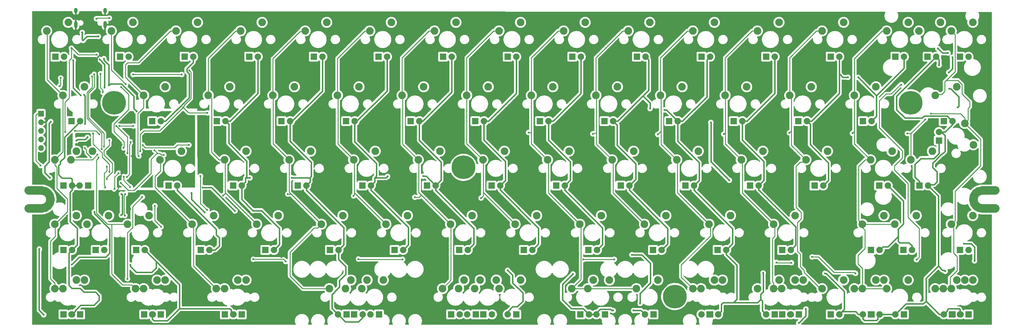
<source format=gtl>
G04 #@! TF.GenerationSoftware,KiCad,Pcbnew,(6.0.2)*
G04 #@! TF.CreationDate,2023-11-18T15:25:11-05:00*
G04 #@! TF.ProjectId,60_Pcb,36305f50-6362-42e6-9b69-6361645f7063,rev?*
G04 #@! TF.SameCoordinates,PX4b4f718PY8c7ecc0*
G04 #@! TF.FileFunction,Copper,L1,Top*
G04 #@! TF.FilePolarity,Positive*
%FSLAX46Y46*%
G04 Gerber Fmt 4.6, Leading zero omitted, Abs format (unit mm)*
G04 Created by KiCad (PCBNEW (6.0.2)) date 2023-11-18 15:25:11*
%MOMM*%
%LPD*%
G01*
G04 APERTURE LIST*
G04 #@! TA.AperFunction,EtchedComponent*
%ADD10C,2.501900*%
G04 #@! TD*
G04 #@! TA.AperFunction,ComponentPad*
%ADD11C,1.000000*%
G04 #@! TD*
G04 #@! TA.AperFunction,ComponentPad*
%ADD12C,7.000240*%
G04 #@! TD*
G04 #@! TA.AperFunction,ComponentPad*
%ADD13C,7.001300*%
G04 #@! TD*
G04 #@! TA.AperFunction,ComponentPad*
%ADD14C,2.250000*%
G04 #@! TD*
G04 #@! TA.AperFunction,ComponentPad*
%ADD15C,1.905000*%
G04 #@! TD*
G04 #@! TA.AperFunction,ComponentPad*
%ADD16R,1.905000X1.905000*%
G04 #@! TD*
G04 #@! TA.AperFunction,ComponentPad*
%ADD17R,1.700000X1.700000*%
G04 #@! TD*
G04 #@! TA.AperFunction,ComponentPad*
%ADD18O,1.700000X1.700000*%
G04 #@! TD*
G04 #@! TA.AperFunction,ComponentPad*
%ADD19O,1.000000X1.600000*%
G04 #@! TD*
G04 #@! TA.AperFunction,ComponentPad*
%ADD20O,1.000000X2.100000*%
G04 #@! TD*
G04 #@! TA.AperFunction,ViaPad*
%ADD21C,0.600000*%
G04 #@! TD*
G04 #@! TA.AperFunction,Conductor*
%ADD22C,0.254000*%
G04 #@! TD*
G04 #@! TA.AperFunction,Conductor*
%ADD23C,0.381000*%
G04 #@! TD*
G04 APERTURE END LIST*
D10*
X-12350Y35456550D02*
X3787650Y35456550D01*
X281187650Y40758450D02*
X284987650Y40758450D01*
X-12350Y40758450D02*
X3787650Y40758450D01*
X281187650Y35456550D02*
X285037650Y35456550D01*
X3787650Y35456550D02*
G75*
G03*
X6438600Y38107500I1J2650949D01*
G01*
X278536700Y38107500D02*
G75*
G03*
X281187650Y35456550I2650949J-1D01*
G01*
X281187650Y40758450D02*
G75*
G03*
X278536700Y38107500I-1J-2650949D01*
G01*
X6438600Y38107500D02*
G75*
G03*
X3787650Y40758450I-2650949J1D01*
G01*
D11*
X129387650Y49907500D03*
X22887650Y66707500D03*
X191687650Y7107500D03*
X191687650Y11707500D03*
X1745615Y35507500D03*
X128187650Y49907500D03*
X278587650Y38107500D03*
X189287650Y7107500D03*
X3787650Y35507500D03*
X25187650Y69007500D03*
X27487650Y66707500D03*
D12*
X190487650Y9407500D03*
D11*
X128187650Y45307500D03*
X258837650Y64407500D03*
X26813996Y65081154D03*
X26813996Y68333846D03*
X25187650Y64407500D03*
X190487650Y11707500D03*
D13*
X25187650Y66707500D03*
D11*
X5626128Y39945978D03*
X126987650Y49907500D03*
X260037650Y69007500D03*
X260037650Y64407500D03*
X129387650Y45307500D03*
X189287650Y11707500D03*
X283229685Y40707500D03*
X261237650Y64407500D03*
X279349172Y36269022D03*
X5626128Y36269022D03*
X258837650Y69007500D03*
X281187650Y40707500D03*
D12*
X128187650Y47607500D03*
D11*
X279349172Y39945978D03*
X6387650Y38107500D03*
X126987650Y45307500D03*
X23561304Y65081154D03*
X1745615Y40707500D03*
X283229685Y35507500D03*
X23561304Y68333846D03*
X261237650Y69024500D03*
X3787650Y40707500D03*
X281187650Y35507500D03*
D12*
X260037650Y66707500D03*
D11*
X190487650Y7107500D03*
D14*
X93433900Y11747500D03*
X99783900Y14287500D03*
D15*
X98513900Y4127500D03*
D16*
X95973900Y4127500D03*
D14*
X12471400Y49847500D03*
X18821400Y52387500D03*
D15*
X15011400Y42227500D03*
D16*
X17551400Y42227500D03*
D14*
X7708900Y49847500D03*
X14058900Y52387500D03*
D15*
X12788900Y42227500D03*
D16*
X10248900Y42227500D03*
D14*
X160108900Y11747500D03*
X166458900Y14287500D03*
D15*
X165188900Y4127500D03*
D16*
X162648900Y4127500D03*
D14*
X245833900Y11747500D03*
X252183900Y14287500D03*
D15*
X250913900Y4127500D03*
D16*
X248373900Y4127500D03*
D14*
X269646400Y11747500D03*
X275996400Y14287500D03*
D15*
X274726400Y4127500D03*
D16*
X272186400Y4127500D03*
D14*
X126771400Y11747500D03*
X133121400Y14287500D03*
D15*
X129311400Y4127500D03*
D16*
X131851400Y4127500D03*
D14*
X222021400Y11747500D03*
X228371400Y14287500D03*
D15*
X224561400Y4127500D03*
D16*
X227101400Y4127500D03*
D14*
X88671400Y11747500D03*
X95021400Y14287500D03*
D15*
X91211400Y4127500D03*
D16*
X93751400Y4127500D03*
D14*
X122008900Y11747500D03*
X128358900Y14287500D03*
D15*
X127088900Y4127500D03*
D16*
X124548900Y4127500D03*
D14*
X198208900Y11747500D03*
X204558900Y14287500D03*
D15*
X203288900Y4127500D03*
D16*
X200748900Y4127500D03*
D14*
X195827650Y11747500D03*
X202177650Y14287500D03*
D15*
X198367650Y4127500D03*
D16*
X200907650Y4127500D03*
D14*
X214877650Y11747500D03*
X221227650Y14287500D03*
D15*
X217417650Y4127500D03*
D16*
X219957650Y4127500D03*
D14*
X252977650Y11747500D03*
X259327650Y14287500D03*
D15*
X255517650Y4127500D03*
D16*
X258057650Y4127500D03*
D14*
X272027650Y11747500D03*
X278377650Y14287500D03*
D15*
X274567650Y4127500D03*
D16*
X277107650Y4127500D03*
D14*
X164871400Y11747500D03*
X171221400Y14287500D03*
D15*
X167411400Y4127500D03*
D16*
X169951400Y4127500D03*
D14*
X33902650Y11747500D03*
X40252650Y14287500D03*
D15*
X36442650Y4127500D03*
D16*
X38982650Y4127500D03*
D14*
X57715150Y11747500D03*
X64065150Y14287500D03*
D15*
X60255150Y4127500D03*
D16*
X62795150Y4127500D03*
D14*
X138677650Y11747500D03*
X145027650Y14287500D03*
D15*
X141217650Y4127500D03*
D16*
X143757650Y4127500D03*
D14*
X243452650Y11747500D03*
X249802650Y14287500D03*
D15*
X245992650Y4127500D03*
D16*
X248532650Y4127500D03*
D14*
X267265150Y11747500D03*
X273615150Y14287500D03*
D15*
X269805150Y4127500D03*
D16*
X272345150Y4127500D03*
D14*
X98196400Y11747500D03*
X104546400Y14287500D03*
D15*
X100736400Y4127500D03*
D16*
X103276400Y4127500D03*
D14*
X138677650Y11747500D03*
X145027650Y14287500D03*
D15*
X141217650Y4127500D03*
D16*
X143757650Y4127500D03*
D14*
X179158900Y11747500D03*
X185508900Y14287500D03*
D15*
X181698900Y4127500D03*
D16*
X184238900Y4127500D03*
D14*
X31521400Y11747500D03*
X37871400Y14287500D03*
D15*
X36601400Y4127500D03*
D16*
X34061400Y4127500D03*
D14*
X55333900Y11747500D03*
X61683900Y14287500D03*
D15*
X60413900Y4127500D03*
D16*
X57873900Y4127500D03*
D14*
X131533900Y11747500D03*
X137883900Y14287500D03*
D15*
X136613900Y4127500D03*
D16*
X134073900Y4127500D03*
D14*
X219640150Y11747500D03*
X225990150Y14287500D03*
D15*
X224720150Y4127500D03*
D16*
X222180150Y4127500D03*
D14*
X275996400Y60642500D03*
X278536400Y54292500D03*
D15*
X268376400Y58102500D03*
D16*
X268376400Y55562500D03*
D14*
X33902650Y68897500D03*
X40252650Y71437500D03*
D15*
X38982650Y61277500D03*
D16*
X36442650Y61277500D03*
D14*
X195827650Y87947500D03*
X202177650Y90487500D03*
D15*
X200907650Y80327500D03*
D16*
X198367650Y80327500D03*
D14*
X24377650Y87947500D03*
X30727650Y90487500D03*
D15*
X29457650Y80327500D03*
D16*
X26917650Y80327500D03*
D14*
X43427650Y87947500D03*
X49777650Y90487500D03*
D15*
X48507650Y80327500D03*
D16*
X45967650Y80327500D03*
D14*
X62477650Y87947500D03*
X68827650Y90487500D03*
D15*
X67557650Y80327500D03*
D16*
X65017650Y80327500D03*
D14*
X81527650Y87947500D03*
X87877650Y90487500D03*
D15*
X86607650Y80327500D03*
D16*
X84067650Y80327500D03*
D14*
X100577650Y87947500D03*
X106927650Y90487500D03*
D15*
X105657650Y80327500D03*
D16*
X103117650Y80327500D03*
D14*
X119627650Y87947500D03*
X125977650Y90487500D03*
D15*
X124707650Y80327500D03*
D16*
X122167650Y80327500D03*
D14*
X138677650Y87947500D03*
X145027650Y90487500D03*
D15*
X143757650Y80327500D03*
D16*
X141217650Y80327500D03*
D14*
X157727650Y87947500D03*
X164077650Y90487500D03*
D15*
X162807650Y80327500D03*
D16*
X160267650Y80327500D03*
D14*
X176777650Y87947500D03*
X183127650Y90487500D03*
D15*
X181857650Y80327500D03*
D16*
X179317650Y80327500D03*
D14*
X214877650Y87947500D03*
X221227650Y90487500D03*
D15*
X219957650Y80327500D03*
D16*
X217417650Y80327500D03*
D14*
X233927650Y87947500D03*
X240277650Y90487500D03*
D15*
X239007650Y80327500D03*
D16*
X236467650Y80327500D03*
D14*
X262502650Y87947500D03*
X268852650Y90487500D03*
D15*
X267582650Y80327500D03*
D16*
X265042650Y80327500D03*
D14*
X272027650Y87947500D03*
X278377650Y90487500D03*
D15*
X277107650Y80327500D03*
D16*
X274567650Y80327500D03*
D14*
X252977650Y87947500D03*
X259327650Y90487500D03*
D15*
X258057650Y80327500D03*
D16*
X255517650Y80327500D03*
D14*
X5327650Y87947500D03*
X11677650Y90487500D03*
D15*
X10407650Y80327500D03*
D16*
X7867650Y80327500D03*
D14*
X229165150Y49847500D03*
X235515150Y52387500D03*
D15*
X234245150Y42227500D03*
D16*
X231705150Y42227500D03*
D14*
X210115150Y49847500D03*
X216465150Y52387500D03*
D15*
X215195150Y42227500D03*
D16*
X212655150Y42227500D03*
D14*
X38665150Y49847500D03*
X45015150Y52387500D03*
D15*
X43745150Y42227500D03*
D16*
X41205150Y42227500D03*
D14*
X76765150Y49847500D03*
X83115150Y52387500D03*
D15*
X81845150Y42227500D03*
D16*
X79305150Y42227500D03*
D14*
X260121400Y49847500D03*
X266471400Y52387500D03*
D15*
X265201400Y42227500D03*
D16*
X262661400Y42227500D03*
D14*
X95815150Y49847500D03*
X102165150Y52387500D03*
D15*
X100895150Y42227500D03*
D16*
X98355150Y42227500D03*
D14*
X114865150Y49847500D03*
X121215150Y52387500D03*
D15*
X119945150Y42227500D03*
D16*
X117405150Y42227500D03*
D14*
X133915150Y49847500D03*
X140265150Y52387500D03*
D15*
X138995150Y42227500D03*
D16*
X136455150Y42227500D03*
D14*
X248215150Y49847500D03*
X254565150Y52387500D03*
D15*
X253295150Y42227500D03*
D16*
X250755150Y42227500D03*
D14*
X152965150Y49847500D03*
X159315150Y52387500D03*
D15*
X158045150Y42227500D03*
D16*
X155505150Y42227500D03*
D14*
X172015150Y49847500D03*
X178365150Y52387500D03*
D15*
X177095150Y42227500D03*
D16*
X174555150Y42227500D03*
D14*
X191065150Y49847500D03*
X197415150Y52387500D03*
D15*
X196145150Y42227500D03*
D16*
X193605150Y42227500D03*
D14*
X57715150Y49847500D03*
X64065150Y52387500D03*
D15*
X62795150Y42227500D03*
D16*
X60255150Y42227500D03*
D14*
X72002650Y68897500D03*
X78352650Y71437500D03*
D15*
X77082650Y61277500D03*
D16*
X74542650Y61277500D03*
D14*
X167252650Y68897500D03*
X173602650Y71437500D03*
D15*
X172332650Y61277500D03*
D16*
X169792650Y61277500D03*
D14*
X186302650Y68897500D03*
X192652650Y71437500D03*
D15*
X191382650Y61277500D03*
D16*
X188842650Y61277500D03*
D14*
X205352650Y68897500D03*
X211702650Y71437500D03*
D15*
X210432650Y61277500D03*
D16*
X207892650Y61277500D03*
D14*
X91052650Y68897500D03*
X97402650Y71437500D03*
D15*
X96132650Y61277500D03*
D16*
X93592650Y61277500D03*
D14*
X110102650Y68897500D03*
X116452650Y71437500D03*
D15*
X115182650Y61277500D03*
D16*
X112642650Y61277500D03*
D14*
X10090150Y68897500D03*
X16440150Y71437500D03*
D15*
X15170150Y61277500D03*
D16*
X12630150Y61277500D03*
D14*
X148202650Y68897500D03*
X154552650Y71437500D03*
D15*
X153282650Y61277500D03*
D16*
X150742650Y61277500D03*
D14*
X52952650Y68897500D03*
X59302650Y71437500D03*
D15*
X58032650Y61277500D03*
D16*
X55492650Y61277500D03*
D14*
X129152650Y68897500D03*
X135502650Y71437500D03*
D15*
X134232650Y61277500D03*
D16*
X131692650Y61277500D03*
D14*
X224402650Y68897500D03*
X230752650Y71437500D03*
D15*
X229482650Y61277500D03*
D16*
X226942650Y61277500D03*
D14*
X267265150Y68897500D03*
X273615150Y71437500D03*
D15*
X272345150Y61277500D03*
D16*
X269805150Y61277500D03*
D14*
X243452650Y68897500D03*
X249802650Y71437500D03*
D15*
X248532650Y61277500D03*
D16*
X245992650Y61277500D03*
D14*
X181540150Y30797500D03*
X187890150Y33337500D03*
D15*
X186620150Y23177500D03*
D16*
X184080150Y23177500D03*
D14*
X200590150Y30797500D03*
X206940150Y33337500D03*
D15*
X205670150Y23177500D03*
D16*
X203130150Y23177500D03*
D14*
X219640150Y30797500D03*
X225990150Y33337500D03*
D15*
X224720150Y23177500D03*
D16*
X222180150Y23177500D03*
D14*
X124390150Y30797500D03*
X130740150Y33337500D03*
D15*
X129470150Y23177500D03*
D16*
X126930150Y23177500D03*
D14*
X86290150Y30797500D03*
X92640150Y33337500D03*
D15*
X91370150Y23177500D03*
D16*
X88830150Y23177500D03*
D14*
X272027650Y30797500D03*
X278377650Y33337500D03*
D15*
X277107650Y23177500D03*
D16*
X274567650Y23177500D03*
D14*
X29140150Y30797500D03*
X35490150Y33337500D03*
D15*
X34220150Y23177500D03*
D16*
X31680150Y23177500D03*
D14*
X17233900Y30797500D03*
X23583900Y33337500D03*
D15*
X22313900Y23177500D03*
D16*
X19773900Y23177500D03*
D14*
X7708900Y30797500D03*
X14058900Y33337500D03*
D15*
X12788900Y23177500D03*
D16*
X10248900Y23177500D03*
D14*
X162490150Y30797500D03*
X168840150Y33337500D03*
D15*
X167570150Y23177500D03*
D16*
X165030150Y23177500D03*
D14*
X143440150Y30797500D03*
X149790150Y33337500D03*
D15*
X148520150Y23177500D03*
D16*
X145980150Y23177500D03*
D14*
X255358900Y30797500D03*
X261708900Y33337500D03*
D15*
X260438900Y23177500D03*
D16*
X257898900Y23177500D03*
D14*
X245833900Y30797500D03*
X252183900Y33337500D03*
D15*
X250913900Y23177500D03*
D16*
X248373900Y23177500D03*
D14*
X105340150Y30797500D03*
X111690150Y33337500D03*
D15*
X110420150Y23177500D03*
D16*
X107880150Y23177500D03*
D14*
X67240150Y30797500D03*
X73590150Y33337500D03*
D15*
X72320150Y23177500D03*
D16*
X69780150Y23177500D03*
D14*
X48190150Y30797500D03*
X54540150Y33337500D03*
D15*
X53270150Y23177500D03*
D16*
X50730150Y23177500D03*
D14*
X233927650Y11747500D03*
X240277650Y14287500D03*
D15*
X239007650Y4127500D03*
D16*
X236467650Y4127500D03*
D14*
X7708900Y11747500D03*
X14058900Y14287500D03*
D15*
X12788900Y4127500D03*
D16*
X10248900Y4127500D03*
D14*
X10090150Y11747500D03*
X16440150Y14287500D03*
D15*
X12630150Y4127500D03*
D16*
X15170150Y4127500D03*
D17*
X3631400Y63520000D03*
D18*
X3631400Y60980000D03*
X3631400Y58440000D03*
X3631400Y55900000D03*
X3631400Y53360000D03*
D19*
X13893400Y93970800D03*
D20*
X22533400Y89790800D03*
X13893400Y89790800D03*
D19*
X22533400Y93970800D03*
D21*
X120231400Y16220000D03*
X236531400Y23320000D03*
X47298560Y15450220D03*
X18411400Y15460000D03*
X9422080Y15208920D03*
X8151400Y56670000D03*
X121286220Y59290620D03*
X46854060Y49272860D03*
X76241860Y53319080D03*
X8121600Y52183700D03*
X36130180Y30217780D03*
X15650160Y32077060D03*
X16882060Y34678020D03*
X15825420Y38160360D03*
X70421400Y3960000D03*
X47851400Y3490000D03*
X60231400Y22620000D03*
X42341400Y22660000D03*
X46201400Y45430000D03*
X84481400Y35290000D03*
X122731400Y34710000D03*
X160681400Y35720000D03*
X197991400Y36520000D03*
X216681400Y36520000D03*
X270801400Y41580000D03*
X251681400Y18100000D03*
X264591400Y56320000D03*
X269531400Y15350000D03*
X189971400Y53730000D03*
X50611400Y31950000D03*
X34315400Y63627000D03*
X227581400Y79320000D03*
X132381400Y43990000D03*
X107941400Y40640000D03*
X148221400Y4130000D03*
X189151400Y2680000D03*
X262751400Y4470000D03*
X141521400Y60560000D03*
X69411400Y40520000D03*
X97891600Y23388320D03*
X136331400Y22970000D03*
X122301400Y63950000D03*
X109701400Y43410000D03*
X253751400Y63230000D03*
X277281400Y57600000D03*
X185991400Y7280000D03*
X210541400Y11120000D03*
X241121400Y2520000D03*
X120031400Y5460000D03*
X92521400Y83230000D03*
X70631400Y43250000D03*
X212611400Y4230000D03*
X160571400Y2200000D03*
X111571400Y3930000D03*
X84507020Y64106460D03*
X103404620Y64055660D03*
X89688620Y62887260D03*
X108484620Y62836460D03*
X127054560Y62938060D03*
X141481760Y63852460D03*
X164656720Y44876120D03*
X198644460Y63697520D03*
X217389660Y63799120D03*
X179444600Y63900720D03*
X160445400Y64154720D03*
X184151220Y44939620D03*
X189764620Y43684860D03*
X203180900Y45064080D03*
X222561100Y45064080D03*
X231783840Y26184260D03*
X212543340Y25965820D03*
X195121400Y23710000D03*
X37481460Y21919600D03*
X69886780Y7073300D03*
X30059580Y5562000D03*
X41349880Y26009000D03*
X60196680Y26097900D03*
X78510080Y25920100D03*
X15744140Y22986400D03*
X42243960Y81632460D03*
X80018840Y81695960D03*
X99627640Y81695960D03*
X111392920Y83092960D03*
X118273780Y81652780D03*
X130425140Y83270760D03*
X137422840Y81759460D03*
X149424340Y83359660D03*
X156447440Y81848360D03*
X168715640Y83270760D03*
X175411080Y81759460D03*
X213798100Y81759460D03*
X206775000Y83448560D03*
X225888500Y83359660D03*
X245009620Y83245360D03*
X251410420Y82089660D03*
X274346620Y89468360D03*
X269368220Y87779260D03*
X236919720Y63969300D03*
X223071640Y62559600D03*
X241918440Y62712000D03*
X184679540Y62686600D03*
X203831140Y62889800D03*
X166289940Y63143800D03*
X146432220Y62866940D03*
X174661780Y26036940D03*
X175731400Y23570000D03*
X155548280Y25859140D03*
X142124380Y24614540D03*
X136523680Y25859140D03*
X117765780Y25859140D03*
X65398600Y63844840D03*
X70072200Y62828840D03*
X98522740Y25973440D03*
X84908340Y24449440D03*
X104009140Y24551040D03*
X107006340Y15051440D03*
X88921540Y45023440D03*
X94204740Y43753440D03*
X110371840Y6986940D03*
X52744320Y40278720D03*
X46912480Y24566280D03*
X170600320Y43644220D03*
X199810320Y24551040D03*
X227938280Y43646760D03*
X232022600Y5300380D03*
X46219060Y7182520D03*
X42099180Y40027260D03*
X69945200Y45353640D03*
X14831400Y79520000D03*
X24681400Y35560000D03*
X57831400Y53020000D03*
X11331400Y33320000D03*
X16148000Y54711000D03*
X14471400Y57270000D03*
X34191400Y61730000D03*
X39281400Y45020000D03*
X26031400Y49110000D03*
X255241400Y56560000D03*
X36921400Y71290000D03*
X39031400Y80600000D03*
X36531400Y77070000D03*
X137871400Y17400000D03*
X212151400Y22140000D03*
X214551400Y18410000D03*
X118701400Y21460000D03*
X147591400Y11920000D03*
X37071400Y59260000D03*
X19571400Y68500000D03*
X20731400Y64700000D03*
X21451400Y63080000D03*
X22411400Y62520000D03*
X31871400Y73610000D03*
X175661400Y7890000D03*
X247281400Y14320000D03*
X265341400Y23710000D03*
X242481400Y44950000D03*
X247351400Y44840000D03*
X32811400Y14530000D03*
X53781400Y48580000D03*
X50891400Y73560000D03*
X268571400Y71590000D03*
X270091400Y23600000D03*
X175481400Y12840000D03*
X11571400Y63600000D03*
X36011400Y43700000D03*
X25951400Y21400000D03*
X26801400Y24340000D03*
X4981400Y22890000D03*
X50871400Y56240000D03*
X54201400Y83230000D03*
X54311400Y43720000D03*
X93281400Y21320000D03*
X13031400Y69570000D03*
X39380160Y56931560D03*
X34771400Y48060000D03*
X57401400Y77110000D03*
X40901400Y67960000D03*
X43311400Y71090000D03*
X27291400Y75200000D03*
X11831320Y53365400D03*
X30916880Y52898040D03*
X30215840Y56403240D03*
X193664840Y25979120D03*
X266583160Y25989280D03*
X160853120Y8112760D03*
X208706720Y43677840D03*
X29946600Y71374000D03*
X34874200Y65989200D03*
X31064200Y60960000D03*
X24587200Y56464200D03*
X20981400Y70030000D03*
X187471400Y17200000D03*
X16179800Y75410210D03*
X47061400Y42921210D03*
X21261400Y76620000D03*
X16170860Y50930000D03*
X30861190Y55250000D03*
X23831400Y39620000D03*
X22754540Y59432860D03*
X21191400Y19180000D03*
X14761400Y18860000D03*
X29991190Y35320000D03*
X20948600Y82320800D03*
X94862600Y78866400D03*
X32348237Y81021210D03*
X27287371Y45956432D03*
X27481400Y54240000D03*
X30434280Y50952400D03*
X28411610Y51250000D03*
X57608683Y80979991D03*
X35328771Y83140247D03*
X47421800Y65735200D03*
X74561400Y21070210D03*
X26392965Y43858437D03*
X88436400Y41960200D03*
X16052800Y85140800D03*
X15773400Y87503000D03*
X20548600Y86309200D03*
X12623800Y82854800D03*
X20078818Y80911582D03*
X18331400Y50600000D03*
X10781400Y58070000D03*
X16521400Y53300000D03*
X32841400Y52380000D03*
X9091400Y71600000D03*
X52710080Y63718440D03*
X45524428Y65371972D03*
X47325774Y76265626D03*
X30811400Y75070000D03*
X9451400Y74040000D03*
X45141400Y75070000D03*
X23001400Y47810000D03*
X22521400Y41610000D03*
X52566520Y35008220D03*
X50673000Y45016710D03*
X39021400Y30020000D03*
X37221400Y36210000D03*
X33484291Y38842891D03*
X29131400Y14650000D03*
X185496200Y57353200D03*
X48031400Y40005000D03*
X4445000Y4013200D03*
X51892200Y34290000D03*
X275805901Y25019000D03*
X180291400Y7370000D03*
X271068800Y81432400D03*
X23636177Y71849790D03*
X272361139Y80187800D03*
X201142600Y60883800D03*
X31851610Y64150639D03*
X229158800Y5719790D03*
X177871400Y21760000D03*
X6252248Y44535470D03*
X22201400Y79750000D03*
X278892000Y19964400D03*
X6502400Y61150500D03*
X3149600Y23444200D03*
X206593440Y43789600D03*
X227081400Y1630000D03*
X271281400Y75680000D03*
X273888200Y65328800D03*
X12741400Y18880000D03*
X271475200Y70866000D03*
X19361190Y34433422D03*
X23891190Y24700000D03*
X268071600Y82753200D03*
X27931400Y53380000D03*
X28591400Y72170000D03*
X20581400Y50500000D03*
X27273920Y71392853D03*
X32461400Y50960000D03*
X57353200Y39268400D03*
X76403200Y39700200D03*
X95808800Y39166800D03*
X113868200Y38785800D03*
X133400800Y38531800D03*
X147396200Y57912000D03*
X166344600Y57505600D03*
X224307400Y57810400D03*
X204952600Y57429400D03*
X264312334Y61812573D03*
X47251400Y54230000D03*
X259080000Y57632600D03*
X33601400Y54190000D03*
X266039600Y63507910D03*
X20261400Y51340000D03*
X242900200Y57683400D03*
X28933354Y44794286D03*
X30066908Y55130560D03*
X23799800Y91744800D03*
X19989800Y91541600D03*
X22231400Y53720000D03*
X19331921Y75120521D03*
X18697870Y74519479D03*
X21531406Y53020000D03*
X27305000Y33477200D03*
X16351200Y69036600D03*
X17331400Y56520000D03*
X26485800Y45905121D03*
X16631400Y60420000D03*
X27355800Y39725600D03*
X20929600Y79527400D03*
X14061400Y55540000D03*
X22375004Y71184856D03*
X25334563Y41189790D03*
X160471400Y16070000D03*
X15309800Y68935000D03*
X29951400Y18760000D03*
X60831400Y34720000D03*
X13150800Y79222000D03*
X65227200Y44501109D03*
X116306600Y45004010D03*
X183229200Y64998000D03*
X268441400Y77810000D03*
X270241400Y16900000D03*
X77582980Y44525600D03*
X241557760Y74246140D03*
X105816400Y44940499D03*
X51321400Y41640000D03*
X187481400Y64600000D03*
X178358800Y5283200D03*
X234781400Y16260000D03*
X244580360Y74210580D03*
X66121400Y34820000D03*
X172339000Y5283200D03*
X216560380Y16383000D03*
X141211400Y17170000D03*
X26791126Y59799726D03*
X23815313Y46295014D03*
X30861190Y59840000D03*
X28004573Y44880821D03*
X28473400Y39725600D03*
X28371800Y33375600D03*
X29931400Y41820000D03*
X19002962Y57614220D03*
X39846200Y51282000D03*
X27181400Y42985748D03*
X37109073Y52679926D03*
X23775620Y55600210D03*
X3524200Y48132400D03*
X23031400Y44170000D03*
X13639800Y58420000D03*
X20861400Y57420000D03*
X257281400Y72070000D03*
X261781400Y20320000D03*
X230991400Y21130000D03*
X243781400Y16260000D03*
X224891400Y19390000D03*
X220471400Y19490000D03*
X163521400Y20350000D03*
X172691400Y20400000D03*
X97231400Y20490000D03*
X110241400Y20410000D03*
X66241400Y20440000D03*
X75801400Y19770000D03*
X29133510Y51780440D03*
X25852120Y59847480D03*
X21891400Y69810000D03*
X21191400Y75290000D03*
D22*
X26392965Y41315494D02*
X26392965Y43858437D01*
D23*
X185991400Y10674106D02*
X185991400Y7280000D01*
D22*
X30861190Y51379310D02*
X30434280Y50952400D01*
D23*
X15791400Y54308680D02*
X15791400Y51309460D01*
X188081400Y16165736D02*
X188081400Y12764106D01*
D22*
X24697471Y39620000D02*
X26392965Y41315494D01*
D23*
X15791400Y51309460D02*
X16170860Y50930000D01*
D22*
X27181401Y53940001D02*
X27181401Y52480209D01*
D23*
X20170789Y70840611D02*
X20170789Y77690000D01*
X18411400Y16400000D02*
X21191400Y19180000D01*
D22*
X23831400Y39620000D02*
X24697471Y39620000D01*
X27181401Y52480209D02*
X28411610Y51250000D01*
X27481400Y54240000D02*
X27181401Y53940001D01*
D23*
X20981400Y70030000D02*
X20170789Y70840611D01*
X16170860Y54688140D02*
X15791400Y54308680D01*
D22*
X16148000Y54711000D02*
X16170860Y54688140D01*
D23*
X20191400Y77690000D02*
X20170789Y77690000D01*
X20170789Y80022497D02*
X20948600Y80800308D01*
X187471400Y16775736D02*
X188081400Y16165736D01*
D22*
X27287371Y45956432D02*
X27287371Y44752843D01*
D23*
X187471400Y17200000D02*
X187471400Y16775736D01*
X18411400Y15460000D02*
X18411400Y16400000D01*
D22*
X30861190Y55250000D02*
X30861190Y51379310D01*
D23*
X20948600Y80800308D02*
X20948600Y82320800D01*
X188081400Y12764106D02*
X185991400Y10674106D01*
D22*
X22754540Y59432860D02*
X22754540Y58296860D01*
X22754540Y58296860D02*
X24587200Y56464200D01*
D23*
X21261400Y76620000D02*
X20191400Y77690000D01*
D22*
X27287371Y44752843D02*
X26392965Y43858437D01*
D23*
X20170789Y77690000D02*
X20170789Y80022497D01*
X17221200Y86309200D02*
X16052800Y85140800D01*
X15773400Y85420200D02*
X16052800Y85140800D01*
X20548600Y86309200D02*
X17221200Y86309200D01*
X15773400Y87503000D02*
X15773400Y85420200D01*
D22*
X17051400Y51880000D02*
X18331400Y50600000D01*
X16521400Y53300000D02*
X17051400Y52770000D01*
X12623800Y82854800D02*
X12623800Y79902400D01*
X12725400Y82854800D02*
X12623800Y82854800D01*
X12623800Y79902400D02*
X11951400Y79230000D01*
X14668618Y80911582D02*
X12725400Y82854800D01*
X10681400Y66880000D02*
X10681400Y58170000D01*
X11951400Y79230000D02*
X11951400Y68150000D01*
X17051400Y52770000D02*
X17051400Y51880000D01*
X10681400Y58170000D02*
X10781400Y58070000D01*
X20078818Y80911582D02*
X14668618Y80911582D01*
X11951400Y68150000D02*
X10681400Y66880000D01*
X32841400Y52380000D02*
X32841400Y57320000D01*
X47835773Y75755627D02*
X47325774Y76265626D01*
X45824427Y65916631D02*
X47835773Y67927977D01*
X9451400Y71960000D02*
X9091400Y71600000D01*
X45141400Y75070000D02*
X30811400Y75070000D01*
X32841400Y57320000D02*
X33951400Y58430000D01*
X52710080Y63718440D02*
X47177960Y63718440D01*
X47835773Y67927977D02*
X47835773Y75755627D01*
X47177960Y63718440D02*
X45524428Y65371972D01*
X9451400Y74040000D02*
X9451400Y71960000D01*
X38582456Y58430000D02*
X45524428Y65371972D01*
X45524428Y65371972D02*
X45824427Y65671971D01*
X33951400Y58430000D02*
X38582456Y58430000D01*
X45824427Y65671971D02*
X45824427Y65916631D01*
X23001400Y46540000D02*
X23001400Y47810000D01*
X22311400Y45850000D02*
X23001400Y46540000D01*
X50673000Y36901740D02*
X52566520Y35008220D01*
X50673000Y45016710D02*
X50673000Y36901740D01*
X22521400Y41610000D02*
X22521400Y42034264D01*
X22311400Y42244264D02*
X22311400Y45850000D01*
X22521400Y42034264D02*
X22311400Y42244264D01*
X37151400Y31890000D02*
X37151400Y36140000D01*
X39021400Y30020000D02*
X37151400Y31890000D01*
X37151400Y36140000D02*
X37221400Y36210000D01*
X29131400Y14650000D02*
X29131400Y28310000D01*
X30621400Y29800000D02*
X30621400Y35980000D01*
X29131400Y28310000D02*
X30621400Y29800000D01*
X30621400Y35980000D02*
X33484291Y38842891D01*
X186461400Y54451250D02*
X191065150Y49847500D01*
X195827650Y11747500D02*
X198208900Y11747500D01*
X191287400Y40100250D02*
X200590150Y30797500D01*
X186461400Y68738750D02*
X186461400Y58318400D01*
X191287400Y49625250D02*
X191287400Y40100250D01*
X201002900Y30384750D02*
X201002900Y27368500D01*
X191065150Y49847500D02*
X191287400Y49625250D01*
X186302650Y68897500D02*
X186461400Y68738750D01*
X192405000Y18770600D02*
X192405000Y15170150D01*
X186461400Y58318400D02*
X185496200Y57353200D01*
X195827650Y87947500D02*
X194236660Y87947500D01*
X186461400Y58318400D02*
X186461400Y54451250D01*
X192405000Y15170150D02*
X195827650Y11747500D01*
X194236660Y87947500D02*
X186302650Y80013490D01*
X186302650Y80013490D02*
X186302650Y68897500D01*
X201002900Y27368500D02*
X192405000Y18770600D01*
X200590150Y30797500D02*
X201002900Y30384750D01*
D23*
X6031400Y60679500D02*
X6031400Y49220000D01*
X27373451Y72320000D02*
X24106387Y72320000D01*
X272361139Y80187800D02*
X272361139Y76759739D01*
X278892000Y19964400D02*
X278892000Y24028400D01*
X274238720Y65679320D02*
X273888200Y65328800D01*
X31851610Y64150639D02*
X31011400Y64990849D01*
X229158800Y3707400D02*
X227081400Y1630000D01*
X180291400Y10340000D02*
X180291400Y7370000D01*
X3073400Y23368000D02*
X3149600Y23444200D01*
X4731400Y47920000D02*
X4731400Y46056318D01*
X274238720Y68483480D02*
X274238720Y65679320D01*
X180771400Y21760000D02*
X183351400Y19180000D01*
X22201400Y79325736D02*
X23636177Y77890959D01*
X23891190Y29363814D02*
X23891190Y24700000D01*
X31011400Y68682051D02*
X27373451Y72320000D01*
X278892000Y24028400D02*
X277901400Y25019000D01*
X22741400Y21060000D02*
X23891190Y22209790D01*
X3073400Y5384800D02*
X3073400Y23368000D01*
X269392400Y81432400D02*
X268071600Y82753200D01*
X6502400Y61150500D02*
X6031400Y60679500D01*
X48031400Y38150800D02*
X48031400Y40005000D01*
X23636177Y77890959D02*
X23636177Y71849790D01*
X4731400Y46056318D02*
X6252248Y44535470D01*
X177871400Y21760000D02*
X180771400Y21760000D01*
X4445000Y4013200D02*
X3073400Y5384800D01*
X271475200Y70866000D02*
X271856200Y70866000D01*
X24106387Y72320000D02*
X23636177Y71849790D01*
X51892200Y34290000D02*
X48031400Y38150800D01*
X183351400Y19180000D02*
X183351400Y13400000D01*
X277901400Y25019000D02*
X275805901Y25019000D01*
X19361190Y33893814D02*
X23891190Y29363814D01*
X31011400Y64990849D02*
X31011400Y68682051D01*
X201142600Y60883800D02*
X201142600Y49240440D01*
X183351400Y13400000D02*
X180291400Y10340000D01*
X12741400Y18880000D02*
X14921400Y21060000D01*
X272361139Y76759739D02*
X271281400Y75680000D01*
X201142600Y49240440D02*
X206593440Y43789600D01*
X22201400Y79750000D02*
X22201400Y79325736D01*
X271068800Y81432400D02*
X269392400Y81432400D01*
X229158800Y5719790D02*
X229158800Y3707400D01*
X14921400Y21060000D02*
X22741400Y21060000D01*
X23891190Y22209790D02*
X23891190Y24700000D01*
X6031400Y49220000D02*
X4731400Y47920000D01*
X271856200Y70866000D02*
X274238720Y68483480D01*
X19361190Y34433422D02*
X19361190Y33893814D01*
D22*
X29491400Y64756760D02*
X29491400Y69175373D01*
X24521400Y16050000D02*
X27698901Y12872499D01*
X23970202Y30797500D02*
X23193900Y30797500D01*
X28122880Y53571480D02*
X28122880Y55204360D01*
X33902650Y11747500D02*
X31521400Y11747500D01*
X19991400Y34000000D02*
X19991400Y49800000D01*
X25130760Y58196480D02*
X25130760Y60396120D01*
X25130760Y60396120D02*
X29491400Y64756760D01*
X24377650Y76383750D02*
X28591400Y72170000D01*
X24521400Y30590000D02*
X24521400Y16050000D01*
X29491400Y69175373D02*
X27273920Y71392853D01*
X27931400Y53380000D02*
X28122880Y53571480D01*
X23970202Y30797500D02*
X24313900Y30797500D01*
X23193900Y30797500D02*
X19991400Y34000000D01*
X19991400Y49800000D02*
X20581400Y50390000D01*
X28122880Y55204360D02*
X25130760Y58196480D01*
X20581400Y50390000D02*
X20581400Y50500000D01*
X29140150Y30797500D02*
X23970202Y30797500D01*
X27698901Y12872499D02*
X30396401Y12872499D01*
X30396401Y12872499D02*
X31521400Y11747500D01*
X24377650Y87947500D02*
X24377650Y76383750D01*
X24313900Y30797500D02*
X24521400Y30590000D01*
X43427650Y87947500D02*
X41836660Y87947500D01*
X32161401Y63557730D02*
X33902650Y65298979D01*
X33902650Y68897500D02*
X34385200Y68414950D01*
X48190150Y30797500D02*
X48602900Y30384750D01*
X38665150Y49847500D02*
X38125400Y50387250D01*
X48602900Y18478500D02*
X55333900Y11747500D01*
X38877240Y46522640D02*
X37261400Y44906800D01*
X33902650Y65298979D02*
X33902650Y68897500D01*
X38665150Y49847500D02*
X38957200Y49555450D01*
X29101400Y78520000D02*
X28541400Y77960000D01*
X41836660Y87947500D02*
X32409160Y78520000D01*
X48602900Y30384750D02*
X48602900Y18478500D01*
X37261400Y44906800D02*
X37261400Y41726250D01*
X55333900Y11747500D02*
X57715150Y11747500D01*
X32409160Y78520000D02*
X29101400Y78520000D01*
X32161401Y51259999D02*
X32161401Y63557730D01*
X28541400Y74258750D02*
X33902650Y68897500D01*
X33902650Y68897500D02*
X33934400Y68865750D01*
X37261400Y41726250D02*
X48190150Y30797500D01*
X38665150Y49847500D02*
X38877240Y49635410D01*
X32461400Y50960000D02*
X32161401Y51259999D01*
X28541400Y77960000D02*
X28541400Y74258750D01*
X38877240Y49635410D02*
X38877240Y46522640D01*
X57715150Y49847500D02*
X57937400Y49625250D01*
X57937400Y39852600D02*
X57937400Y40100250D01*
X57937400Y40100250D02*
X67240150Y30797500D01*
X57353200Y39268400D02*
X57937400Y39852600D01*
X62477650Y87947500D02*
X61099700Y87947500D01*
X53924200Y67925950D02*
X53924200Y52047460D01*
X53924200Y52047460D02*
X56124160Y49847500D01*
X52952650Y68897500D02*
X53924200Y67925950D01*
X61099700Y87947500D02*
X52952650Y79800450D01*
X57937400Y49625250D02*
X57937400Y40100250D01*
X52952650Y79800450D02*
X52952650Y68897500D01*
X56124160Y49847500D02*
X57715150Y49847500D01*
X72002650Y68897500D02*
X72002650Y79749650D01*
X77412850Y39674800D02*
X86290150Y30797500D01*
X86290150Y30797500D02*
X85165151Y29672501D01*
X80797400Y11747500D02*
X88671400Y11747500D01*
X76765150Y49847500D02*
X76765150Y40322500D01*
X72059800Y54552850D02*
X76765150Y49847500D01*
X72002650Y68897500D02*
X72059800Y68840350D01*
X77050900Y22542500D02*
X77050900Y15494000D01*
X76403200Y39700200D02*
X76428600Y39674800D01*
X72002650Y79749650D02*
X80060800Y87807800D01*
X85165151Y29672501D02*
X84180901Y29672501D01*
X80060800Y87807800D02*
X81387950Y87807800D01*
X84180901Y29672501D02*
X77050900Y22542500D01*
X72059800Y68840350D02*
X72059800Y54552850D01*
X77050900Y15494000D02*
X80797400Y11747500D01*
X76428600Y39674800D02*
X77412850Y39674800D01*
X81387950Y87807800D02*
X81527650Y87947500D01*
X76765150Y40322500D02*
X77412850Y39674800D01*
X96037400Y40100250D02*
X105340150Y30797500D01*
X99136200Y87934800D02*
X91052650Y79851250D01*
X91160600Y54502050D02*
X95815150Y49847500D01*
X91052650Y68897500D02*
X91160600Y68789550D01*
X96037400Y49625250D02*
X96037400Y40100250D01*
X100564950Y87960200D02*
X99136200Y87960200D01*
X96037400Y39395400D02*
X95808800Y39166800D01*
X99136200Y87960200D02*
X99136200Y87934800D01*
X96037400Y40100250D02*
X96037400Y39395400D01*
X95815150Y49847500D02*
X96037400Y49625250D01*
X100577650Y87947500D02*
X100564950Y87960200D01*
X91160600Y68789550D02*
X91160600Y54502050D01*
X91052650Y79851250D02*
X91052650Y68897500D01*
X124510800Y30676850D02*
X124510800Y14249400D01*
X110261400Y54451250D02*
X114865150Y49847500D01*
X113868200Y38785800D02*
X115081050Y38785800D01*
X115081050Y38785800D02*
X115741450Y39446200D01*
X124390150Y30797500D02*
X124510800Y30676850D01*
X115741450Y39446200D02*
X124390150Y30797500D01*
X110102650Y80013490D02*
X110102650Y68897500D01*
X114865150Y49847500D02*
X115023900Y49688750D01*
X110261400Y68738750D02*
X110261400Y54451250D01*
X124510800Y14249400D02*
X122008900Y11747500D01*
X119627650Y87947500D02*
X118036660Y87947500D01*
X118036660Y87947500D02*
X110102650Y80013490D01*
X115023900Y40163750D02*
X115741450Y39446200D01*
X110102650Y68897500D02*
X110261400Y68738750D01*
X115023900Y49688750D02*
X115023900Y40163750D01*
X138677650Y87947500D02*
X137086660Y87947500D01*
X134031400Y40206250D02*
X143440150Y30797500D01*
X134031400Y40206250D02*
X134031400Y39162400D01*
X133915150Y49847500D02*
X134031400Y49731250D01*
X129152650Y68897500D02*
X129152650Y54610000D01*
X134031400Y49731250D02*
X134031400Y40206250D01*
X134031400Y39162400D02*
X133400800Y38531800D01*
X129152650Y54610000D02*
X133915150Y49847500D01*
X137086660Y87947500D02*
X129152650Y80013490D01*
X129152650Y80013490D02*
X129152650Y68897500D01*
X152965150Y49847500D02*
X153231400Y49581250D01*
X153231400Y40056250D02*
X162490150Y30797500D01*
X164871400Y11747500D02*
X179158900Y11747500D01*
X148202650Y58115200D02*
X148202650Y54610000D01*
X147999450Y57912000D02*
X148202650Y58115200D01*
X148202650Y68897500D02*
X148202650Y58115200D01*
X148202650Y80013490D02*
X148202650Y68897500D01*
X153231400Y49581250D02*
X153231400Y40056250D01*
X162490150Y30797500D02*
X162839400Y30448250D01*
X147396200Y57912000D02*
X147999450Y57912000D01*
X157727650Y87947500D02*
X156136660Y87947500D01*
X156136660Y87947500D02*
X148202650Y80013490D01*
X148202650Y54610000D02*
X152965150Y49847500D01*
X162839400Y14478000D02*
X160108900Y11747500D01*
X162839400Y30448250D02*
X162839400Y14478000D01*
X160108900Y11747500D02*
X164871400Y11747500D01*
X172015150Y49847500D02*
X172300900Y49561750D01*
X167411400Y54451250D02*
X172015150Y49847500D01*
X167411400Y57734200D02*
X166573200Y57734200D01*
X175186660Y87947500D02*
X167252650Y80013490D01*
X167252650Y68897500D02*
X167411400Y68738750D01*
X166573200Y57734200D02*
X166344600Y57505600D01*
X176777650Y87947500D02*
X175186660Y87947500D01*
X167411400Y68738750D02*
X167411400Y57734200D01*
X172300900Y40036750D02*
X181540150Y30797500D01*
X167252650Y80013490D02*
X167252650Y68897500D01*
X172300900Y49561750D02*
X172300900Y40036750D01*
X167411400Y57734200D02*
X167411400Y54451250D01*
X233895900Y87909400D02*
X232283000Y87909400D01*
X227476000Y18287400D02*
X228619000Y17144400D01*
X226275900Y47942500D02*
X226275900Y35801300D01*
X227787200Y34290000D02*
X227787200Y32410400D01*
X224917000Y58369200D02*
X224866200Y58369200D01*
X224917000Y68383150D02*
X224917000Y58369200D01*
X232283000Y87909400D02*
X224402650Y80029050D01*
X228619000Y16541800D02*
X233413300Y11747500D01*
X229165150Y49847500D02*
X228530150Y49212500D01*
X233927650Y87941150D02*
X233895900Y87909400D01*
X226695000Y22733000D02*
X227476000Y21952000D01*
X226695000Y31318200D02*
X226695000Y22733000D01*
X227545900Y49212500D02*
X226275900Y47942500D01*
X224402650Y80029050D02*
X224402650Y68897500D01*
X233413300Y11747500D02*
X233927650Y11747500D01*
X224917000Y54095650D02*
X229165150Y49847500D01*
X227787200Y32410400D02*
X226695000Y31318200D01*
X227476000Y21952000D02*
X227476000Y18287400D01*
X226275900Y35801300D02*
X227787200Y34290000D01*
X228619000Y17144400D02*
X228619000Y16541800D01*
X224866200Y58369200D02*
X224307400Y57810400D01*
X224402650Y68897500D02*
X224917000Y68383150D01*
X228530150Y49212500D02*
X227545900Y49212500D01*
X233927650Y87947500D02*
X233927650Y87941150D01*
X224917000Y58369200D02*
X224917000Y54095650D01*
X210115150Y49847500D02*
X210400900Y49561750D01*
X205435200Y54527450D02*
X210115150Y49847500D01*
X205435200Y57988200D02*
X205435200Y54527450D01*
X219989400Y30448250D02*
X219989400Y27241500D01*
X219290900Y13716000D02*
X219640150Y13366750D01*
X210400900Y40036750D02*
X219640150Y30797500D01*
X213286660Y87947500D02*
X205352650Y80013490D01*
X205435200Y68814950D02*
X205435200Y57988200D01*
X205435200Y57988200D02*
X205435200Y57912000D01*
X219640150Y13366750D02*
X219640150Y11747500D01*
X219989400Y27241500D02*
X219290900Y26543000D01*
X219640150Y11747500D02*
X222021400Y11747500D01*
X205352650Y80013490D02*
X205352650Y68897500D01*
X219640150Y30797500D02*
X219989400Y30448250D01*
X219290900Y26543000D02*
X219290900Y13716000D01*
X210400900Y49561750D02*
X210400900Y40036750D01*
X205352650Y68897500D02*
X205435200Y68814950D01*
X205435200Y57912000D02*
X204952600Y57429400D01*
X214877650Y87947500D02*
X213286660Y87947500D01*
X270103600Y70053200D02*
X269208251Y69157851D01*
X273152649Y75959749D02*
X270535400Y73342500D01*
X275996400Y60642500D02*
X280695400Y55943500D01*
X277495000Y65506600D02*
X277495000Y67030600D01*
X272027650Y87947500D02*
X273152649Y86822501D01*
X273710400Y17043400D02*
X271678400Y15011400D01*
X275183600Y69342000D02*
X275183600Y72136000D01*
X273138149Y81661601D02*
X273138149Y78993399D01*
X276961600Y64973200D02*
X277495000Y65506600D01*
X33601400Y54190000D02*
X34391400Y53400000D01*
X274721980Y63507910D02*
X266039600Y63507910D01*
X273977100Y73342500D02*
X270535400Y73342500D01*
X270103600Y72910700D02*
X270103600Y70053200D01*
X273152649Y81676101D02*
X273138149Y81661601D01*
X269208251Y69157851D02*
X267525501Y69157851D01*
X272694400Y22225000D02*
X273710400Y21209000D01*
X43851400Y54260000D02*
X47221400Y54260000D01*
X273710400Y21209000D02*
X273710400Y17043400D01*
X273152649Y86822501D02*
X273152649Y81676101D01*
X259090961Y57621639D02*
X259080000Y57632600D01*
X275996400Y60642500D02*
X275996400Y62233490D01*
X275183600Y72136000D02*
X273977100Y73342500D01*
X271678400Y15011400D02*
X271678400Y12096750D01*
X271678400Y12096750D02*
X272027650Y11747500D01*
X272027650Y11747500D02*
X269646400Y11747500D01*
X280695400Y55943500D02*
X280695400Y48109982D01*
X272027650Y30797500D02*
X272694400Y30130750D01*
X275996400Y62233490D02*
X274721980Y63507910D01*
X272694400Y30130750D02*
X272694400Y22225000D01*
X273138149Y78993399D02*
X273152649Y78978899D01*
X34391400Y53400000D02*
X42991400Y53400000D01*
X260121400Y57621639D02*
X264312334Y61812573D01*
X280695400Y48109982D02*
X273152649Y40567231D01*
X260121400Y57621639D02*
X259090961Y57621639D01*
X47221400Y54260000D02*
X47251400Y54230000D01*
X273152649Y31922499D02*
X272027650Y30797500D01*
X273152649Y78978899D02*
X273152649Y75959749D01*
X270535400Y73342500D02*
X270103600Y72910700D01*
X269646400Y11747500D02*
X267265150Y11747500D01*
X275996400Y60642500D02*
X276961600Y61607700D01*
X276961600Y61607700D02*
X276961600Y64973200D01*
X273152649Y40567231D02*
X273152649Y31922499D01*
X277495000Y67030600D02*
X275183600Y69342000D01*
X260121400Y49847500D02*
X260121400Y57621639D01*
X42991400Y53400000D02*
X43851400Y54260000D01*
X10090150Y68897500D02*
X10090150Y67306510D01*
X5461000Y73526650D02*
X10090150Y68897500D01*
X10090150Y67306510D02*
X10050769Y67267129D01*
X7835900Y30670500D02*
X7835900Y27178000D01*
X11455400Y38257398D02*
X11455400Y34544000D01*
X7708900Y13338490D02*
X7708900Y11747500D01*
X6438900Y14608490D02*
X7708900Y13338490D01*
X12471400Y49847500D02*
X18768900Y49847500D01*
X7708900Y30797500D02*
X7835900Y30670500D01*
X11455400Y34544000D02*
X7708900Y30797500D01*
X7835900Y27178000D02*
X6438900Y25781000D01*
X6438900Y25781000D02*
X6438900Y14608490D01*
X10050769Y52189369D02*
X7708900Y49847500D01*
X5461000Y87814150D02*
X5461000Y73526650D01*
X5327650Y87947500D02*
X5461000Y87814150D01*
X7708900Y11747500D02*
X10090150Y11747500D01*
X10050769Y67267129D02*
X10050769Y52189369D01*
X7708900Y49847500D02*
X7708900Y48256510D01*
X7708900Y48256510D02*
X8316988Y47648422D01*
X8316988Y47648422D02*
X8316988Y41395810D01*
X8316988Y41395810D02*
X11455400Y38257398D01*
X18768900Y49847500D02*
X20261400Y51340000D01*
X243433600Y79705200D02*
X243433600Y68916550D01*
X243452650Y58115200D02*
X243332000Y58115200D01*
X243452650Y68897500D02*
X243452650Y58115200D01*
X252977650Y87947500D02*
X251675900Y87947500D01*
X246624160Y49847500D02*
X244708901Y47932241D01*
X245833900Y30797500D02*
X255358900Y30797500D01*
X246531400Y23570000D02*
X244531400Y21570000D01*
X245833900Y11747500D02*
X252977650Y11747500D01*
X245833900Y29767500D02*
X246531400Y29070000D01*
X251675900Y87947500D02*
X243433600Y79705200D01*
X245833900Y17767500D02*
X245833900Y11747500D01*
X243433600Y68916550D02*
X243452650Y68897500D01*
X243452650Y54610000D02*
X248215150Y49847500D01*
X243452650Y11747500D02*
X245833900Y11747500D01*
X243332000Y58115200D02*
X242900200Y57683400D01*
X246531400Y29070000D02*
X246531400Y23570000D01*
X243452650Y58115200D02*
X243452650Y54610000D01*
X244708901Y47932241D02*
X244708901Y31922499D01*
X244531400Y21570000D02*
X244531400Y19070000D01*
X244708901Y31922499D02*
X245833900Y30797500D01*
X248215150Y49847500D02*
X246624160Y49847500D01*
X245833900Y30797500D02*
X245833900Y29767500D01*
X244531400Y19070000D02*
X245833900Y17767500D01*
X30066908Y54706296D02*
X30066908Y55130560D01*
X29763720Y54403108D02*
X30066908Y54706296D01*
X29763720Y45624652D02*
X29763720Y54403108D01*
X28933354Y44794286D02*
X29763720Y45624652D01*
D23*
X261327900Y44767500D02*
X262661400Y43434000D01*
X268376400Y51689000D02*
X266915900Y50228500D01*
X268376400Y55562500D02*
X268376400Y51689000D01*
X266915900Y50228500D02*
X263042400Y50228500D01*
X261327900Y48514000D02*
X261327900Y44767500D01*
X262661400Y43434000D02*
X262661400Y42227500D01*
X263042400Y50228500D02*
X261327900Y48514000D01*
D22*
X23799800Y91744800D02*
X20193000Y91744800D01*
X20193000Y91744800D02*
X19989800Y91541600D01*
X22231400Y57673408D02*
X22231400Y53720000D01*
X17621200Y69544600D02*
X17621200Y62283608D01*
X19331921Y71255321D02*
X17621200Y69544600D01*
X17621200Y62283608D02*
X22231400Y57673408D01*
X19331921Y75120521D02*
X19331921Y71255321D01*
X18697870Y71281670D02*
X17163989Y69747789D01*
X18697870Y74519479D02*
X18697870Y71281670D01*
X17163989Y69747789D02*
X17163989Y62094226D01*
X21531406Y57726808D02*
X21531406Y53020000D01*
X17163989Y62094226D02*
X21531406Y57726808D01*
D23*
X27355800Y39725600D02*
X27584400Y39497000D01*
X17331400Y56520000D02*
X16706040Y55894640D01*
X14061400Y55540000D02*
X14416040Y55894640D01*
X27584400Y39497000D02*
X27584400Y33756600D01*
X27584400Y33756600D02*
X27305000Y33477200D01*
X16631400Y68756400D02*
X16351200Y69036600D01*
X16631400Y60420000D02*
X16631400Y68756400D01*
X16706040Y55894640D02*
X14416040Y55894640D01*
D22*
X25334563Y41189790D02*
X25334563Y44753884D01*
D23*
X22375004Y78081996D02*
X22375004Y71184856D01*
X20929600Y79527400D02*
X22375004Y78081996D01*
D22*
X25334563Y44753884D02*
X26485800Y45905121D01*
D23*
X183229200Y66610612D02*
X181121000Y68718812D01*
X250361400Y2742600D02*
X249930200Y2311400D01*
X255905000Y68652166D02*
X255905000Y64693800D01*
X12788900Y42227500D02*
X12788900Y40880462D01*
X44475400Y12922250D02*
X44475400Y5842000D01*
X89433400Y5905500D02*
X89433400Y9994678D01*
X15170150Y61277500D02*
X15170150Y61118750D01*
X191382650Y61277500D02*
X191382650Y55340250D01*
X160020000Y5842000D02*
X157378400Y8483600D01*
X10571480Y56520080D02*
X10571480Y50556880D01*
X16306800Y10718800D02*
X19735800Y10718800D01*
X272345150Y61277500D02*
X272345150Y60235550D01*
X135579688Y61277500D02*
X134232650Y61277500D01*
X270154400Y52329800D02*
X270154400Y57041400D01*
X9340800Y48665800D02*
X8851900Y48176900D01*
X271236438Y5791200D02*
X274409738Y5791200D01*
X215842800Y8528100D02*
X216300049Y8070851D01*
X72320150Y23177500D02*
X73961400Y24818750D01*
X11836401Y12725399D02*
X12700000Y11861800D01*
X119945150Y42227500D02*
X117168640Y45004010D01*
X260438900Y24412500D02*
X259531400Y25320000D01*
X91655900Y14160500D02*
X93497400Y16002000D01*
X230829688Y61277500D02*
X229482650Y61277500D01*
X97200000Y1905000D02*
X93433900Y1905000D01*
X274567650Y5633288D02*
X274567650Y4127500D01*
X258628550Y7238400D02*
X263785588Y7238400D01*
X15309800Y68935000D02*
X13150800Y71094000D01*
X257898900Y37623750D02*
X257898900Y30861000D01*
X142711400Y6400000D02*
X141217650Y4906250D01*
X58985149Y60325001D02*
X58985149Y54768751D01*
X64287400Y44824649D02*
X63912751Y44450000D01*
X44475400Y5842000D02*
X40919400Y2286000D01*
X159664400Y49276000D02*
X159664400Y43846750D01*
X171559136Y5638800D02*
X168497800Y5638800D01*
X270757649Y5079999D02*
X270757649Y5312411D01*
X111912400Y24669750D02*
X110420150Y23177500D01*
X48511400Y78670000D02*
X48511400Y80323750D01*
X267582650Y80327500D02*
X267580334Y80327500D01*
X93497400Y16002000D02*
X93497400Y18288000D01*
X39071550Y61188600D02*
X38982650Y61277500D01*
X230435149Y54324251D02*
X235800900Y48958500D01*
X246461712Y2311400D02*
X245992650Y2780462D01*
X188429900Y24987250D02*
X186620150Y23177500D01*
X215195150Y42227500D02*
X215195150Y40989250D01*
X268441400Y77810000D02*
X268441400Y79468750D01*
X235800900Y43783250D02*
X234245150Y42227500D01*
X269805150Y4127500D02*
X270757649Y5079999D01*
X264058400Y62814200D02*
X270808450Y62814200D01*
X239007650Y69455462D02*
X230829688Y61277500D01*
X165188900Y4127500D02*
X163474400Y5842000D01*
X9867900Y44450000D02*
X12459413Y44450000D01*
X230435149Y60325001D02*
X230435149Y54324251D01*
X144051400Y6400000D02*
X142711400Y6400000D01*
X116192300Y61277500D02*
X115182650Y61277500D01*
X63963860Y44501109D02*
X65227200Y44501109D01*
X12203380Y31579220D02*
X14293800Y29488800D01*
X13150800Y71094000D02*
X13150800Y79222000D01*
X268224000Y18415000D02*
X268226400Y18415000D01*
X239833150Y4953000D02*
X239007650Y4127500D01*
X216300049Y5245101D02*
X217417650Y4127500D01*
X13741399Y5238749D02*
X13741399Y5079999D01*
X31737136Y16550000D02*
X36261400Y16550000D01*
X226148900Y30035500D02*
X226148900Y24606250D01*
X216300049Y8070851D02*
X216300049Y5245101D01*
X229482650Y61277500D02*
X230435149Y60325001D01*
X145691400Y10450000D02*
X145691400Y8040000D01*
X98513900Y4127500D02*
X98513900Y3218900D01*
X121564400Y43846750D02*
X119945150Y42227500D01*
X10571480Y50556880D02*
X9340800Y49326200D01*
X210432650Y55657750D02*
X216750900Y49339500D01*
X56203800Y26787600D02*
X55311400Y27680000D01*
X115182650Y55594250D02*
X121564400Y49212500D01*
X82962751Y44602400D02*
X82962751Y43345101D01*
X235800900Y48958500D02*
X235800900Y43783250D01*
X173533851Y54139049D02*
X178968400Y48704500D01*
X47311400Y75253320D02*
X46632072Y75932648D01*
X270757649Y5312411D02*
X271236438Y5791200D01*
X93433900Y1905000D02*
X91211400Y4127500D01*
X171914736Y5283200D02*
X171559136Y5638800D01*
X12203380Y40294942D02*
X12203380Y31579220D01*
X191382650Y61277500D02*
X188060150Y64600000D01*
X244580360Y74210580D02*
X244584820Y74210580D01*
X256374900Y25726500D02*
X256374900Y27178000D01*
X268224000Y39204900D02*
X268224000Y18415000D01*
X239007650Y75310400D02*
X239007650Y80327500D01*
X169189400Y24796750D02*
X167570150Y23177500D01*
X256374900Y27178000D02*
X253326899Y24129999D01*
X119945150Y40880462D02*
X131279900Y29545712D01*
X124707650Y69792850D02*
X116192300Y61277500D01*
X173533851Y60076299D02*
X173533851Y54139049D01*
X81845150Y40862250D02*
X92925900Y29781500D01*
X266522200Y47541800D02*
X266522200Y48869600D01*
X14293800Y24682400D02*
X12788900Y23177500D01*
X182822800Y70420612D02*
X182822800Y79362350D01*
X192729688Y61277500D02*
X191382650Y61277500D01*
X211779688Y61277500D02*
X210432650Y61277500D01*
X96132650Y55149750D02*
X102514400Y48768000D01*
X219957650Y69455462D02*
X219957650Y80327500D01*
X66121400Y34820000D02*
X62795150Y38146250D01*
X257898900Y30861000D02*
X256374900Y29337000D01*
X20789900Y9664700D02*
X20789900Y8382000D01*
X162807650Y80327500D02*
X162807650Y69455462D01*
X8851900Y45466000D02*
X9867900Y44450000D01*
X268224000Y18415000D02*
X264566400Y14757400D01*
X216750900Y49339500D02*
X216750900Y43783250D01*
X93497400Y18288000D02*
X91370150Y20415250D01*
X199955151Y79375001D02*
X199955151Y68502963D01*
X58032650Y61277500D02*
X58985149Y60325001D01*
X36442650Y2780462D02*
X36442650Y4127500D01*
X117168640Y45004010D02*
X116306600Y45004010D01*
X270212100Y58102500D02*
X268376400Y58102500D01*
X204749400Y7594600D02*
X204241399Y7086599D01*
X55311400Y27680000D02*
X55311400Y29314212D01*
X111912400Y29863212D02*
X111912400Y24669750D01*
X19227799Y6819899D02*
X15322549Y6819899D01*
X215195150Y40989250D02*
X226148900Y30035500D01*
X13741399Y5079999D02*
X12788900Y4127500D01*
X131279900Y29545712D02*
X131279900Y24987250D01*
X12788900Y42227500D02*
X15011400Y42227500D01*
X204241399Y7086599D02*
X204241399Y5079999D01*
X83337400Y49085500D02*
X83337400Y44977049D01*
X58985149Y54768751D02*
X64287400Y49466500D01*
X53911400Y41640000D02*
X60831400Y34720000D01*
X207797400Y7594600D02*
X214909300Y7594600D01*
X268441400Y79468750D02*
X267582650Y80327500D01*
X269441401Y17199999D02*
X269941401Y17199999D01*
X11836401Y22225001D02*
X11836401Y12725399D01*
X208838800Y18661812D02*
X208838800Y8636000D01*
X158045150Y40880462D02*
X169189400Y29736212D01*
X196145150Y40880462D02*
X207543400Y29482212D01*
X44475400Y5842000D02*
X59302000Y5842000D01*
X250361400Y3575000D02*
X250361400Y2742600D01*
X91370150Y20415250D02*
X91370150Y23177500D01*
X59683600Y4857800D02*
X60413900Y4127500D01*
X19735800Y10718800D02*
X20789900Y9664700D01*
X172332650Y61277500D02*
X173679688Y61277500D01*
X258057650Y76930250D02*
X258057650Y80327500D01*
X82962751Y43345101D02*
X81845150Y42227500D01*
X36261400Y16550000D02*
X37581400Y17870000D01*
X274409738Y5791200D02*
X274567650Y5633288D01*
X270808450Y62814200D02*
X272345150Y61277500D01*
X205670150Y21830462D02*
X208838800Y18661812D01*
X268226400Y18415000D02*
X269441401Y17199999D01*
X191382650Y55340250D02*
X197700900Y49022000D01*
X91655900Y12217178D02*
X91655900Y14160500D01*
X244645612Y4127500D02*
X243820112Y4953000D01*
X269941401Y17199999D02*
X270241400Y16900000D01*
X59683600Y5460400D02*
X59683600Y4857800D01*
X204241399Y5079999D02*
X203288900Y4127500D01*
X214909300Y7594600D02*
X215842800Y8528100D01*
X216560380Y10794980D02*
X216560380Y16383000D01*
X180543200Y5283200D02*
X178358800Y5283200D01*
X105376701Y44500800D02*
X105816400Y44940499D01*
X265201400Y42227500D02*
X268224000Y39204900D01*
X77082650Y55340250D02*
X83337400Y49085500D01*
X44475400Y12922250D02*
X37581400Y19816250D01*
X77690328Y61277500D02*
X77082650Y61277500D01*
X73961400Y29560000D02*
X68701400Y34820000D01*
X43745150Y40880462D02*
X43745150Y42227500D01*
X15170150Y61118750D02*
X10571480Y56520080D01*
X243820112Y4953000D02*
X239833150Y4953000D01*
X46632072Y75932648D02*
X46632072Y76790672D01*
X83337400Y44977049D02*
X82962751Y44602400D01*
X197700900Y49022000D02*
X197700900Y43783250D01*
X105657650Y80327500D02*
X105657650Y70194822D01*
X162807650Y69455462D02*
X154629688Y61277500D01*
X250913900Y4127500D02*
X250361400Y3575000D01*
X270154400Y57041400D02*
X269093300Y58102500D01*
X59302000Y5842000D02*
X59683600Y5460400D01*
X207543400Y29482212D02*
X207543400Y25050750D01*
X131279900Y24987250D02*
X129470150Y23177500D01*
X53270150Y23177500D02*
X54978900Y23177500D01*
X82885951Y44525600D02*
X77582980Y44525600D01*
X8851900Y48176900D02*
X8851900Y45466000D01*
X153282650Y61277500D02*
X153282650Y55657750D01*
X208838800Y8636000D02*
X207797400Y7594600D01*
X102012751Y44500800D02*
X105376701Y44500800D01*
X210432650Y61277500D02*
X210432650Y55657750D01*
X249961400Y68834000D02*
X258057650Y76930250D01*
X267580334Y80327500D02*
X255905000Y68652166D01*
X263448800Y62204600D02*
X264058400Y62814200D01*
X269335800Y51511200D02*
X270154400Y52329800D01*
X249930200Y2311400D02*
X246461712Y2311400D01*
X159664400Y43846750D02*
X158045150Y42227500D01*
X124707650Y69792850D02*
X124707650Y80327500D01*
X12788900Y40880462D02*
X12203380Y40294942D01*
X141211400Y17170000D02*
X142681400Y15700000D01*
X46632072Y76790672D02*
X48511400Y78670000D01*
X269093300Y58102500D02*
X268376400Y58102500D01*
X20789900Y8382000D02*
X19227799Y6819899D01*
X48520300Y80314850D02*
X48507650Y80327500D01*
X169189400Y29736212D02*
X169189400Y24796750D01*
X9340800Y49326200D02*
X9340800Y48665800D01*
X142681400Y13460000D02*
X145691400Y10450000D01*
X150329900Y29591000D02*
X150329900Y24987250D01*
X183229200Y64998000D02*
X183229200Y66610612D01*
X265480799Y42506899D02*
X266986299Y42506899D01*
X241557760Y74246140D02*
X240071910Y74246140D01*
X173679688Y61277500D02*
X181121000Y68718812D01*
X12788900Y44120513D02*
X12788900Y42227500D01*
X96740328Y61277500D02*
X96132650Y61277500D01*
X29951400Y18760000D02*
X29951400Y18335736D01*
X105657650Y70194822D02*
X96740328Y61277500D01*
X248532650Y61277500D02*
X249961400Y62706250D01*
X63912751Y43345101D02*
X62795150Y42227500D01*
X121564400Y49212500D02*
X121564400Y43846750D01*
X216750900Y43783250D02*
X215195150Y42227500D01*
X96132650Y55149750D02*
X96132650Y61277500D01*
X82962751Y44602400D02*
X82885951Y44525600D01*
X38982650Y61277500D02*
X40329688Y61277500D01*
X47311400Y68259212D02*
X47311400Y75253320D01*
X102012751Y44500800D02*
X102012751Y43345101D01*
X143757650Y69455462D02*
X135579688Y61277500D01*
X226148900Y24606250D02*
X224720150Y23177500D01*
X77082650Y55340250D02*
X77082650Y61277500D01*
X115182650Y61277500D02*
X115182650Y55594250D01*
X263785588Y7238400D02*
X264566400Y8019212D01*
X140550900Y49339500D02*
X140550900Y43783250D01*
X56203800Y24402400D02*
X56203800Y26787600D01*
X197700900Y43783250D02*
X196145150Y42227500D01*
X141217650Y4906250D02*
X141217650Y4127500D01*
X15163800Y11861800D02*
X16306800Y10718800D01*
X207543400Y25050750D02*
X205670150Y23177500D01*
X51321400Y41640000D02*
X53911400Y41640000D01*
X102514400Y48768000D02*
X102514400Y45002449D01*
X40919400Y2286000D02*
X36937112Y2286000D01*
X92925900Y29781500D02*
X92925900Y24733250D01*
X264566400Y14757400D02*
X264566400Y8019212D01*
X239007650Y4127500D02*
X240499900Y5619750D01*
X63912751Y44450000D02*
X63963860Y44501109D01*
X244645612Y4127500D02*
X245992650Y4127500D01*
X181698900Y4127500D02*
X180543200Y5283200D01*
X215842800Y10077400D02*
X216560380Y10794980D01*
X178968400Y44100750D02*
X177095150Y42227500D01*
X219957650Y69455462D02*
X211779688Y61277500D01*
X157378400Y12977000D02*
X160471400Y16070000D01*
X138995150Y42227500D02*
X138995150Y40925750D01*
X172339000Y5283200D02*
X171914736Y5283200D01*
X264566400Y8019212D02*
X268458112Y4127500D01*
X140550900Y43783250D02*
X138995150Y42227500D01*
X253326899Y24129999D02*
X251866399Y24129999D01*
X153282650Y55657750D02*
X159664400Y49276000D01*
X182822800Y79362350D02*
X181857650Y80327500D01*
X240071910Y74246140D02*
X239007650Y75310400D01*
X267811200Y43331800D02*
X267811200Y46252800D01*
X62795150Y38146250D02*
X62795150Y42227500D01*
X268458112Y4127500D02*
X269805150Y4127500D01*
X12459413Y44450000D02*
X12788900Y44120513D01*
X163474400Y5842000D02*
X160020000Y5842000D01*
X269163800Y51511200D02*
X269335800Y51511200D01*
X134232650Y61277500D02*
X134232650Y55657750D01*
X157378400Y8483600D02*
X157378400Y12977000D01*
X55311400Y29314212D02*
X43745150Y40880462D01*
X12788900Y23177500D02*
X11836401Y22225001D01*
X37581400Y19816250D02*
X34220150Y23177500D01*
X81845150Y42227500D02*
X81845150Y40862250D01*
X255905000Y64693800D02*
X258394200Y62204600D01*
X177095150Y42227500D02*
X177095150Y40880462D01*
X36937112Y2286000D02*
X36442650Y2780462D01*
X15322549Y6819899D02*
X13741399Y5238749D01*
X40329688Y61277500D02*
X47311400Y68259212D01*
X134232650Y55657750D02*
X140550900Y49339500D01*
X172332650Y61277500D02*
X173533851Y60076299D01*
X265201400Y42227500D02*
X265480799Y42506899D01*
X255517650Y4127500D02*
X258628550Y7238400D01*
X86607650Y80327500D02*
X86607650Y70194822D01*
X14293800Y29488800D02*
X14293800Y24682400D01*
X143757650Y80327500D02*
X143757650Y69455462D01*
X102514400Y45002449D02*
X102012751Y44500800D01*
X98513900Y3218900D02*
X97200000Y1905000D01*
X91211400Y4127500D02*
X89433400Y5905500D01*
X240499900Y10934700D02*
X235174600Y16260000D01*
X150329900Y24987250D02*
X148520150Y23177500D01*
X257898900Y37623750D02*
X253295150Y42227500D01*
X272345150Y60235550D02*
X270212100Y58102500D01*
X266986299Y42506899D02*
X267811200Y43331800D01*
X251866399Y24129999D02*
X250913900Y23177500D01*
X188429900Y29545712D02*
X188429900Y24987250D01*
X178968400Y48704500D02*
X178968400Y44100750D01*
X258394200Y62204600D02*
X263448800Y62204600D01*
X188060150Y64600000D02*
X187481400Y64600000D01*
X267811200Y46252800D02*
X266522200Y47541800D01*
X235174600Y16260000D02*
X234781400Y16260000D01*
X167411400Y4552400D02*
X167411400Y4127500D01*
X67557650Y69455462D02*
X59379688Y61277500D01*
X86607650Y70194822D02*
X77690328Y61277500D01*
X64287400Y49466500D02*
X64287400Y44824649D01*
X138995150Y40925750D02*
X150329900Y29591000D01*
X158045150Y42227500D02*
X158045150Y40880462D01*
X48511400Y80323750D02*
X48507650Y80327500D01*
X256781400Y25320000D02*
X256374900Y25726500D01*
X142681400Y15700000D02*
X142681400Y13460000D01*
X67557650Y80327500D02*
X67557650Y69455462D01*
X165188900Y4127500D02*
X167411400Y4127500D01*
X102012751Y43345101D02*
X100895150Y42227500D01*
X205670150Y23177500D02*
X205670150Y21830462D01*
X200907650Y80327500D02*
X199955151Y79375001D01*
X73961400Y24818750D02*
X73961400Y29560000D01*
X154629688Y61277500D02*
X153282650Y61277500D01*
X266522200Y48869600D02*
X269163800Y51511200D01*
X100895150Y40880462D02*
X100895150Y42227500D01*
X260438900Y23177500D02*
X260438900Y24412500D01*
X256374900Y29337000D02*
X256374900Y27178000D01*
X92925900Y24733250D02*
X91370150Y23177500D01*
X207797400Y7594600D02*
X204749400Y7594600D01*
X119945150Y42227500D02*
X119945150Y40880462D01*
X37581400Y17870000D02*
X37581400Y19816250D01*
X249961400Y62706250D02*
X249961400Y68834000D01*
X54978900Y23177500D02*
X56203800Y24402400D01*
X259531400Y25320000D02*
X256781400Y25320000D01*
X199955151Y68502963D02*
X192729688Y61277500D01*
X100895150Y40880462D02*
X111912400Y29863212D01*
X63912751Y44450000D02*
X63912751Y43345101D01*
X68701400Y34820000D02*
X66121400Y34820000D01*
X181121000Y68718812D02*
X182822800Y70420612D01*
X145691400Y8040000D02*
X144051400Y6400000D01*
X89433400Y9994678D02*
X91655900Y12217178D01*
X168497800Y5638800D02*
X167411400Y4552400D01*
X29951400Y18335736D02*
X31737136Y16550000D01*
X250913900Y4127500D02*
X255517650Y4127500D01*
X245992650Y2780462D02*
X245992650Y4127500D01*
X240499900Y5619750D02*
X240499900Y10934700D01*
X177095150Y40880462D02*
X188429900Y29545712D01*
X239007650Y75310400D02*
X239007650Y69455462D01*
X59379688Y61277500D02*
X58032650Y61277500D01*
X196145150Y42227500D02*
X196145150Y40880462D01*
X244584820Y74210580D02*
X249961400Y68834000D01*
X215842800Y8528100D02*
X215842800Y10077400D01*
X12700000Y11861800D02*
X15163800Y11861800D01*
D22*
X21674189Y51844511D02*
X19002962Y54515738D01*
X28117800Y39370000D02*
X28117800Y33629600D01*
X29931400Y41820000D02*
X28004573Y43746827D01*
X28117800Y33629600D02*
X28371800Y33375600D01*
X30861190Y59840000D02*
X26831400Y59840000D01*
X26831400Y59840000D02*
X26791126Y59799726D01*
X21674189Y50607211D02*
X21674189Y51844511D01*
X28004573Y43746827D02*
X28004573Y44880821D01*
X23815313Y48466087D02*
X21674189Y50607211D01*
X28473400Y39725600D02*
X28117800Y39370000D01*
X19002962Y54515738D02*
X19002962Y57614220D01*
X23815313Y46295014D02*
X23815313Y48466087D01*
X36051400Y45790000D02*
X31071400Y40810000D01*
X29357148Y40810000D02*
X27181400Y42985748D01*
X38731400Y51685600D02*
X37797000Y51685600D01*
X39135000Y51282000D02*
X39846200Y51282000D01*
X31071400Y40810000D02*
X29357148Y40810000D01*
X38731400Y51685600D02*
X39135000Y51282000D01*
X37797000Y51685600D02*
X36051400Y49940000D01*
X38731400Y51685600D02*
X38103399Y51685600D01*
X36051400Y49940000D02*
X36051400Y45790000D01*
X38103399Y51685600D02*
X37109073Y52679926D01*
X23031400Y44578403D02*
X24631400Y46178403D01*
X22229178Y52585078D02*
X23775620Y54131520D01*
X2101400Y49555200D02*
X3524200Y48132400D01*
X2527400Y63520000D02*
X2101400Y63094000D01*
X24631400Y48853431D02*
X22229178Y51255653D01*
X22229178Y51255653D02*
X22229178Y52585078D01*
X24631400Y46178403D02*
X24631400Y48853431D01*
X3631400Y63520000D02*
X2527400Y63520000D01*
X23031400Y44170000D02*
X23031400Y44578403D01*
X23775620Y54131520D02*
X23775620Y55600210D01*
X2101400Y63094000D02*
X2101400Y49555200D01*
X13656980Y58437180D02*
X19844220Y58437180D01*
X13639800Y58420000D02*
X13656980Y58437180D01*
X19844220Y58437180D02*
X20861400Y57420000D01*
X252781400Y69320000D02*
X250781400Y67320000D01*
X257031400Y72070000D02*
X254281400Y69320000D01*
X257531400Y50320000D02*
X255281400Y48070000D01*
X250781400Y67320000D02*
X250781400Y59320000D01*
X262531400Y21070000D02*
X261781400Y20320000D01*
X255281400Y48070000D02*
X255281400Y46820000D01*
X254281400Y69320000D02*
X252781400Y69320000D01*
X259281400Y42820000D02*
X259281400Y32820000D01*
X255281400Y46820000D02*
X259281400Y42820000D01*
X259281400Y32820000D02*
X262531400Y29570000D01*
X262531400Y29570000D02*
X262531400Y21070000D01*
X250781400Y59320000D02*
X257531400Y52570000D01*
X257281400Y72070000D02*
X257031400Y72070000D01*
X257531400Y52570000D02*
X257531400Y50320000D01*
X243781400Y16260000D02*
X243481401Y16559999D01*
X232841400Y21130000D02*
X230991400Y21130000D01*
X237411401Y16559999D02*
X232841400Y21130000D01*
X243481401Y16559999D02*
X237411401Y16559999D01*
X224891400Y19390000D02*
X220571400Y19390000D01*
X220571400Y19390000D02*
X220471400Y19490000D01*
X172691400Y20400000D02*
X163571400Y20400000D01*
X163571400Y20400000D02*
X163521400Y20350000D01*
X97311400Y20410000D02*
X97231400Y20490000D01*
X110241400Y20410000D02*
X97311400Y20410000D01*
X75801400Y19770000D02*
X75131400Y20440000D01*
X75131400Y20440000D02*
X66241400Y20440000D01*
X21191400Y71160000D02*
X21191400Y75290000D01*
X21891400Y69810000D02*
X21891400Y70460000D01*
X21891400Y70460000D02*
X21191400Y71160000D01*
X25852120Y59847480D02*
X29133510Y56566090D01*
X29133510Y56566090D02*
X29133510Y51780440D01*
G04 #@! TA.AperFunction,Conductor*
G36*
X12759513Y93797458D02*
G01*
X12827616Y93777395D01*
X12874061Y93723697D01*
X12885400Y93671458D01*
X12885400Y93624143D01*
X12885701Y93617995D01*
X12899212Y93480197D01*
X12901595Y93468162D01*
X12955167Y93290724D01*
X12959841Y93279384D01*
X13046860Y93115723D01*
X13053649Y93105506D01*
X13170797Y92961867D01*
X13179441Y92953163D01*
X13322256Y92835016D01*
X13332427Y92828156D01*
X13495476Y92739996D01*
X13506781Y92735244D01*
X13622092Y92699550D01*
X13636195Y92699344D01*
X13639400Y92706099D01*
X13639400Y93796668D01*
X14147400Y93796212D01*
X14147400Y92712876D01*
X14151373Y92699345D01*
X14159168Y92698225D01*
X14266921Y92729938D01*
X14278289Y92734531D01*
X14442554Y92820407D01*
X14452815Y92827121D01*
X14597273Y92943268D01*
X14606032Y92951846D01*
X14725178Y93093839D01*
X14732108Y93103959D01*
X14821402Y93266385D01*
X14826234Y93277658D01*
X14882280Y93454338D01*
X14884830Y93466332D01*
X14901007Y93610561D01*
X14901400Y93617585D01*
X14901400Y93669422D01*
X14921402Y93737543D01*
X14975058Y93784036D01*
X15027513Y93795422D01*
X21399513Y93789702D01*
X21467616Y93769639D01*
X21514061Y93715941D01*
X21525400Y93663702D01*
X21525400Y93624143D01*
X21525701Y93617995D01*
X21539212Y93480197D01*
X21541595Y93468162D01*
X21595167Y93290724D01*
X21599841Y93279384D01*
X21686860Y93115723D01*
X21693649Y93105506D01*
X21810797Y92961867D01*
X21819441Y92953163D01*
X21962256Y92835016D01*
X21972427Y92828156D01*
X22135476Y92739996D01*
X22146781Y92735244D01*
X22262092Y92699550D01*
X22276195Y92699344D01*
X22279400Y92706099D01*
X22279400Y93788912D01*
X22787400Y93788456D01*
X22787400Y92712876D01*
X22791373Y92699345D01*
X22799168Y92698225D01*
X22906921Y92729938D01*
X22918289Y92734531D01*
X23082554Y92820407D01*
X23092815Y92827121D01*
X23237273Y92943268D01*
X23246032Y92951846D01*
X23365178Y93093839D01*
X23372108Y93103959D01*
X23461402Y93266385D01*
X23466234Y93277658D01*
X23522280Y93454338D01*
X23524830Y93466332D01*
X23541007Y93610561D01*
X23541400Y93617585D01*
X23541400Y93661667D01*
X23561402Y93729788D01*
X23615058Y93776281D01*
X23667510Y93787666D01*
X179915460Y93647408D01*
X252496501Y93582254D01*
X252564604Y93562191D01*
X252611049Y93508493D01*
X252621089Y93438210D01*
X252605507Y93393254D01*
X252546311Y93290724D01*
X252543390Y93285665D01*
X252541740Y93281581D01*
X252541737Y93281575D01*
X252438557Y93026193D01*
X252436908Y93022111D01*
X252368141Y92746302D01*
X252367682Y92741932D01*
X252367681Y92741928D01*
X252345885Y92534557D01*
X252338428Y92463606D01*
X252338581Y92459218D01*
X252338581Y92459212D01*
X252348107Y92186434D01*
X252348348Y92179527D01*
X252349110Y92175204D01*
X252349111Y92175197D01*
X252371714Y92047010D01*
X252397708Y91899593D01*
X252399063Y91895422D01*
X252399065Y91895415D01*
X252425806Y91813116D01*
X252485547Y91629253D01*
X252487475Y91625300D01*
X252487477Y91625295D01*
X252524477Y91549434D01*
X252610155Y91373769D01*
X252612610Y91370130D01*
X252612613Y91370124D01*
X252766647Y91141759D01*
X252766652Y91141752D01*
X252769107Y91138113D01*
X252772051Y91134844D01*
X252772052Y91134842D01*
X252941039Y90947163D01*
X252959309Y90926872D01*
X253177059Y90744158D01*
X253418119Y90593527D01*
X253553499Y90533252D01*
X253667333Y90482570D01*
X253677797Y90477911D01*
X253951038Y90399560D01*
X253955388Y90398949D01*
X253955391Y90398948D01*
X254037156Y90387457D01*
X254232524Y90360000D01*
X254445626Y90360000D01*
X254447811Y90360153D01*
X254447817Y90360153D01*
X254653825Y90374558D01*
X254653830Y90374559D01*
X254658210Y90374865D01*
X254936251Y90433965D01*
X254940382Y90435469D01*
X254940387Y90435470D01*
X255083337Y90487500D01*
X257689099Y90487500D01*
X257709272Y90231174D01*
X257710426Y90226367D01*
X257710427Y90226361D01*
X257721515Y90180177D01*
X257769295Y89981160D01*
X257771188Y89976589D01*
X257771189Y89976587D01*
X257824971Y89846747D01*
X257867690Y89743613D01*
X258002034Y89524384D01*
X258169019Y89328869D01*
X258364534Y89161884D01*
X258546790Y89050197D01*
X258566430Y89038162D01*
X258583763Y89027540D01*
X258588333Y89025647D01*
X258588337Y89025645D01*
X258816737Y88931039D01*
X258821310Y88929145D01*
X258882807Y88914381D01*
X259066511Y88870277D01*
X259066517Y88870276D01*
X259071324Y88869122D01*
X259327650Y88848949D01*
X259583976Y88869122D01*
X259588783Y88870276D01*
X259588789Y88870277D01*
X259772493Y88914381D01*
X259833990Y88929145D01*
X259838563Y88931039D01*
X260066963Y89025645D01*
X260066967Y89025647D01*
X260071537Y89027540D01*
X260088871Y89038162D01*
X260108510Y89050197D01*
X260290766Y89161884D01*
X260486281Y89328869D01*
X260653266Y89524384D01*
X260787610Y89743613D01*
X260830330Y89846747D01*
X260884111Y89976587D01*
X260884112Y89976589D01*
X260886005Y89981160D01*
X260933785Y90180177D01*
X260944873Y90226361D01*
X260944874Y90226367D01*
X260946028Y90231174D01*
X260966201Y90487500D01*
X267214099Y90487500D01*
X267234272Y90231174D01*
X267235426Y90226367D01*
X267235427Y90226361D01*
X267246515Y90180177D01*
X267294295Y89981160D01*
X267296188Y89976589D01*
X267296189Y89976587D01*
X267349971Y89846747D01*
X267392690Y89743613D01*
X267527034Y89524384D01*
X267694019Y89328869D01*
X267889534Y89161884D01*
X268071790Y89050197D01*
X268091430Y89038162D01*
X268108763Y89027540D01*
X268113333Y89025647D01*
X268113337Y89025645D01*
X268341737Y88931039D01*
X268346310Y88929145D01*
X268407807Y88914381D01*
X268591511Y88870277D01*
X268591517Y88870276D01*
X268596324Y88869122D01*
X268852650Y88848949D01*
X269108976Y88869122D01*
X269113783Y88870276D01*
X269113789Y88870277D01*
X269297493Y88914381D01*
X269358990Y88929145D01*
X269363563Y88931039D01*
X269591963Y89025645D01*
X269591967Y89025647D01*
X269596537Y89027540D01*
X269613871Y89038162D01*
X269633510Y89050197D01*
X269815766Y89161884D01*
X270011281Y89328869D01*
X270178266Y89524384D01*
X270312610Y89743613D01*
X270355330Y89846747D01*
X270409111Y89976587D01*
X270409112Y89976589D01*
X270411005Y89981160D01*
X270458785Y90180177D01*
X270469873Y90226361D01*
X270469874Y90226367D01*
X270471028Y90231174D01*
X270491201Y90487500D01*
X270471028Y90743826D01*
X270469030Y90752152D01*
X270426822Y90927957D01*
X270411005Y90993840D01*
X270407759Y91001676D01*
X270314505Y91226813D01*
X270314503Y91226817D01*
X270312610Y91231387D01*
X270178266Y91450616D01*
X270011281Y91646131D01*
X269815766Y91813116D01*
X269596537Y91947460D01*
X269591967Y91949353D01*
X269591963Y91949355D01*
X269363563Y92043961D01*
X269363561Y92043962D01*
X269358990Y92045855D01*
X269272148Y92066704D01*
X269113789Y92104723D01*
X269113783Y92104724D01*
X269108976Y92105878D01*
X268852650Y92126051D01*
X268596324Y92105878D01*
X268591517Y92104724D01*
X268591511Y92104723D01*
X268433152Y92066704D01*
X268346310Y92045855D01*
X268341739Y92043962D01*
X268341737Y92043961D01*
X268113337Y91949355D01*
X268113333Y91949353D01*
X268108763Y91947460D01*
X267889534Y91813116D01*
X267694019Y91646131D01*
X267527034Y91450616D01*
X267392690Y91231387D01*
X267390797Y91226817D01*
X267390795Y91226813D01*
X267297541Y91001676D01*
X267294295Y90993840D01*
X267278478Y90927957D01*
X267236271Y90752152D01*
X267234272Y90743826D01*
X267214099Y90487500D01*
X260966201Y90487500D01*
X260946028Y90743826D01*
X260944030Y90752152D01*
X260901822Y90927957D01*
X260886005Y90993840D01*
X260882759Y91001676D01*
X260789505Y91226813D01*
X260789503Y91226817D01*
X260787610Y91231387D01*
X260653266Y91450616D01*
X260486281Y91646131D01*
X260290766Y91813116D01*
X260071537Y91947460D01*
X260066967Y91949353D01*
X260066963Y91949355D01*
X259838563Y92043961D01*
X259838561Y92043962D01*
X259833990Y92045855D01*
X259747148Y92066704D01*
X259588789Y92104723D01*
X259588783Y92104724D01*
X259583976Y92105878D01*
X259327650Y92126051D01*
X259071324Y92105878D01*
X259066517Y92104724D01*
X259066511Y92104723D01*
X258908152Y92066704D01*
X258821310Y92045855D01*
X258816739Y92043962D01*
X258816737Y92043961D01*
X258588337Y91949355D01*
X258588333Y91949353D01*
X258583763Y91947460D01*
X258364534Y91813116D01*
X258169019Y91646131D01*
X258002034Y91450616D01*
X257867690Y91231387D01*
X257865797Y91226817D01*
X257865795Y91226813D01*
X257772541Y91001676D01*
X257769295Y90993840D01*
X257753478Y90927957D01*
X257711271Y90752152D01*
X257709272Y90743826D01*
X257689099Y90487500D01*
X255083337Y90487500D01*
X255096882Y90492430D01*
X255203361Y90531185D01*
X255324986Y90595854D01*
X255450449Y90662563D01*
X255450455Y90662567D01*
X255454341Y90664633D01*
X255457901Y90667219D01*
X255457905Y90667222D01*
X255680743Y90829124D01*
X255680746Y90829126D01*
X255684306Y90831713D01*
X255687473Y90834771D01*
X255885618Y91026117D01*
X255885621Y91026121D01*
X255888780Y91029171D01*
X256063783Y91253165D01*
X256139554Y91384403D01*
X256203705Y91495515D01*
X256203708Y91495520D01*
X256205910Y91499335D01*
X256207560Y91503419D01*
X256207563Y91503425D01*
X256310743Y91758807D01*
X256310744Y91758810D01*
X256312392Y91762889D01*
X256381159Y92038698D01*
X256381912Y92045855D01*
X256410413Y92317025D01*
X256410413Y92317028D01*
X256410872Y92321394D01*
X256409627Y92357055D01*
X256401106Y92601076D01*
X256401105Y92601083D01*
X256400952Y92605473D01*
X256384598Y92698225D01*
X256352354Y92881084D01*
X256351592Y92885407D01*
X256350237Y92889578D01*
X256350235Y92889585D01*
X256265114Y93151558D01*
X256263753Y93155747D01*
X256209792Y93266385D01*
X256145773Y93397642D01*
X256133889Y93467637D01*
X256161733Y93532946D01*
X256220465Y93572833D01*
X256259132Y93578877D01*
X276360134Y93560833D01*
X276428236Y93540770D01*
X276474681Y93487072D01*
X276484721Y93416789D01*
X276469139Y93371833D01*
X276422311Y93290724D01*
X276419390Y93285665D01*
X276417740Y93281581D01*
X276417737Y93281575D01*
X276314557Y93026193D01*
X276312908Y93022111D01*
X276244141Y92746302D01*
X276243682Y92741932D01*
X276243681Y92741928D01*
X276221885Y92534557D01*
X276214428Y92463606D01*
X276214581Y92459218D01*
X276214581Y92459212D01*
X276224107Y92186434D01*
X276224348Y92179527D01*
X276225110Y92175204D01*
X276225111Y92175197D01*
X276247714Y92047010D01*
X276273708Y91899593D01*
X276275063Y91895422D01*
X276275065Y91895415D01*
X276301806Y91813116D01*
X276361547Y91629253D01*
X276363475Y91625300D01*
X276363477Y91625295D01*
X276400477Y91549434D01*
X276486155Y91373769D01*
X276488610Y91370130D01*
X276488613Y91370124D01*
X276527785Y91312050D01*
X276645107Y91138113D01*
X276758917Y91011715D01*
X276765615Y91004276D01*
X276796332Y90940268D01*
X276794498Y90890551D01*
X276761271Y90752152D01*
X276759272Y90743826D01*
X276739099Y90487500D01*
X276759272Y90231174D01*
X276760426Y90226367D01*
X276760427Y90226361D01*
X276771515Y90180177D01*
X276819295Y89981160D01*
X276821188Y89976589D01*
X276821189Y89976587D01*
X276874971Y89846747D01*
X276917690Y89743613D01*
X277052034Y89524384D01*
X277219019Y89328869D01*
X277414534Y89161884D01*
X277596790Y89050197D01*
X277616430Y89038162D01*
X277633763Y89027540D01*
X277638333Y89025647D01*
X277638337Y89025645D01*
X277866737Y88931039D01*
X277871310Y88929145D01*
X277932807Y88914381D01*
X278116511Y88870277D01*
X278116517Y88870276D01*
X278121324Y88869122D01*
X278377650Y88848949D01*
X278633976Y88869122D01*
X278638783Y88870276D01*
X278638789Y88870277D01*
X278822493Y88914381D01*
X278883990Y88929145D01*
X278888563Y88931039D01*
X279116963Y89025645D01*
X279116967Y89025647D01*
X279121537Y89027540D01*
X279138871Y89038162D01*
X279158510Y89050197D01*
X279340766Y89161884D01*
X279536281Y89328869D01*
X279703266Y89524384D01*
X279837610Y89743613D01*
X279880330Y89846747D01*
X279934111Y89976587D01*
X279934112Y89976589D01*
X279936005Y89981160D01*
X279983785Y90180177D01*
X279994873Y90226361D01*
X279994874Y90226367D01*
X279996028Y90231174D01*
X280016201Y90487500D01*
X279996028Y90743826D01*
X279994030Y90752152D01*
X279951822Y90927957D01*
X279936005Y90993840D01*
X279931858Y91003853D01*
X279895235Y91092267D01*
X279887646Y91162856D01*
X279912355Y91218059D01*
X279937071Y91249694D01*
X279939783Y91253165D01*
X280011696Y91377721D01*
X280079705Y91495515D01*
X280079708Y91495520D01*
X280081910Y91499335D01*
X280083560Y91503419D01*
X280083563Y91503425D01*
X280186743Y91758807D01*
X280186744Y91758810D01*
X280188392Y91762889D01*
X280257159Y92038698D01*
X280257912Y92045855D01*
X280286413Y92317025D01*
X280286413Y92317028D01*
X280286872Y92321394D01*
X280285627Y92357055D01*
X280277106Y92601076D01*
X280277105Y92601083D01*
X280276952Y92605473D01*
X280260598Y92698225D01*
X280228354Y92881084D01*
X280227592Y92885407D01*
X280226237Y92889578D01*
X280226235Y92889585D01*
X280141114Y93151558D01*
X280139753Y93155747D01*
X280032231Y93376200D01*
X280020346Y93446194D01*
X280048191Y93511503D01*
X280106923Y93551390D01*
X280145592Y93557434D01*
X283861513Y93554099D01*
X283929616Y93534036D01*
X283976061Y93480338D01*
X283987400Y93428099D01*
X283987400Y42643400D01*
X283967398Y42575279D01*
X283913742Y42528786D01*
X283861400Y42517400D01*
X281307720Y42517400D01*
X281291819Y42518407D01*
X281283096Y42519517D01*
X281283090Y42519517D01*
X281279965Y42519915D01*
X281276815Y42519997D01*
X281276808Y42519998D01*
X281202581Y42521941D01*
X281187651Y42522332D01*
X281181506Y42521875D01*
X281178002Y42521663D01*
X281107565Y42518407D01*
X280783213Y42503412D01*
X280783206Y42503411D01*
X280780322Y42503278D01*
X280680289Y42489324D01*
X280379356Y42447346D01*
X280379353Y42447345D01*
X280376468Y42446943D01*
X279979535Y42353585D01*
X279976776Y42352660D01*
X279976768Y42352658D01*
X279662290Y42247256D01*
X279592909Y42224002D01*
X279590254Y42222830D01*
X279590247Y42222827D01*
X279391142Y42134913D01*
X279219889Y42059297D01*
X279217336Y42057875D01*
X279217332Y42057873D01*
X278956783Y41912748D01*
X278863657Y41860877D01*
X278527253Y41630435D01*
X278525027Y41628587D01*
X278525017Y41628579D01*
X278230291Y41383841D01*
X278213546Y41369936D01*
X277925214Y41081604D01*
X277923360Y41079371D01*
X277923357Y41079368D01*
X277767972Y40892245D01*
X277709065Y40852616D01*
X277638084Y40851125D01*
X277585824Y40880309D01*
X277585798Y40880278D01*
X277585630Y40880417D01*
X277575380Y40888897D01*
X277516268Y40937798D01*
X277343182Y41080987D01*
X277077324Y41249706D01*
X277073745Y41251390D01*
X277073738Y41251394D01*
X276796006Y41382084D01*
X276796002Y41382086D01*
X276792416Y41383773D01*
X276780029Y41387798D01*
X276594217Y41448172D01*
X276492952Y41481075D01*
X276183654Y41540077D01*
X276090100Y41545963D01*
X275950042Y41554775D01*
X275950026Y41554776D01*
X275948047Y41554900D01*
X275790753Y41554900D01*
X275788774Y41554776D01*
X275788758Y41554775D01*
X275648700Y41545963D01*
X275555146Y41540077D01*
X275551246Y41539333D01*
X275301388Y41491670D01*
X275230726Y41498553D01*
X275175002Y41542546D01*
X275151910Y41609682D01*
X275168779Y41678646D01*
X275188683Y41704533D01*
X278206560Y44722410D01*
X278268872Y44756436D01*
X278339687Y44751371D01*
X278396523Y44708824D01*
X278419741Y44655195D01*
X278420411Y44651396D01*
X278464458Y44401593D01*
X278465813Y44397422D01*
X278465815Y44397415D01*
X278534086Y44187301D01*
X278552297Y44131253D01*
X278554225Y44127300D01*
X278554227Y44127295D01*
X278604048Y44025148D01*
X278676905Y43875769D01*
X278679360Y43872130D01*
X278679363Y43872124D01*
X278833397Y43643759D01*
X278833402Y43643752D01*
X278835857Y43640113D01*
X278838801Y43636844D01*
X278838802Y43636842D01*
X279013966Y43442303D01*
X279026059Y43428872D01*
X279243809Y43246158D01*
X279484869Y43095527D01*
X279653257Y43020556D01*
X279729371Y42986668D01*
X279744547Y42979911D01*
X279817081Y42959112D01*
X279962290Y42917474D01*
X280017788Y42901560D01*
X280022138Y42900949D01*
X280022141Y42900948D01*
X280126617Y42886265D01*
X280299274Y42862000D01*
X280512376Y42862000D01*
X280514561Y42862153D01*
X280514567Y42862153D01*
X280720575Y42876558D01*
X280720580Y42876559D01*
X280724960Y42876865D01*
X281003001Y42935965D01*
X281007132Y42937469D01*
X281007137Y42937470D01*
X281186107Y43002610D01*
X281270111Y43033185D01*
X281396611Y43100446D01*
X281517199Y43164563D01*
X281517205Y43164567D01*
X281521091Y43166633D01*
X281524651Y43169219D01*
X281524655Y43169222D01*
X281747493Y43331124D01*
X281747496Y43331126D01*
X281751056Y43333713D01*
X281759298Y43341672D01*
X281952368Y43528117D01*
X281952371Y43528121D01*
X281955530Y43531171D01*
X281969179Y43548640D01*
X282108881Y43727452D01*
X282130533Y43755165D01*
X282216873Y43904710D01*
X282270455Y43997515D01*
X282270458Y43997520D01*
X282272660Y44001335D01*
X282274310Y44005419D01*
X282274313Y44005425D01*
X282377493Y44260807D01*
X282377494Y44260810D01*
X282379142Y44264889D01*
X282380742Y44271304D01*
X282436319Y44494213D01*
X282447909Y44540698D01*
X282449003Y44551101D01*
X282477163Y44819025D01*
X282477163Y44819028D01*
X282477622Y44823394D01*
X282476941Y44842902D01*
X282467856Y45103076D01*
X282467855Y45103083D01*
X282467702Y45107473D01*
X282466831Y45112418D01*
X282434523Y45295640D01*
X282418342Y45387407D01*
X282416987Y45391578D01*
X282416985Y45391585D01*
X282340222Y45627836D01*
X282330503Y45657747D01*
X282326731Y45665482D01*
X282263502Y45795120D01*
X282205895Y45913231D01*
X282203440Y45916870D01*
X282203437Y45916876D01*
X282049403Y46145241D01*
X282049398Y46145248D01*
X282046943Y46148887D01*
X282036435Y46160558D01*
X281859689Y46356854D01*
X281859688Y46356855D01*
X281856741Y46360128D01*
X281638991Y46542842D01*
X281492082Y46634641D01*
X281401655Y46691146D01*
X281397931Y46693473D01*
X281192106Y46785112D01*
X281142267Y46807302D01*
X281142265Y46807303D01*
X281138253Y46809089D01*
X280949466Y46863223D01*
X280869239Y46886228D01*
X280869238Y46886228D01*
X280865012Y46887440D01*
X280860659Y46888052D01*
X280860658Y46888052D01*
X280816160Y46894306D01*
X280682648Y46913069D01*
X280617974Y46942357D01*
X280579401Y47001961D01*
X280579176Y47072957D01*
X280611089Y47126938D01*
X281088883Y47604732D01*
X281097209Y47612308D01*
X281103703Y47616429D01*
X281150486Y47666248D01*
X281153240Y47669089D01*
X281173039Y47688888D01*
X281175463Y47692013D01*
X281175471Y47692022D01*
X281175537Y47692108D01*
X281183245Y47701133D01*
X281208190Y47727697D01*
X281213617Y47733476D01*
X281223423Y47751313D01*
X281234273Y47767829D01*
X281246750Y47783915D01*
X281264376Y47824648D01*
X281269593Y47835296D01*
X281287149Y47867231D01*
X281290969Y47874179D01*
X281292940Y47881854D01*
X281292942Y47881860D01*
X281296031Y47893893D01*
X281302434Y47912595D01*
X281310517Y47931274D01*
X281317460Y47975109D01*
X281319867Y47986731D01*
X281321265Y47992176D01*
X281330900Y48029700D01*
X281330900Y48050047D01*
X281332451Y48069758D01*
X281334395Y48082032D01*
X281335635Y48089861D01*
X281333642Y48110949D01*
X281331459Y48134038D01*
X281330900Y48145896D01*
X281330900Y55864468D01*
X281331430Y55875707D01*
X281333109Y55883219D01*
X281332228Y55911266D01*
X281330962Y55951530D01*
X281330900Y55955488D01*
X281330900Y55983483D01*
X281330392Y55987506D01*
X281329459Y55999348D01*
X281328799Y56020367D01*
X281328065Y56043704D01*
X281322388Y56063243D01*
X281318379Y56082604D01*
X281316822Y56094932D01*
X281316819Y56094942D01*
X281315827Y56102799D01*
X281312641Y56110847D01*
X281299494Y56144054D01*
X281295649Y56155281D01*
X281288945Y56178355D01*
X281283269Y56197893D01*
X281272910Y56215409D01*
X281264213Y56233159D01*
X281256719Y56252088D01*
X281230638Y56287986D01*
X281224122Y56297906D01*
X281205573Y56329271D01*
X281205571Y56329274D01*
X281201535Y56336098D01*
X281187147Y56350486D01*
X281174306Y56365520D01*
X281167002Y56375573D01*
X281162342Y56381987D01*
X281128150Y56410273D01*
X281119371Y56418262D01*
X277569392Y59968241D01*
X277535366Y60030553D01*
X277542078Y60105553D01*
X277552859Y60131581D01*
X277552861Y60131588D01*
X277554755Y60136160D01*
X277587843Y60273980D01*
X277613623Y60381361D01*
X277613624Y60381367D01*
X277614778Y60386174D01*
X277634951Y60642500D01*
X277614778Y60898826D01*
X277603098Y60947479D01*
X277559810Y61127783D01*
X277554755Y61148840D01*
X277526623Y61216757D01*
X277519034Y61287345D01*
X277527390Y61315003D01*
X277530577Y61322367D01*
X277535793Y61333014D01*
X277546178Y61351904D01*
X277557169Y61371897D01*
X277559140Y61379572D01*
X277559142Y61379578D01*
X277562231Y61391611D01*
X277568634Y61410313D01*
X277576717Y61428992D01*
X277583660Y61472827D01*
X277586067Y61484449D01*
X277586362Y61485598D01*
X277597100Y61527418D01*
X277597100Y61547765D01*
X277598651Y61567476D01*
X277600595Y61579750D01*
X277601835Y61587579D01*
X277597659Y61631756D01*
X277597100Y61643614D01*
X277597100Y64657778D01*
X277617102Y64725899D01*
X277634005Y64746873D01*
X277888482Y65001350D01*
X277896803Y65008922D01*
X277903303Y65013047D01*
X277950087Y65062867D01*
X277952841Y65065708D01*
X277972639Y65085506D01*
X277975068Y65088637D01*
X277975072Y65088642D01*
X277975139Y65088728D01*
X277982847Y65097753D01*
X278007792Y65124317D01*
X278013217Y65130094D01*
X278017035Y65137039D01*
X278017038Y65137043D01*
X278023026Y65147934D01*
X278033878Y65164455D01*
X278041492Y65174271D01*
X278041492Y65174272D01*
X278046350Y65180534D01*
X278063974Y65221262D01*
X278069196Y65231919D01*
X278086748Y65263846D01*
X278086749Y65263849D01*
X278090569Y65270797D01*
X278095632Y65290515D01*
X278102034Y65309214D01*
X278103567Y65312756D01*
X278110117Y65327893D01*
X278111356Y65335717D01*
X278111358Y65335723D01*
X278117060Y65371720D01*
X278119466Y65383340D01*
X278128528Y65418637D01*
X278128528Y65418638D01*
X278130500Y65426318D01*
X278130500Y65446666D01*
X278132051Y65466377D01*
X278133995Y65478651D01*
X278135235Y65486480D01*
X278131059Y65530656D01*
X278130500Y65542514D01*
X278130500Y66951580D01*
X278131030Y66962814D01*
X278132708Y66970319D01*
X278130562Y67038612D01*
X278130500Y67042569D01*
X278130500Y67070583D01*
X278129992Y67074604D01*
X278129058Y67086456D01*
X278128973Y67089179D01*
X278127665Y67130805D01*
X278121987Y67150349D01*
X278117977Y67169712D01*
X278116420Y67182040D01*
X278116420Y67182042D01*
X278115427Y67189899D01*
X278112511Y67197263D01*
X278112510Y67197268D01*
X278099093Y67231156D01*
X278095248Y67242385D01*
X278087665Y67268484D01*
X278082869Y67284993D01*
X278075022Y67298262D01*
X278072510Y67302509D01*
X278063813Y67320259D01*
X278056319Y67339188D01*
X278046334Y67352932D01*
X278030241Y67375081D01*
X278023722Y67385005D01*
X278005170Y67416376D01*
X278005166Y67416381D01*
X278001134Y67423199D01*
X277986747Y67437586D01*
X277973906Y67452620D01*
X277966602Y67462673D01*
X277961942Y67469087D01*
X277927750Y67497373D01*
X277918971Y67505362D01*
X276582727Y68841606D01*
X278405178Y68841606D01*
X278405331Y68837218D01*
X278405331Y68837212D01*
X278414944Y68561944D01*
X278415098Y68557527D01*
X278415860Y68553204D01*
X278415861Y68553197D01*
X278444010Y68393561D01*
X278464458Y68277593D01*
X278465813Y68273422D01*
X278465815Y68273415D01*
X278527576Y68083336D01*
X278552297Y68007253D01*
X278554225Y68003300D01*
X278554227Y68003295D01*
X278588382Y67933268D01*
X278676905Y67751769D01*
X278679360Y67748130D01*
X278679363Y67748124D01*
X278833397Y67519759D01*
X278833402Y67519752D01*
X278835857Y67516113D01*
X278838801Y67512844D01*
X278838802Y67512842D01*
X278970382Y67366708D01*
X279026059Y67304872D01*
X279243809Y67122158D01*
X279484869Y66971527D01*
X279744547Y66855911D01*
X279748775Y66854699D01*
X279748774Y66854699D01*
X279986740Y66786463D01*
X280017788Y66777560D01*
X280022138Y66776949D01*
X280022141Y66776948D01*
X280117518Y66763544D01*
X280299274Y66738000D01*
X280512376Y66738000D01*
X280514561Y66738153D01*
X280514567Y66738153D01*
X280720575Y66752558D01*
X280720580Y66752559D01*
X280724960Y66752865D01*
X281003001Y66811965D01*
X281007132Y66813469D01*
X281007137Y66813470D01*
X281202685Y66884644D01*
X281270111Y66909185D01*
X281393660Y66974877D01*
X281517199Y67040563D01*
X281517205Y67040567D01*
X281521091Y67042633D01*
X281524651Y67045219D01*
X281524655Y67045222D01*
X281747493Y67207124D01*
X281747496Y67207126D01*
X281751056Y67209713D01*
X281784889Y67242385D01*
X281952368Y67404117D01*
X281952371Y67404121D01*
X281955530Y67407171D01*
X282130533Y67631165D01*
X282236784Y67815196D01*
X282270455Y67873515D01*
X282270458Y67873520D01*
X282272660Y67877335D01*
X282274310Y67881419D01*
X282274313Y67881425D01*
X282377493Y68136807D01*
X282377494Y68136810D01*
X282379142Y68140889D01*
X282382315Y68153613D01*
X282446844Y68412427D01*
X282447909Y68416698D01*
X282452306Y68458526D01*
X282477163Y68695025D01*
X282477163Y68695028D01*
X282477622Y68699394D01*
X282477469Y68703788D01*
X282467856Y68979076D01*
X282467855Y68979083D01*
X282467702Y68983473D01*
X282465395Y68996562D01*
X282427278Y69212728D01*
X282418342Y69263407D01*
X282416987Y69267578D01*
X282416985Y69267585D01*
X282331864Y69529558D01*
X282330503Y69533747D01*
X282323574Y69547955D01*
X282270182Y69657423D01*
X282205895Y69789231D01*
X282203440Y69792870D01*
X282203437Y69792876D01*
X282049403Y70021241D01*
X282049398Y70021248D01*
X282046943Y70024887D01*
X282022025Y70052562D01*
X281859689Y70232854D01*
X281859688Y70232855D01*
X281856741Y70236128D01*
X281638991Y70418842D01*
X281397931Y70569473D01*
X281185229Y70664174D01*
X281142267Y70683302D01*
X281142265Y70683303D01*
X281138253Y70685089D01*
X280865012Y70763440D01*
X280860662Y70764051D01*
X280860659Y70764052D01*
X280756183Y70778735D01*
X280583526Y70803000D01*
X280370424Y70803000D01*
X280368239Y70802847D01*
X280368233Y70802847D01*
X280162225Y70788442D01*
X280162220Y70788441D01*
X280157840Y70788135D01*
X279879799Y70729035D01*
X279875668Y70727531D01*
X279875663Y70727530D01*
X279770883Y70689393D01*
X279612689Y70631815D01*
X279557505Y70602473D01*
X279365601Y70500437D01*
X279365595Y70500433D01*
X279361709Y70498367D01*
X279358149Y70495781D01*
X279358145Y70495778D01*
X279135307Y70333876D01*
X279131744Y70331287D01*
X279128580Y70328231D01*
X279128577Y70328229D01*
X278930432Y70136883D01*
X278930429Y70136879D01*
X278927270Y70133829D01*
X278752267Y69909835D01*
X278689871Y69801762D01*
X278612915Y69668471D01*
X278610140Y69663665D01*
X278608490Y69659581D01*
X278608487Y69659575D01*
X278507012Y69408413D01*
X278503658Y69400111D01*
X278502594Y69395842D01*
X278502593Y69395840D01*
X278489367Y69342792D01*
X278434891Y69124302D01*
X278434432Y69119932D01*
X278434431Y69119928D01*
X278406061Y68850011D01*
X278405178Y68841606D01*
X276582727Y68841606D01*
X275856005Y69568328D01*
X275821979Y69630640D01*
X275819100Y69657423D01*
X275819100Y72056968D01*
X275819630Y72068207D01*
X275821309Y72075719D01*
X275819162Y72144031D01*
X275819100Y72147988D01*
X275819100Y72175983D01*
X275818592Y72180006D01*
X275817659Y72191848D01*
X275816514Y72228280D01*
X275816265Y72236205D01*
X275810587Y72255749D01*
X275806577Y72275112D01*
X275805020Y72287440D01*
X275805020Y72287442D01*
X275804027Y72295299D01*
X275801111Y72302663D01*
X275801110Y72302668D01*
X275787693Y72336556D01*
X275783848Y72347785D01*
X275773680Y72382781D01*
X275771469Y72390393D01*
X275761110Y72407909D01*
X275752413Y72425659D01*
X275744919Y72444588D01*
X275718838Y72480486D01*
X275712322Y72490406D01*
X275693773Y72521771D01*
X275693771Y72521774D01*
X275689735Y72528598D01*
X275675347Y72542986D01*
X275662506Y72558020D01*
X275655202Y72568073D01*
X275650542Y72574487D01*
X275616350Y72602773D01*
X275607571Y72610762D01*
X274482350Y73735983D01*
X274474774Y73744309D01*
X274470653Y73750803D01*
X274420834Y73797586D01*
X274417993Y73800340D01*
X274398194Y73820139D01*
X274395069Y73822563D01*
X274395060Y73822571D01*
X274394974Y73822637D01*
X274385949Y73830345D01*
X274359385Y73855290D01*
X274353606Y73860717D01*
X274335769Y73870523D01*
X274319253Y73881373D01*
X274303167Y73893850D01*
X274262434Y73911476D01*
X274251786Y73916693D01*
X274240158Y73923085D01*
X274212903Y73938069D01*
X274205228Y73940040D01*
X274205222Y73940042D01*
X274193189Y73943131D01*
X274174487Y73949534D01*
X274155808Y73957617D01*
X274121972Y73962976D01*
X274111973Y73964560D01*
X274100360Y73966965D01*
X274057382Y73978000D01*
X274037035Y73978000D01*
X274017324Y73979551D01*
X274005050Y73981495D01*
X273997221Y73982735D01*
X273989329Y73981989D01*
X273953044Y73978559D01*
X273941186Y73978000D01*
X272373822Y73978000D01*
X272305701Y73998002D01*
X272259208Y74051658D01*
X272249104Y74121932D01*
X272278598Y74186512D01*
X272284727Y74193095D01*
X272812586Y74720953D01*
X273546132Y75454499D01*
X273554458Y75462075D01*
X273560952Y75466196D01*
X273607735Y75516015D01*
X273610489Y75518856D01*
X273630288Y75538655D01*
X273632712Y75541780D01*
X273632720Y75541789D01*
X273632786Y75541875D01*
X273640494Y75550900D01*
X273665439Y75577464D01*
X273670866Y75583243D01*
X273680672Y75601080D01*
X273691522Y75617596D01*
X273703999Y75633682D01*
X273721625Y75674415D01*
X273726842Y75685063D01*
X273734149Y75698354D01*
X273748218Y75723946D01*
X273750189Y75731621D01*
X273750191Y75731627D01*
X273753280Y75743660D01*
X273759683Y75762362D01*
X273767766Y75781041D01*
X273774709Y75824876D01*
X273777116Y75836498D01*
X273780073Y75848015D01*
X273788149Y75879467D01*
X273788149Y75899814D01*
X273789700Y75919525D01*
X273791644Y75931799D01*
X273792884Y75939628D01*
X273792138Y75947520D01*
X273788708Y75983805D01*
X273788149Y75995663D01*
X273788149Y78740500D01*
X273808151Y78808621D01*
X273861807Y78855114D01*
X273914149Y78866500D01*
X275568284Y78866500D01*
X275630466Y78873255D01*
X275766855Y78924385D01*
X275883411Y79011739D01*
X275970765Y79128295D01*
X275978369Y79148578D01*
X276021010Y79205343D01*
X276087571Y79230043D01*
X276156920Y79214836D01*
X276176834Y79201294D01*
X276266783Y79126617D01*
X276386637Y79056580D01*
X276391694Y79053625D01*
X276440418Y79001986D01*
X276453489Y78932203D01*
X276426758Y78866432D01*
X276419979Y78858589D01*
X276318705Y78750744D01*
X276133626Y78496004D01*
X276131719Y78492535D01*
X276131717Y78492532D01*
X275998592Y78250378D01*
X275981934Y78220077D01*
X275900289Y78013866D01*
X275878440Y77958681D01*
X275866020Y77927313D01*
X275787714Y77622330D01*
X275748250Y77309938D01*
X275748250Y76995062D01*
X275787714Y76682670D01*
X275866020Y76377687D01*
X275981934Y76084923D01*
X275983836Y76081464D01*
X275983837Y76081461D01*
X276121810Y75830490D01*
X276133626Y75808996D01*
X276318705Y75554256D01*
X276534252Y75324722D01*
X276776868Y75124013D01*
X276908028Y75040776D01*
X277039036Y74957636D01*
X277042726Y74955294D01*
X277046305Y74953610D01*
X277046312Y74953606D01*
X277324040Y74822918D01*
X277327634Y74821227D01*
X277627098Y74723925D01*
X277936396Y74664923D01*
X278029950Y74659037D01*
X278170008Y74650225D01*
X278170024Y74650224D01*
X278172003Y74650100D01*
X278329297Y74650100D01*
X278331276Y74650224D01*
X278331292Y74650225D01*
X278471350Y74659037D01*
X278564904Y74664923D01*
X278874202Y74723925D01*
X279173666Y74821227D01*
X279177260Y74822918D01*
X279454988Y74953606D01*
X279454995Y74953610D01*
X279458574Y74955294D01*
X279462265Y74957636D01*
X279593272Y75040776D01*
X279724432Y75124013D01*
X279967048Y75324722D01*
X280182595Y75554256D01*
X280367674Y75808996D01*
X280379491Y75830490D01*
X280517463Y76081461D01*
X280517464Y76081464D01*
X280519366Y76084923D01*
X280635280Y76377687D01*
X280713586Y76682670D01*
X280753050Y76995062D01*
X280753050Y77309938D01*
X280713586Y77622330D01*
X280635280Y77927313D01*
X280622861Y77958681D01*
X280601011Y78013866D01*
X280519366Y78220077D01*
X280502708Y78250378D01*
X280369583Y78492532D01*
X280369581Y78492535D01*
X280367674Y78496004D01*
X280182595Y78750744D01*
X279967048Y78980278D01*
X279724432Y79180987D01*
X279458574Y79349706D01*
X279454995Y79351390D01*
X279454988Y79351394D01*
X279177256Y79482084D01*
X279177252Y79482086D01*
X279173666Y79483773D01*
X279106484Y79505602D01*
X279004434Y79538760D01*
X278874202Y79581075D01*
X278644344Y79624923D01*
X278571138Y79638888D01*
X278507972Y79671300D01*
X278472356Y79732717D01*
X278474190Y79799285D01*
X278477320Y79809585D01*
X278500088Y79884523D01*
X278539045Y80012744D01*
X278539046Y80012750D01*
X278540549Y80017696D01*
X278558270Y80152301D01*
X278571470Y80252565D01*
X278571470Y80252569D01*
X278571907Y80255886D01*
X278572126Y80264853D01*
X278573575Y80324135D01*
X278573575Y80324139D01*
X278573657Y80327500D01*
X278553972Y80566937D01*
X278495444Y80799944D01*
X278407851Y81001396D01*
X278401707Y81015526D01*
X278401705Y81015529D01*
X278399647Y81020263D01*
X278269152Y81221977D01*
X278107464Y81399670D01*
X278030633Y81460347D01*
X277922980Y81545367D01*
X277922975Y81545370D01*
X277918926Y81548568D01*
X277914410Y81551061D01*
X277914407Y81551063D01*
X277713124Y81662177D01*
X277713120Y81662179D01*
X277708600Y81664674D01*
X277703731Y81666398D01*
X277703727Y81666400D01*
X277487010Y81743144D01*
X277487006Y81743145D01*
X277482135Y81744870D01*
X277477042Y81745777D01*
X277477039Y81745778D01*
X277250702Y81786095D01*
X277250696Y81786096D01*
X277245613Y81787001D01*
X277153124Y81788131D01*
X277010557Y81789873D01*
X277010555Y81789873D01*
X277005387Y81789936D01*
X276767906Y81753596D01*
X276678709Y81724442D01*
X276544467Y81680566D01*
X276544461Y81680563D01*
X276539549Y81678958D01*
X276534963Y81676571D01*
X276534959Y81676569D01*
X276331043Y81570416D01*
X276326450Y81568025D01*
X276171367Y81451585D01*
X276104885Y81426680D01*
X276035489Y81441672D01*
X275985215Y81491802D01*
X275977735Y81508115D01*
X275973919Y81518293D01*
X275973917Y81518297D01*
X275970765Y81526705D01*
X275883411Y81643261D01*
X275766855Y81730615D01*
X275630466Y81781745D01*
X275568284Y81788500D01*
X273914149Y81788500D01*
X273846028Y81808502D01*
X273799535Y81862158D01*
X273788149Y81914500D01*
X273788149Y83616201D01*
X273808151Y83684322D01*
X273861807Y83730815D01*
X273932081Y83740919D01*
X273996661Y83711425D01*
X274005998Y83702455D01*
X274121252Y83579722D01*
X274363868Y83379013D01*
X274629726Y83210294D01*
X274633305Y83208610D01*
X274633312Y83208606D01*
X274911044Y83077916D01*
X274911048Y83077914D01*
X274914634Y83076227D01*
X275214098Y82978925D01*
X275523396Y82919923D01*
X275616950Y82914037D01*
X275757008Y82905225D01*
X275757024Y82905224D01*
X275759003Y82905100D01*
X275916297Y82905100D01*
X275918276Y82905224D01*
X275918292Y82905225D01*
X276058350Y82914037D01*
X276151904Y82919923D01*
X276461202Y82978925D01*
X276760666Y83076227D01*
X276764252Y83077914D01*
X276764256Y83077916D01*
X277041988Y83208606D01*
X277041995Y83208610D01*
X277045574Y83210294D01*
X277311432Y83379013D01*
X277554048Y83579722D01*
X277769595Y83809256D01*
X277954674Y84063996D01*
X277972539Y84096491D01*
X278104463Y84336461D01*
X278104464Y84336464D01*
X278106366Y84339923D01*
X278222280Y84632687D01*
X278300586Y84937670D01*
X278340050Y85250062D01*
X278340050Y85472907D01*
X279530689Y85472907D01*
X279539498Y85238284D01*
X279540593Y85233066D01*
X279565444Y85114629D01*
X279587712Y85008499D01*
X279673952Y84790123D01*
X279676721Y84785560D01*
X279762394Y84644376D01*
X279795754Y84589400D01*
X279949635Y84412068D01*
X279953767Y84408680D01*
X280127066Y84266583D01*
X280127072Y84266579D01*
X280131194Y84263199D01*
X280135830Y84260560D01*
X280135833Y84260558D01*
X280142806Y84256589D01*
X280335240Y84147049D01*
X280555939Y84066939D01*
X280561188Y84065990D01*
X280561191Y84065989D01*
X280642265Y84051329D01*
X280786980Y84025160D01*
X280791119Y84024965D01*
X280791126Y84024964D01*
X280810090Y84024070D01*
X280810099Y84024070D01*
X280811579Y84024000D01*
X280976600Y84024000D01*
X281057949Y84030903D01*
X281146287Y84038398D01*
X281146291Y84038399D01*
X281151598Y84038849D01*
X281156753Y84040187D01*
X281156759Y84040188D01*
X281373685Y84096491D01*
X281373684Y84096491D01*
X281378856Y84097833D01*
X281383722Y84100025D01*
X281383725Y84100026D01*
X281588067Y84192076D01*
X281588070Y84192077D01*
X281592928Y84194266D01*
X281787691Y84325388D01*
X281813932Y84350420D01*
X281882788Y84416106D01*
X281957577Y84487451D01*
X281961506Y84492731D01*
X282074332Y84644376D01*
X282097728Y84675821D01*
X282148401Y84775486D01*
X282201719Y84880356D01*
X282201719Y84880357D01*
X282204137Y84885112D01*
X282273761Y85109340D01*
X282291558Y85243615D01*
X282303911Y85336810D01*
X282303911Y85336813D01*
X282304611Y85342093D01*
X282295802Y85576716D01*
X282271569Y85692210D01*
X282248685Y85801274D01*
X282248684Y85801277D01*
X282247588Y85806501D01*
X282161348Y86024877D01*
X282111598Y86106862D01*
X282042314Y86221039D01*
X282042312Y86221042D01*
X282039546Y86225600D01*
X281885665Y86402932D01*
X281849881Y86432273D01*
X281708234Y86548417D01*
X281708228Y86548421D01*
X281704106Y86551801D01*
X281699470Y86554440D01*
X281699467Y86554442D01*
X281504703Y86665308D01*
X281500060Y86667951D01*
X281279361Y86748061D01*
X281274112Y86749010D01*
X281274109Y86749011D01*
X281178017Y86766387D01*
X281048320Y86789840D01*
X281044181Y86790035D01*
X281044174Y86790036D01*
X281025210Y86790930D01*
X281025201Y86790930D01*
X281023721Y86791000D01*
X280858700Y86791000D01*
X280777351Y86784097D01*
X280689013Y86776602D01*
X280689009Y86776601D01*
X280683702Y86776151D01*
X280678547Y86774813D01*
X280678541Y86774812D01*
X280554299Y86742565D01*
X280456444Y86717167D01*
X280451578Y86714975D01*
X280451575Y86714974D01*
X280247233Y86622924D01*
X280247230Y86622923D01*
X280242372Y86620734D01*
X280047609Y86489612D01*
X280043752Y86485933D01*
X280043750Y86485931D01*
X280036001Y86478539D01*
X279877723Y86327549D01*
X279737572Y86139179D01*
X279735156Y86134428D01*
X279735154Y86134424D01*
X279638280Y85943886D01*
X279631163Y85929888D01*
X279561539Y85705660D01*
X279560838Y85700371D01*
X279531391Y85478200D01*
X279530689Y85472907D01*
X278340050Y85472907D01*
X278340050Y85564938D01*
X278300586Y85877330D01*
X278222280Y86182313D01*
X278106366Y86475077D01*
X278104463Y86478539D01*
X277956583Y86747532D01*
X277956581Y86747535D01*
X277954674Y86751004D01*
X277831770Y86920167D01*
X277771923Y87002540D01*
X277771922Y87002542D01*
X277769595Y87005744D01*
X277554048Y87235278D01*
X277311432Y87435987D01*
X277045574Y87604706D01*
X277041995Y87606390D01*
X277041988Y87606394D01*
X276764256Y87737084D01*
X276764252Y87737086D01*
X276760666Y87738773D01*
X276461202Y87836075D01*
X276151904Y87895077D01*
X276058350Y87900963D01*
X275918292Y87909775D01*
X275918276Y87909776D01*
X275916297Y87909900D01*
X275759003Y87909900D01*
X275757024Y87909776D01*
X275757008Y87909775D01*
X275616950Y87900963D01*
X275523396Y87895077D01*
X275214098Y87836075D01*
X274914634Y87738773D01*
X274911048Y87737086D01*
X274911044Y87737084D01*
X274633312Y87606394D01*
X274633305Y87606390D01*
X274629726Y87604706D01*
X274363868Y87435987D01*
X274121252Y87235278D01*
X273945061Y87047653D01*
X273944270Y87046811D01*
X273883057Y87010846D01*
X273812118Y87013683D01*
X273753973Y87054424D01*
X273740566Y87076729D01*
X273740518Y87076894D01*
X273733801Y87088251D01*
X273730161Y87094407D01*
X273721461Y87112165D01*
X273716888Y87123716D01*
X273716884Y87123722D01*
X273713968Y87131089D01*
X273687883Y87166992D01*
X273681368Y87176911D01*
X273662823Y87208269D01*
X273662820Y87208273D01*
X273658783Y87215099D01*
X273644399Y87229483D01*
X273631558Y87244517D01*
X273624251Y87254574D01*
X273619591Y87260988D01*
X273610699Y87268344D01*
X273609108Y87270700D01*
X273608056Y87271820D01*
X273608237Y87271990D01*
X273570962Y87327179D01*
X273569342Y87398157D01*
X273574608Y87413645D01*
X273584111Y87436587D01*
X273584112Y87436589D01*
X273586005Y87441160D01*
X273646028Y87691174D01*
X273666201Y87947500D01*
X273646028Y88203826D01*
X273639321Y88231765D01*
X273599622Y88397121D01*
X273586005Y88453840D01*
X273584111Y88458413D01*
X273489505Y88686813D01*
X273489503Y88686817D01*
X273487610Y88691387D01*
X273353266Y88910616D01*
X273186281Y89106131D01*
X272990766Y89273116D01*
X272771537Y89407460D01*
X272766967Y89409353D01*
X272766963Y89409355D01*
X272538563Y89503961D01*
X272538561Y89503962D01*
X272533990Y89505855D01*
X272433440Y89529995D01*
X272288789Y89564723D01*
X272288783Y89564724D01*
X272283976Y89565878D01*
X272027650Y89586051D01*
X271771324Y89565878D01*
X271766517Y89564724D01*
X271766511Y89564723D01*
X271621860Y89529995D01*
X271521310Y89505855D01*
X271516739Y89503962D01*
X271516737Y89503961D01*
X271288337Y89409355D01*
X271288333Y89409353D01*
X271283763Y89407460D01*
X271064534Y89273116D01*
X270869019Y89106131D01*
X270702034Y88910616D01*
X270567690Y88691387D01*
X270565797Y88686817D01*
X270565795Y88686813D01*
X270471189Y88458413D01*
X270469295Y88453840D01*
X270455678Y88397121D01*
X270415980Y88231765D01*
X270409272Y88203826D01*
X270389099Y87947500D01*
X270409272Y87691174D01*
X270469295Y87441160D01*
X270471188Y87436589D01*
X270471189Y87436587D01*
X270555770Y87232391D01*
X270567690Y87203613D01*
X270702034Y86984384D01*
X270703569Y86982586D01*
X270727191Y86916402D01*
X270711117Y86847249D01*
X270660208Y86797764D01*
X270612051Y86783648D01*
X270529013Y86776602D01*
X270529009Y86776601D01*
X270523702Y86776151D01*
X270518547Y86774813D01*
X270518541Y86774812D01*
X270394299Y86742565D01*
X270296444Y86717167D01*
X270291578Y86714975D01*
X270291575Y86714974D01*
X270087233Y86622924D01*
X270087230Y86622923D01*
X270082372Y86620734D01*
X269887609Y86489612D01*
X269883752Y86485933D01*
X269883750Y86485931D01*
X269876001Y86478539D01*
X269717723Y86327549D01*
X269577572Y86139179D01*
X269575156Y86134428D01*
X269575154Y86134424D01*
X269478280Y85943886D01*
X269471163Y85929888D01*
X269401539Y85705660D01*
X269400838Y85700371D01*
X269371391Y85478200D01*
X269370689Y85472907D01*
X269379498Y85238284D01*
X269380593Y85233066D01*
X269405444Y85114629D01*
X269427712Y85008499D01*
X269513952Y84790123D01*
X269516721Y84785560D01*
X269602394Y84644376D01*
X269635754Y84589400D01*
X269789635Y84412068D01*
X269793767Y84408680D01*
X269967066Y84266583D01*
X269967072Y84266579D01*
X269971194Y84263199D01*
X269975830Y84260560D01*
X269975833Y84260558D01*
X269982806Y84256589D01*
X270175240Y84147049D01*
X270395939Y84066939D01*
X270401188Y84065990D01*
X270401191Y84065989D01*
X270482265Y84051329D01*
X270626980Y84025160D01*
X270631119Y84024965D01*
X270631126Y84024964D01*
X270650090Y84024070D01*
X270650099Y84024070D01*
X270651579Y84024000D01*
X270816600Y84024000D01*
X270947388Y84035098D01*
X270986284Y84038398D01*
X270986285Y84038398D01*
X270991598Y84038849D01*
X271044727Y84052638D01*
X271098797Y84054668D01*
X271261980Y84025160D01*
X271266119Y84024965D01*
X271266126Y84024964D01*
X271285090Y84024070D01*
X271285099Y84024070D01*
X271286579Y84024000D01*
X271451600Y84024000D01*
X271532949Y84030903D01*
X271621287Y84038398D01*
X271621291Y84038399D01*
X271626598Y84038849D01*
X271631753Y84040187D01*
X271631759Y84040188D01*
X271848685Y84096491D01*
X271848684Y84096491D01*
X271853856Y84097833D01*
X271858722Y84100025D01*
X271858725Y84100026D01*
X272063067Y84192076D01*
X272063070Y84192077D01*
X272067928Y84194266D01*
X272262691Y84325388D01*
X272266549Y84329069D01*
X272266556Y84329074D01*
X272304177Y84364963D01*
X272367273Y84397511D01*
X272437950Y84390780D01*
X272493768Y84346906D01*
X272517149Y84273794D01*
X272517149Y81814272D01*
X272513190Y81782938D01*
X272502649Y81741883D01*
X272502649Y81721536D01*
X272501098Y81701825D01*
X272497914Y81681722D01*
X272498660Y81673830D01*
X272502090Y81637545D01*
X272502649Y81625687D01*
X272502649Y81126546D01*
X272482647Y81058425D01*
X272428991Y81011932D01*
X272375773Y81000549D01*
X272373807Y81000563D01*
X272366819Y81001396D01*
X272359816Y81000660D01*
X272193427Y80983172D01*
X272193425Y80983171D01*
X272186427Y80982436D01*
X272014718Y80923982D01*
X271970150Y80896563D01*
X271901651Y80877905D01*
X271833936Y80899244D01*
X271788508Y80953803D01*
X271779788Y81024262D01*
X271791048Y81058398D01*
X271792443Y81060498D01*
X271806876Y81098491D01*
X271854355Y81223480D01*
X271854356Y81223482D01*
X271856855Y81230062D01*
X271870638Y81328134D01*
X271881548Y81405761D01*
X271881548Y81405764D01*
X271882099Y81409683D01*
X271882416Y81432400D01*
X271862197Y81612655D01*
X271854039Y81636081D01*
X271804864Y81777294D01*
X271804862Y81777297D01*
X271802545Y81783952D01*
X271706426Y81937776D01*
X271618488Y82026330D01*
X271583578Y82061485D01*
X271583574Y82061488D01*
X271578615Y82066482D01*
X271425466Y82163673D01*
X271396263Y82174072D01*
X271261225Y82222157D01*
X271261220Y82222158D01*
X271254590Y82224519D01*
X271247602Y82225352D01*
X271247599Y82225353D01*
X271124498Y82240032D01*
X271074480Y82245996D01*
X271067477Y82245260D01*
X271067476Y82245260D01*
X270901088Y82227772D01*
X270901086Y82227771D01*
X270894088Y82227036D01*
X270803894Y82196332D01*
X270729049Y82170853D01*
X270729046Y82170852D01*
X270722379Y82168582D01*
X270716380Y82164892D01*
X270716377Y82164890D01*
X270692310Y82150083D01*
X270626287Y82131400D01*
X269734127Y82131400D01*
X269666006Y82151402D01*
X269645032Y82168304D01*
X268877450Y82935885D01*
X268847554Y82983544D01*
X268807664Y83098094D01*
X268807662Y83098097D01*
X268805345Y83104752D01*
X268740450Y83208606D01*
X268712959Y83252602D01*
X268709226Y83258576D01*
X268704264Y83263573D01*
X268586378Y83382285D01*
X268586374Y83382288D01*
X268581415Y83387282D01*
X268428266Y83484473D01*
X268385689Y83499634D01*
X268264025Y83542957D01*
X268264020Y83542958D01*
X268257390Y83545319D01*
X268254289Y83545689D01*
X268193885Y83579954D01*
X268160874Y83642809D01*
X268167085Y83713534D01*
X268192562Y83753847D01*
X268241885Y83806370D01*
X268241886Y83806371D01*
X268244595Y83809256D01*
X268429674Y84063996D01*
X268447539Y84096491D01*
X268579463Y84336461D01*
X268579464Y84336464D01*
X268581366Y84339923D01*
X268697280Y84632687D01*
X268775586Y84937670D01*
X268815050Y85250062D01*
X268815050Y85564938D01*
X268775586Y85877330D01*
X268697280Y86182313D01*
X268581366Y86475077D01*
X268579463Y86478539D01*
X268431583Y86747532D01*
X268431581Y86747535D01*
X268429674Y86751004D01*
X268306770Y86920167D01*
X268246923Y87002540D01*
X268246922Y87002542D01*
X268244595Y87005744D01*
X268029048Y87235278D01*
X267786432Y87435987D01*
X267520574Y87604706D01*
X267516995Y87606390D01*
X267516988Y87606394D01*
X267239256Y87737084D01*
X267239252Y87737086D01*
X267235666Y87738773D01*
X266936202Y87836075D01*
X266626904Y87895077D01*
X266533350Y87900963D01*
X266393292Y87909775D01*
X266393276Y87909776D01*
X266391297Y87909900D01*
X266234003Y87909900D01*
X266232024Y87909776D01*
X266232008Y87909775D01*
X266091950Y87900963D01*
X265998396Y87895077D01*
X265689098Y87836075D01*
X265389634Y87738773D01*
X265386048Y87737086D01*
X265386044Y87737084D01*
X265108312Y87606394D01*
X265108305Y87606390D01*
X265104726Y87604706D01*
X264838868Y87435987D01*
X264596252Y87235278D01*
X264380705Y87005744D01*
X264378378Y87002542D01*
X264378377Y87002540D01*
X264318530Y86920167D01*
X264195626Y86751004D01*
X264193719Y86747535D01*
X264193717Y86747532D01*
X264045837Y86478539D01*
X264043934Y86475077D01*
X263928020Y86182313D01*
X263849714Y85877330D01*
X263810250Y85564938D01*
X263810250Y85250062D01*
X263849714Y84937670D01*
X263928020Y84632687D01*
X264043934Y84339923D01*
X264045836Y84336464D01*
X264045837Y84336461D01*
X264177762Y84096491D01*
X264195626Y84063996D01*
X264380705Y83809256D01*
X264596252Y83579722D01*
X264838868Y83379013D01*
X265104726Y83210294D01*
X265108305Y83208610D01*
X265108312Y83208606D01*
X265386044Y83077916D01*
X265386048Y83077914D01*
X265389634Y83076227D01*
X265689098Y82978925D01*
X265998396Y82919923D01*
X266091950Y82914037D01*
X266232008Y82905225D01*
X266232024Y82905224D01*
X266234003Y82905100D01*
X266391297Y82905100D01*
X266393276Y82905224D01*
X266393292Y82905225D01*
X266533350Y82914037D01*
X266626904Y82919923D01*
X266936202Y82978925D01*
X267111254Y83035803D01*
X267182221Y83037831D01*
X267243019Y83001168D01*
X267274345Y82937456D01*
X267275196Y82900179D01*
X267258063Y82764560D01*
X267275763Y82584040D01*
X267333018Y82411927D01*
X267426980Y82256776D01*
X267431869Y82251713D01*
X267431870Y82251712D01*
X267454989Y82227772D01*
X267552982Y82126298D01*
X267558878Y82122440D01*
X267698858Y82030839D01*
X267698861Y82030837D01*
X267704759Y82026978D01*
X267708630Y82025538D01*
X267759573Y81977764D01*
X267776882Y81908909D01*
X267754218Y81841628D01*
X267698776Y81797280D01*
X267649440Y81787871D01*
X267485557Y81789873D01*
X267485555Y81789873D01*
X267480387Y81789936D01*
X267242906Y81753596D01*
X267153709Y81724442D01*
X267019467Y81680566D01*
X267019461Y81680563D01*
X267014549Y81678958D01*
X267009963Y81676571D01*
X267009959Y81676569D01*
X266806043Y81570416D01*
X266801450Y81568025D01*
X266646367Y81451585D01*
X266579885Y81426680D01*
X266510489Y81441672D01*
X266460215Y81491802D01*
X266452735Y81508115D01*
X266448919Y81518293D01*
X266448917Y81518297D01*
X266445765Y81526705D01*
X266358411Y81643261D01*
X266241855Y81730615D01*
X266105466Y81781745D01*
X266043284Y81788500D01*
X264042016Y81788500D01*
X263979834Y81781745D01*
X263843445Y81730615D01*
X263726889Y81643261D01*
X263639535Y81526705D01*
X263588405Y81390316D01*
X263581650Y81328134D01*
X263581650Y79326866D01*
X263588405Y79264684D01*
X263639535Y79128295D01*
X263726889Y79011739D01*
X263843445Y78924385D01*
X263979834Y78873255D01*
X264042016Y78866500D01*
X264826609Y78866500D01*
X264894730Y78846498D01*
X264941223Y78792842D01*
X264951327Y78722568D01*
X264921833Y78657988D01*
X264915704Y78651405D01*
X258304275Y72039976D01*
X258241963Y72005950D01*
X258171148Y72011015D01*
X258114312Y72053562D01*
X258089965Y72115026D01*
X258086491Y72146003D01*
X258074797Y72250255D01*
X258066141Y72275112D01*
X258017464Y72414894D01*
X258017462Y72414897D01*
X258015145Y72421552D01*
X257919026Y72575376D01*
X257902151Y72592369D01*
X257796178Y72699085D01*
X257796174Y72699088D01*
X257791215Y72704082D01*
X257780097Y72711138D01*
X257731938Y72741700D01*
X257638066Y72801273D01*
X257608863Y72811672D01*
X257473825Y72859757D01*
X257473820Y72859758D01*
X257467190Y72862119D01*
X257460202Y72862952D01*
X257460199Y72862953D01*
X257311106Y72880731D01*
X257287080Y72883596D01*
X257280077Y72882860D01*
X257280076Y72882860D01*
X257113688Y72865372D01*
X257113686Y72865371D01*
X257106688Y72864636D01*
X256934979Y72806182D01*
X256928975Y72802488D01*
X256786495Y72714834D01*
X256786492Y72714832D01*
X256780488Y72711138D01*
X256656211Y72589437D01*
X256645510Y72580102D01*
X256638801Y72576134D01*
X256624414Y72561747D01*
X256609380Y72548906D01*
X256592913Y72536942D01*
X256587860Y72530834D01*
X256564628Y72502751D01*
X256556638Y72493971D01*
X254055072Y69992405D01*
X253992760Y69958379D01*
X253965977Y69955500D01*
X252860420Y69955500D01*
X252849186Y69956030D01*
X252841681Y69957708D01*
X252776793Y69955669D01*
X252773388Y69955562D01*
X252769431Y69955500D01*
X252741417Y69955500D01*
X252737492Y69955004D01*
X252737491Y69955004D01*
X252737396Y69954992D01*
X252725551Y69954059D01*
X252695730Y69953122D01*
X252689118Y69952914D01*
X252689117Y69952914D01*
X252681195Y69952665D01*
X252661652Y69946987D01*
X252642288Y69942977D01*
X252629960Y69941420D01*
X252629958Y69941420D01*
X252622101Y69940427D01*
X252614737Y69937511D01*
X252614732Y69937510D01*
X252580844Y69924093D01*
X252569615Y69920248D01*
X252555641Y69916188D01*
X252527007Y69907869D01*
X252520181Y69903832D01*
X252509491Y69897510D01*
X252491741Y69888813D01*
X252472812Y69881319D01*
X252466396Y69876658D01*
X252466395Y69876657D01*
X252455388Y69868660D01*
X252437514Y69855673D01*
X252436919Y69855241D01*
X252426995Y69848722D01*
X252395624Y69830170D01*
X252395619Y69830166D01*
X252388801Y69826134D01*
X252374414Y69811747D01*
X252359380Y69798906D01*
X252350376Y69792364D01*
X252342913Y69786942D01*
X252337860Y69780834D01*
X252314628Y69752751D01*
X252306638Y69743971D01*
X250875495Y68312828D01*
X250813183Y68278802D01*
X250742368Y68283867D01*
X250685532Y68326414D01*
X250660721Y68392934D01*
X250660400Y68401923D01*
X250660400Y68492275D01*
X250680402Y68560396D01*
X250697305Y68581370D01*
X254601227Y72485291D01*
X258531696Y76415760D01*
X258537962Y76421614D01*
X258575197Y76454096D01*
X258580924Y76459092D01*
X258617148Y76510633D01*
X258621073Y76515918D01*
X258655257Y76559515D01*
X258659942Y76565490D01*
X258663066Y76572408D01*
X258664895Y76575429D01*
X258672150Y76588148D01*
X258673838Y76591296D01*
X258678206Y76597511D01*
X258701088Y76656200D01*
X258703628Y76662245D01*
X258729563Y76719685D01*
X258730948Y76727158D01*
X258732019Y76730576D01*
X258736004Y76744565D01*
X258736901Y76748057D01*
X258739662Y76755139D01*
X258741610Y76769935D01*
X258747883Y76817580D01*
X258748915Y76824093D01*
X258759011Y76878568D01*
X258759011Y76878570D01*
X258760395Y76886037D01*
X258756859Y76947363D01*
X258756650Y76954615D01*
X258756650Y78966517D01*
X258776652Y79034638D01*
X258809481Y79069096D01*
X258812517Y79071261D01*
X259003895Y79207770D01*
X259068892Y79272540D01*
X259095878Y79299432D01*
X259174070Y79377352D01*
X259314263Y79572451D01*
X259420709Y79787827D01*
X259446092Y79871371D01*
X259489045Y80012744D01*
X259489046Y80012750D01*
X259490549Y80017696D01*
X259508270Y80152301D01*
X259521470Y80252565D01*
X259521470Y80252569D01*
X259521907Y80255886D01*
X259522126Y80264853D01*
X259523575Y80324135D01*
X259523575Y80324139D01*
X259523657Y80327500D01*
X259503972Y80566937D01*
X259445444Y80799944D01*
X259357851Y81001396D01*
X259351707Y81015526D01*
X259351705Y81015529D01*
X259349647Y81020263D01*
X259219152Y81221977D01*
X259057464Y81399670D01*
X258980633Y81460347D01*
X258872980Y81545367D01*
X258872975Y81545370D01*
X258868926Y81548568D01*
X258864410Y81551061D01*
X258864407Y81551063D01*
X258663124Y81662177D01*
X258663120Y81662179D01*
X258658600Y81664674D01*
X258653731Y81666398D01*
X258653727Y81666400D01*
X258437010Y81743144D01*
X258437006Y81743145D01*
X258432135Y81744870D01*
X258427042Y81745777D01*
X258427039Y81745778D01*
X258200702Y81786095D01*
X258200696Y81786096D01*
X258195613Y81787001D01*
X258103124Y81788131D01*
X257960557Y81789873D01*
X257960555Y81789873D01*
X257955387Y81789936D01*
X257717906Y81753596D01*
X257628709Y81724442D01*
X257494467Y81680566D01*
X257494461Y81680563D01*
X257489549Y81678958D01*
X257484963Y81676571D01*
X257484959Y81676569D01*
X257281043Y81570416D01*
X257276450Y81568025D01*
X257121367Y81451585D01*
X257054885Y81426680D01*
X256985489Y81441672D01*
X256935215Y81491802D01*
X256927735Y81508115D01*
X256923919Y81518293D01*
X256923917Y81518297D01*
X256920765Y81526705D01*
X256833411Y81643261D01*
X256716855Y81730615D01*
X256580466Y81781745D01*
X256518284Y81788500D01*
X254517016Y81788500D01*
X254454834Y81781745D01*
X254318445Y81730615D01*
X254201889Y81643261D01*
X254114535Y81526705D01*
X254063405Y81390316D01*
X254056650Y81328134D01*
X254056650Y79743598D01*
X254036648Y79675477D01*
X253982992Y79628984D01*
X253954261Y79619830D01*
X253751098Y79581075D01*
X253620866Y79538760D01*
X253518817Y79505602D01*
X253451634Y79483773D01*
X253448048Y79482086D01*
X253448044Y79482084D01*
X253170312Y79351394D01*
X253170305Y79351390D01*
X253166726Y79349706D01*
X252900868Y79180987D01*
X252658252Y78980278D01*
X252442705Y78750744D01*
X252257626Y78496004D01*
X252255719Y78492535D01*
X252255717Y78492532D01*
X252122592Y78250378D01*
X252105934Y78220077D01*
X252024289Y78013866D01*
X252002440Y77958681D01*
X251990020Y77927313D01*
X251911714Y77622330D01*
X251872250Y77309938D01*
X251872250Y76995062D01*
X251911714Y76682670D01*
X251990020Y76377687D01*
X252105934Y76084923D01*
X252107836Y76081464D01*
X252107837Y76081461D01*
X252245810Y75830490D01*
X252257626Y75808996D01*
X252442705Y75554256D01*
X252658252Y75324722D01*
X252900868Y75124013D01*
X253032028Y75040776D01*
X253163036Y74957636D01*
X253166726Y74955294D01*
X253170305Y74953610D01*
X253170312Y74953606D01*
X253448040Y74822918D01*
X253451634Y74821227D01*
X253751098Y74723925D01*
X254060396Y74664923D01*
X254153950Y74659037D01*
X254294008Y74650225D01*
X254294024Y74650224D01*
X254296003Y74650100D01*
X254453297Y74650100D01*
X254455277Y74650225D01*
X254455291Y74650225D01*
X254474412Y74651428D01*
X254478711Y74651699D01*
X254547953Y74636014D01*
X254597724Y74585384D01*
X254612220Y74515883D01*
X254586841Y74449578D01*
X254575718Y74436853D01*
X251644326Y71505461D01*
X251582014Y71471435D01*
X251511199Y71476500D01*
X251454363Y71519047D01*
X251429619Y71584670D01*
X251423819Y71658367D01*
X251421028Y71693826D01*
X251407784Y71748994D01*
X251366782Y71919776D01*
X251361005Y71943840D01*
X251353864Y71961080D01*
X251264505Y72176813D01*
X251264503Y72176817D01*
X251262610Y72181387D01*
X251128266Y72400616D01*
X250961281Y72596131D01*
X250765766Y72763116D01*
X250546537Y72897460D01*
X250541967Y72899353D01*
X250541963Y72899355D01*
X250313563Y72993961D01*
X250313561Y72993962D01*
X250308990Y72995855D01*
X250211247Y73019321D01*
X250063789Y73054723D01*
X250063783Y73054724D01*
X250058976Y73055878D01*
X249802650Y73076051D01*
X249546324Y73055878D01*
X249541517Y73054724D01*
X249541511Y73054723D01*
X249394053Y73019321D01*
X249296310Y72995855D01*
X249291739Y72993962D01*
X249291737Y72993961D01*
X249063337Y72899355D01*
X249063333Y72899353D01*
X249058763Y72897460D01*
X248839534Y72763116D01*
X248644019Y72596131D01*
X248477034Y72400616D01*
X248342690Y72181387D01*
X248340797Y72176817D01*
X248340795Y72176813D01*
X248251436Y71961080D01*
X248244295Y71943840D01*
X248226006Y71867662D01*
X248218565Y71836666D01*
X248183213Y71775097D01*
X248120186Y71742414D01*
X248049495Y71748994D01*
X248006951Y71776985D01*
X245383828Y74400107D01*
X245353932Y74447765D01*
X245316424Y74555474D01*
X245316422Y74555477D01*
X245314105Y74562132D01*
X245241793Y74677857D01*
X245221719Y74709982D01*
X245217986Y74715956D01*
X245211286Y74722703D01*
X245095138Y74839665D01*
X245095134Y74839668D01*
X245090175Y74844662D01*
X245079057Y74851718D01*
X244984705Y74911595D01*
X244937026Y74941853D01*
X244899279Y74955294D01*
X244772785Y75000337D01*
X244772780Y75000338D01*
X244766150Y75002699D01*
X244759162Y75003532D01*
X244759159Y75003533D01*
X244636058Y75018212D01*
X244586040Y75024176D01*
X244579037Y75023440D01*
X244579036Y75023440D01*
X244412648Y75005952D01*
X244412646Y75005951D01*
X244405648Y75005216D01*
X244235704Y74947363D01*
X244164773Y74944345D01*
X244103469Y74980155D01*
X244071257Y75043424D01*
X244069100Y75066641D01*
X244069100Y79389778D01*
X244089102Y79457899D01*
X244106005Y79478873D01*
X250108532Y85481400D01*
X250170844Y85515426D01*
X250241659Y85510361D01*
X250298495Y85467814D01*
X250323538Y85397033D01*
X250329498Y85238284D01*
X250330593Y85233066D01*
X250355444Y85114629D01*
X250377712Y85008499D01*
X250463952Y84790123D01*
X250466721Y84785560D01*
X250552394Y84644376D01*
X250585754Y84589400D01*
X250739635Y84412068D01*
X250743767Y84408680D01*
X250917066Y84266583D01*
X250917072Y84266579D01*
X250921194Y84263199D01*
X250925830Y84260560D01*
X250925833Y84260558D01*
X250932806Y84256589D01*
X251125240Y84147049D01*
X251345939Y84066939D01*
X251351188Y84065990D01*
X251351191Y84065989D01*
X251432265Y84051329D01*
X251576980Y84025160D01*
X251581119Y84024965D01*
X251581126Y84024964D01*
X251600090Y84024070D01*
X251600099Y84024070D01*
X251601579Y84024000D01*
X251766600Y84024000D01*
X251847949Y84030903D01*
X251936287Y84038398D01*
X251936291Y84038399D01*
X251941598Y84038849D01*
X251946753Y84040187D01*
X251946759Y84040188D01*
X252163685Y84096491D01*
X252163684Y84096491D01*
X252168856Y84097833D01*
X252173722Y84100025D01*
X252173725Y84100026D01*
X252378067Y84192076D01*
X252378070Y84192077D01*
X252382928Y84194266D01*
X252577691Y84325388D01*
X252603932Y84350420D01*
X252672788Y84416106D01*
X252747577Y84487451D01*
X252751506Y84492731D01*
X252864332Y84644376D01*
X252887728Y84675821D01*
X252938401Y84775486D01*
X252991719Y84880356D01*
X252991719Y84880357D01*
X252994137Y84885112D01*
X253063761Y85109340D01*
X253081558Y85243615D01*
X253082413Y85250062D01*
X254285250Y85250062D01*
X254324714Y84937670D01*
X254403020Y84632687D01*
X254518934Y84339923D01*
X254520836Y84336464D01*
X254520837Y84336461D01*
X254652762Y84096491D01*
X254670626Y84063996D01*
X254855705Y83809256D01*
X255071252Y83579722D01*
X255313868Y83379013D01*
X255579726Y83210294D01*
X255583305Y83208610D01*
X255583312Y83208606D01*
X255861044Y83077916D01*
X255861048Y83077914D01*
X255864634Y83076227D01*
X256164098Y82978925D01*
X256473396Y82919923D01*
X256566950Y82914037D01*
X256707008Y82905225D01*
X256707024Y82905224D01*
X256709003Y82905100D01*
X256866297Y82905100D01*
X256868276Y82905224D01*
X256868292Y82905225D01*
X257008350Y82914037D01*
X257101904Y82919923D01*
X257411202Y82978925D01*
X257710666Y83076227D01*
X257714252Y83077914D01*
X257714256Y83077916D01*
X257991988Y83208606D01*
X257991995Y83208610D01*
X257995574Y83210294D01*
X258261432Y83379013D01*
X258504048Y83579722D01*
X258719595Y83809256D01*
X258904674Y84063996D01*
X258922539Y84096491D01*
X259054463Y84336461D01*
X259054464Y84336464D01*
X259056366Y84339923D01*
X259172280Y84632687D01*
X259250586Y84937670D01*
X259290050Y85250062D01*
X259290050Y85472907D01*
X259845689Y85472907D01*
X259854498Y85238284D01*
X259855593Y85233066D01*
X259880444Y85114629D01*
X259902712Y85008499D01*
X259988952Y84790123D01*
X259991721Y84785560D01*
X260077394Y84644376D01*
X260110754Y84589400D01*
X260264635Y84412068D01*
X260268767Y84408680D01*
X260442066Y84266583D01*
X260442072Y84266579D01*
X260446194Y84263199D01*
X260450830Y84260560D01*
X260450833Y84260558D01*
X260457806Y84256589D01*
X260650240Y84147049D01*
X260870939Y84066939D01*
X260876188Y84065990D01*
X260876191Y84065989D01*
X260957265Y84051329D01*
X261101980Y84025160D01*
X261106119Y84024965D01*
X261106126Y84024964D01*
X261125090Y84024070D01*
X261125099Y84024070D01*
X261126579Y84024000D01*
X261291600Y84024000D01*
X261422388Y84035098D01*
X261461284Y84038398D01*
X261461285Y84038398D01*
X261466598Y84038849D01*
X261519727Y84052638D01*
X261573797Y84054668D01*
X261736980Y84025160D01*
X261741119Y84024965D01*
X261741126Y84024964D01*
X261760090Y84024070D01*
X261760099Y84024070D01*
X261761579Y84024000D01*
X261926600Y84024000D01*
X262007949Y84030903D01*
X262096287Y84038398D01*
X262096291Y84038399D01*
X262101598Y84038849D01*
X262106753Y84040187D01*
X262106759Y84040188D01*
X262323685Y84096491D01*
X262323684Y84096491D01*
X262328856Y84097833D01*
X262333722Y84100025D01*
X262333725Y84100026D01*
X262538067Y84192076D01*
X262538070Y84192077D01*
X262542928Y84194266D01*
X262737691Y84325388D01*
X262763932Y84350420D01*
X262832788Y84416106D01*
X262907577Y84487451D01*
X262911506Y84492731D01*
X263024332Y84644376D01*
X263047728Y84675821D01*
X263098401Y84775486D01*
X263151719Y84880356D01*
X263151719Y84880357D01*
X263154137Y84885112D01*
X263223761Y85109340D01*
X263241558Y85243615D01*
X263253911Y85336810D01*
X263253911Y85336813D01*
X263254611Y85342093D01*
X263245802Y85576716D01*
X263221569Y85692210D01*
X263198685Y85801274D01*
X263198684Y85801277D01*
X263197588Y85806501D01*
X263111348Y86024877D01*
X262990340Y86224292D01*
X262972101Y86292905D01*
X262993852Y86360488D01*
X263049841Y86406066D01*
X263241963Y86485645D01*
X263241967Y86485647D01*
X263246537Y86487540D01*
X263465766Y86621884D01*
X263661281Y86788869D01*
X263828266Y86984384D01*
X263962610Y87203613D01*
X263974531Y87232391D01*
X264059111Y87436587D01*
X264059112Y87436589D01*
X264061005Y87441160D01*
X264121028Y87691174D01*
X264141201Y87947500D01*
X264121028Y88203826D01*
X264114321Y88231765D01*
X264074622Y88397121D01*
X264061005Y88453840D01*
X264059111Y88458413D01*
X263964505Y88686813D01*
X263964503Y88686817D01*
X263962610Y88691387D01*
X263828266Y88910616D01*
X263661281Y89106131D01*
X263465766Y89273116D01*
X263246537Y89407460D01*
X263241967Y89409353D01*
X263241963Y89409355D01*
X263013563Y89503961D01*
X263013561Y89503962D01*
X263008990Y89505855D01*
X262908440Y89529995D01*
X262763789Y89564723D01*
X262763783Y89564724D01*
X262758976Y89565878D01*
X262502650Y89586051D01*
X262246324Y89565878D01*
X262241517Y89564724D01*
X262241511Y89564723D01*
X262096860Y89529995D01*
X261996310Y89505855D01*
X261991739Y89503962D01*
X261991737Y89503961D01*
X261763337Y89409355D01*
X261763333Y89409353D01*
X261758763Y89407460D01*
X261539534Y89273116D01*
X261344019Y89106131D01*
X261177034Y88910616D01*
X261042690Y88691387D01*
X261040797Y88686817D01*
X261040795Y88686813D01*
X260946189Y88458413D01*
X260944295Y88453840D01*
X260930678Y88397121D01*
X260890980Y88231765D01*
X260884272Y88203826D01*
X260864099Y87947500D01*
X260884272Y87691174D01*
X260944295Y87441160D01*
X260946188Y87436589D01*
X260946189Y87436587D01*
X261030770Y87232391D01*
X261042690Y87203613D01*
X261177034Y86984384D01*
X261178569Y86982586D01*
X261202191Y86916402D01*
X261186117Y86847249D01*
X261135208Y86797764D01*
X261087051Y86783648D01*
X261004013Y86776602D01*
X261004009Y86776601D01*
X260998702Y86776151D01*
X260993547Y86774813D01*
X260993541Y86774812D01*
X260869299Y86742565D01*
X260771444Y86717167D01*
X260766578Y86714975D01*
X260766575Y86714974D01*
X260562233Y86622924D01*
X260562230Y86622923D01*
X260557372Y86620734D01*
X260362609Y86489612D01*
X260358752Y86485933D01*
X260358750Y86485931D01*
X260351001Y86478539D01*
X260192723Y86327549D01*
X260052572Y86139179D01*
X260050156Y86134428D01*
X260050154Y86134424D01*
X259953280Y85943886D01*
X259946163Y85929888D01*
X259876539Y85705660D01*
X259875838Y85700371D01*
X259846391Y85478200D01*
X259845689Y85472907D01*
X259290050Y85472907D01*
X259290050Y85564938D01*
X259250586Y85877330D01*
X259172280Y86182313D01*
X259056366Y86475077D01*
X259054463Y86478539D01*
X258906583Y86747532D01*
X258906581Y86747535D01*
X258904674Y86751004D01*
X258781770Y86920167D01*
X258721923Y87002540D01*
X258721922Y87002542D01*
X258719595Y87005744D01*
X258504048Y87235278D01*
X258261432Y87435987D01*
X257995574Y87604706D01*
X257991995Y87606390D01*
X257991988Y87606394D01*
X257714256Y87737084D01*
X257714252Y87737086D01*
X257710666Y87738773D01*
X257411202Y87836075D01*
X257101904Y87895077D01*
X257008350Y87900963D01*
X256868292Y87909775D01*
X256868276Y87909776D01*
X256866297Y87909900D01*
X256709003Y87909900D01*
X256707024Y87909776D01*
X256707008Y87909775D01*
X256566950Y87900963D01*
X256473396Y87895077D01*
X256164098Y87836075D01*
X255864634Y87738773D01*
X255861048Y87737086D01*
X255861044Y87737084D01*
X255583312Y87606394D01*
X255583305Y87606390D01*
X255579726Y87604706D01*
X255313868Y87435987D01*
X255071252Y87235278D01*
X254855705Y87005744D01*
X254853378Y87002542D01*
X254853377Y87002540D01*
X254793530Y86920167D01*
X254670626Y86751004D01*
X254668719Y86747535D01*
X254668717Y86747532D01*
X254520837Y86478539D01*
X254518934Y86475077D01*
X254403020Y86182313D01*
X254324714Y85877330D01*
X254285250Y85564938D01*
X254285250Y85250062D01*
X253082413Y85250062D01*
X253093911Y85336810D01*
X253093911Y85336813D01*
X253094611Y85342093D01*
X253085802Y85576716D01*
X253061569Y85692210D01*
X253038685Y85801274D01*
X253038684Y85801277D01*
X253037588Y85806501D01*
X252951348Y86024877D01*
X252948578Y86029441D01*
X252948576Y86029446D01*
X252894172Y86119102D01*
X252875933Y86187716D01*
X252897685Y86255298D01*
X252952521Y86300392D01*
X252992003Y86310079D01*
X253233976Y86329122D01*
X253238783Y86330276D01*
X253238789Y86330277D01*
X253397148Y86368296D01*
X253483990Y86389145D01*
X253488563Y86391039D01*
X253716963Y86485645D01*
X253716967Y86485647D01*
X253721537Y86487540D01*
X253940766Y86621884D01*
X254136281Y86788869D01*
X254303266Y86984384D01*
X254437610Y87203613D01*
X254449531Y87232391D01*
X254534111Y87436587D01*
X254534112Y87436589D01*
X254536005Y87441160D01*
X254596028Y87691174D01*
X254616201Y87947500D01*
X254596028Y88203826D01*
X254589321Y88231765D01*
X254549622Y88397121D01*
X254536005Y88453840D01*
X254534111Y88458413D01*
X254439505Y88686813D01*
X254439503Y88686817D01*
X254437610Y88691387D01*
X254303266Y88910616D01*
X254136281Y89106131D01*
X253940766Y89273116D01*
X253721537Y89407460D01*
X253716967Y89409353D01*
X253716963Y89409355D01*
X253488563Y89503961D01*
X253488561Y89503962D01*
X253483990Y89505855D01*
X253383440Y89529995D01*
X253238789Y89564723D01*
X253238783Y89564724D01*
X253233976Y89565878D01*
X252977650Y89586051D01*
X252721324Y89565878D01*
X252716517Y89564724D01*
X252716511Y89564723D01*
X252571860Y89529995D01*
X252471310Y89505855D01*
X252466739Y89503962D01*
X252466737Y89503961D01*
X252238337Y89409355D01*
X252238333Y89409353D01*
X252233763Y89407460D01*
X252014534Y89273116D01*
X251819019Y89106131D01*
X251652034Y88910616D01*
X251517690Y88691387D01*
X251515797Y88686817D01*
X251515795Y88686813D01*
X251478941Y88597838D01*
X251434393Y88542557D01*
X251421496Y88535383D01*
X251421506Y88535367D01*
X251410670Y88528959D01*
X251403994Y88525011D01*
X251386243Y88516315D01*
X251374685Y88511739D01*
X251374680Y88511736D01*
X251367312Y88508819D01*
X251354459Y88499481D01*
X251331407Y88482733D01*
X251321485Y88476216D01*
X251290128Y88457672D01*
X251290125Y88457670D01*
X251283301Y88453634D01*
X251268914Y88439247D01*
X251253880Y88426406D01*
X251237413Y88414442D01*
X251232360Y88408334D01*
X251209128Y88380251D01*
X251201138Y88371471D01*
X243040117Y80210450D01*
X243031791Y80202874D01*
X243025297Y80198753D01*
X243019094Y80192147D01*
X242978515Y80148935D01*
X242975760Y80146093D01*
X242955961Y80126294D01*
X242953537Y80123169D01*
X242953529Y80123160D01*
X242953463Y80123074D01*
X242945755Y80114049D01*
X242915383Y80081706D01*
X242911565Y80074762D01*
X242911564Y80074760D01*
X242905578Y80063871D01*
X242894727Y80047353D01*
X242882250Y80031267D01*
X242864624Y79990534D01*
X242859407Y79979886D01*
X242838031Y79941003D01*
X242836060Y79933328D01*
X242836058Y79933322D01*
X242832969Y79921289D01*
X242826566Y79902587D01*
X242818483Y79883908D01*
X242814757Y79860385D01*
X242811540Y79840073D01*
X242809135Y79828460D01*
X242798100Y79785482D01*
X242798100Y79765135D01*
X242796549Y79745424D01*
X242793365Y79725321D01*
X242794111Y79717429D01*
X242797541Y79681144D01*
X242798100Y79669286D01*
X242798100Y70478656D01*
X242778098Y70410535D01*
X242720321Y70362248D01*
X242713332Y70359353D01*
X242713327Y70359351D01*
X242708763Y70357460D01*
X242489534Y70223116D01*
X242294019Y70056131D01*
X242127034Y69860616D01*
X241992690Y69641387D01*
X241990797Y69636817D01*
X241990795Y69636813D01*
X241896189Y69408413D01*
X241894295Y69403840D01*
X241886555Y69371601D01*
X241836625Y69163625D01*
X241834272Y69153826D01*
X241814099Y68897500D01*
X241834272Y68641174D01*
X241835426Y68636367D01*
X241835427Y68636361D01*
X241863329Y68520143D01*
X241894295Y68391160D01*
X241896188Y68386589D01*
X241896189Y68386587D01*
X241989688Y68160861D01*
X241992690Y68153613D01*
X242127034Y67934384D01*
X242128569Y67932586D01*
X242152191Y67866402D01*
X242136117Y67797249D01*
X242085208Y67747764D01*
X242037051Y67733648D01*
X241954013Y67726602D01*
X241954009Y67726601D01*
X241948702Y67726151D01*
X241943547Y67724813D01*
X241943541Y67724812D01*
X241799958Y67687545D01*
X241721444Y67667167D01*
X241716578Y67664975D01*
X241716575Y67664974D01*
X241512233Y67572924D01*
X241512230Y67572923D01*
X241507372Y67570734D01*
X241312609Y67439612D01*
X241308752Y67435933D01*
X241308750Y67435931D01*
X241263375Y67392645D01*
X241142723Y67277549D01*
X241002572Y67089179D01*
X241000156Y67084428D01*
X241000154Y67084424D01*
X240898581Y66884644D01*
X240896163Y66879888D01*
X240826539Y66655660D01*
X240825838Y66650371D01*
X240797012Y66432885D01*
X240795689Y66422907D01*
X240804498Y66188284D01*
X240805593Y66183066D01*
X240848220Y65979909D01*
X240852712Y65958499D01*
X240938952Y65740123D01*
X240941721Y65735560D01*
X241033782Y65583849D01*
X241060754Y65539400D01*
X241214635Y65362068D01*
X241218767Y65358680D01*
X241392066Y65216583D01*
X241392072Y65216579D01*
X241396194Y65213199D01*
X241400830Y65210560D01*
X241400833Y65210558D01*
X241529981Y65137043D01*
X241600240Y65097049D01*
X241820939Y65016939D01*
X241826188Y65015990D01*
X241826191Y65015989D01*
X241901634Y65002347D01*
X242051980Y64975160D01*
X242056119Y64974965D01*
X242056126Y64974964D01*
X242075090Y64974070D01*
X242075099Y64974070D01*
X242076579Y64974000D01*
X242241600Y64974000D01*
X242330083Y64981508D01*
X242411287Y64988398D01*
X242411291Y64988399D01*
X242416598Y64988849D01*
X242421753Y64990187D01*
X242421759Y64990188D01*
X242638694Y65046493D01*
X242638696Y65046494D01*
X242643856Y65047833D01*
X242648722Y65050025D01*
X242649296Y65050227D01*
X242720193Y65053989D01*
X242781869Y65018824D01*
X242814742Y64955897D01*
X242817150Y64931382D01*
X242817150Y58598692D01*
X242797148Y58530571D01*
X242743492Y58484078D01*
X242725480Y58478061D01*
X242725488Y58478036D01*
X242577914Y58427798D01*
X242553779Y58419582D01*
X242547775Y58415888D01*
X242405295Y58328234D01*
X242405292Y58328232D01*
X242399288Y58324538D01*
X242394253Y58319607D01*
X242394250Y58319605D01*
X242314780Y58241782D01*
X242269693Y58197629D01*
X242171435Y58045162D01*
X242169026Y58038542D01*
X242169024Y58038539D01*
X242112795Y57884050D01*
X242109397Y57874715D01*
X242086663Y57694760D01*
X242104363Y57514240D01*
X242161618Y57342127D01*
X242165265Y57336105D01*
X242165266Y57336103D01*
X242225620Y57236447D01*
X242255580Y57186976D01*
X242260469Y57181913D01*
X242260470Y57181912D01*
X242309528Y57131112D01*
X242381582Y57056498D01*
X242432008Y57023500D01*
X242515648Y56968768D01*
X242533359Y56957178D01*
X242539963Y56954722D01*
X242539965Y56954721D01*
X242696758Y56896410D01*
X242696760Y56896410D01*
X242703368Y56893952D01*
X242710355Y56893020D01*
X242717188Y56891316D01*
X242716711Y56889402D01*
X242772684Y56864530D01*
X242811677Y56805200D01*
X242817150Y56768466D01*
X242817150Y54689020D01*
X242816620Y54677786D01*
X242814942Y54670281D01*
X242816717Y54613786D01*
X242817088Y54601988D01*
X242817150Y54598031D01*
X242817150Y54570017D01*
X242817646Y54566092D01*
X242817646Y54566091D01*
X242817658Y54565996D01*
X242818591Y54554151D01*
X242819985Y54509795D01*
X242822923Y54499684D01*
X242825663Y54490252D01*
X242829673Y54470888D01*
X242830977Y54460568D01*
X242832223Y54450701D01*
X242835139Y54443336D01*
X242835140Y54443332D01*
X242848555Y54409451D01*
X242852401Y54398218D01*
X242862568Y54363221D01*
X242862571Y54363215D01*
X242864781Y54355607D01*
X242868818Y54348782D01*
X242868818Y54348781D01*
X242875138Y54338094D01*
X242883838Y54320336D01*
X242888411Y54308785D01*
X242888415Y54308779D01*
X242891331Y54301412D01*
X242895989Y54295001D01*
X242895990Y54294999D01*
X242908749Y54277438D01*
X242916895Y54266227D01*
X242917414Y54265512D01*
X242923931Y54255590D01*
X242942476Y54224232D01*
X242942479Y54224228D01*
X242946516Y54217402D01*
X242960900Y54203018D01*
X242973741Y54187984D01*
X242985708Y54171513D01*
X243004544Y54155931D01*
X243019905Y54143223D01*
X243028685Y54135233D01*
X246494800Y50669117D01*
X246528826Y50606805D01*
X246523761Y50535989D01*
X246481214Y50479154D01*
X246452089Y50462870D01*
X246441082Y50458512D01*
X246423603Y50451592D01*
X246412375Y50447748D01*
X246398401Y50443688D01*
X246369767Y50435369D01*
X246362941Y50431332D01*
X246352251Y50425010D01*
X246334501Y50416313D01*
X246315572Y50408819D01*
X246309156Y50404158D01*
X246309155Y50404157D01*
X246279679Y50382741D01*
X246269755Y50376222D01*
X246238384Y50357670D01*
X246238379Y50357666D01*
X246231561Y50353634D01*
X246217174Y50339247D01*
X246202140Y50326406D01*
X246185673Y50314442D01*
X246180620Y50308334D01*
X246157388Y50280251D01*
X246149398Y50271471D01*
X244315418Y48437491D01*
X244307092Y48429915D01*
X244300598Y48425794D01*
X244256223Y48378539D01*
X244253816Y48375976D01*
X244251061Y48373134D01*
X244231262Y48353335D01*
X244228838Y48350210D01*
X244228830Y48350201D01*
X244228764Y48350115D01*
X244221056Y48341090D01*
X244190684Y48308747D01*
X244186866Y48301803D01*
X244186865Y48301801D01*
X244180879Y48290912D01*
X244170028Y48274394D01*
X244157551Y48258308D01*
X244139925Y48217575D01*
X244134708Y48206927D01*
X244130357Y48199013D01*
X244113332Y48168044D01*
X244111361Y48160369D01*
X244111359Y48160363D01*
X244108270Y48148330D01*
X244101867Y48129628D01*
X244093784Y48110949D01*
X244089204Y48082032D01*
X244086841Y48067114D01*
X244084436Y48055501D01*
X244073401Y48012523D01*
X244073401Y47992176D01*
X244071850Y47972465D01*
X244068666Y47952362D01*
X244069412Y47944470D01*
X244072842Y47908185D01*
X244073401Y47896327D01*
X244073401Y32001519D01*
X244072871Y31990285D01*
X244071193Y31982780D01*
X244072146Y31952468D01*
X244073339Y31914487D01*
X244073401Y31910530D01*
X244073401Y31882516D01*
X244073897Y31878591D01*
X244073897Y31878590D01*
X244073909Y31878495D01*
X244074842Y31866650D01*
X244076236Y31822294D01*
X244078448Y31814682D01*
X244081914Y31802751D01*
X244085924Y31783387D01*
X244088474Y31763200D01*
X244091390Y31755836D01*
X244091391Y31755831D01*
X244104808Y31721943D01*
X244108653Y31710714D01*
X244110110Y31705700D01*
X244121032Y31668106D01*
X244125070Y31661279D01*
X244125071Y31661276D01*
X244131389Y31650593D01*
X244140089Y31632835D01*
X244144662Y31621284D01*
X244144666Y31621278D01*
X244147582Y31613911D01*
X244152240Y31607500D01*
X244152241Y31607498D01*
X244173665Y31578011D01*
X244180182Y31568089D01*
X244198727Y31536731D01*
X244198730Y31536727D01*
X244202767Y31529901D01*
X244217151Y31515517D01*
X244229992Y31500483D01*
X244235740Y31492571D01*
X244241959Y31484012D01*
X244250360Y31477062D01*
X244250851Y31476656D01*
X244252442Y31474300D01*
X244253494Y31473180D01*
X244253313Y31473010D01*
X244290588Y31417821D01*
X244292208Y31346843D01*
X244286942Y31331355D01*
X244277440Y31308414D01*
X244275545Y31303840D01*
X244274390Y31299028D01*
X244218858Y31067721D01*
X244215522Y31053826D01*
X244195349Y30797500D01*
X244215522Y30541174D01*
X244216676Y30536367D01*
X244216677Y30536361D01*
X244244224Y30421621D01*
X244275545Y30291160D01*
X244277438Y30286589D01*
X244277439Y30286587D01*
X244368507Y30066730D01*
X244373940Y30053613D01*
X244508284Y29834384D01*
X244509819Y29832586D01*
X244533441Y29766402D01*
X244517367Y29697249D01*
X244466458Y29647764D01*
X244418301Y29633648D01*
X244335263Y29626602D01*
X244335259Y29626601D01*
X244329952Y29626151D01*
X244324797Y29624813D01*
X244324791Y29624812D01*
X244181666Y29587664D01*
X244102694Y29567167D01*
X244097828Y29564975D01*
X244097825Y29564974D01*
X243893483Y29472924D01*
X243893480Y29472923D01*
X243888622Y29470734D01*
X243693859Y29339612D01*
X243690002Y29335933D01*
X243690000Y29335931D01*
X243624497Y29273444D01*
X243523973Y29177549D01*
X243383822Y28989179D01*
X243381406Y28984428D01*
X243381404Y28984424D01*
X243279831Y28784644D01*
X243277413Y28779888D01*
X243207789Y28555660D01*
X243207088Y28550371D01*
X243182178Y28362430D01*
X243176939Y28322907D01*
X243185748Y28088284D01*
X243186843Y28083066D01*
X243230449Y27875243D01*
X243233962Y27858499D01*
X243320202Y27640123D01*
X243322971Y27635560D01*
X243421684Y27472887D01*
X243442004Y27439400D01*
X243595885Y27262068D01*
X243600017Y27258680D01*
X243773316Y27116583D01*
X243773322Y27116579D01*
X243777444Y27113199D01*
X243782080Y27110560D01*
X243782083Y27110558D01*
X243880126Y27054749D01*
X243981490Y26997049D01*
X244202189Y26916939D01*
X244207438Y26915990D01*
X244207441Y26915989D01*
X244288515Y26901329D01*
X244433230Y26875160D01*
X244437369Y26874965D01*
X244437376Y26874964D01*
X244456340Y26874070D01*
X244456349Y26874070D01*
X244457829Y26874000D01*
X244622850Y26874000D01*
X244704199Y26880903D01*
X244792537Y26888398D01*
X244792541Y26888399D01*
X244797848Y26888849D01*
X244803003Y26890187D01*
X244803009Y26890188D01*
X245003391Y26942197D01*
X245025106Y26947833D01*
X245029972Y26950025D01*
X245029975Y26950026D01*
X245234317Y27042076D01*
X245234320Y27042077D01*
X245239178Y27044266D01*
X245433941Y27175388D01*
X245441420Y27182522D01*
X245524805Y27262068D01*
X245603827Y27337451D01*
X245668811Y27424793D01*
X245725521Y27467506D01*
X245796322Y27472779D01*
X245858733Y27438937D01*
X245892941Y27376725D01*
X245895900Y27349580D01*
X245895900Y23885423D01*
X245875898Y23817302D01*
X245858995Y23796328D01*
X244137917Y22075250D01*
X244129591Y22067674D01*
X244123097Y22063553D01*
X244117674Y22057778D01*
X244076315Y22013735D01*
X244073560Y22010893D01*
X244053761Y21991094D01*
X244051337Y21987969D01*
X244051329Y21987960D01*
X244051263Y21987874D01*
X244043555Y21978849D01*
X244013183Y21946506D01*
X244009365Y21939562D01*
X244009364Y21939560D01*
X244003378Y21928671D01*
X243992527Y21912153D01*
X243980050Y21896067D01*
X243962424Y21855334D01*
X243957207Y21844686D01*
X243935831Y21805803D01*
X243933860Y21798128D01*
X243933858Y21798122D01*
X243930769Y21786089D01*
X243924366Y21767387D01*
X243916283Y21748708D01*
X243912022Y21721806D01*
X243909340Y21704873D01*
X243906935Y21693260D01*
X243895900Y21650282D01*
X243895900Y21629935D01*
X243894349Y21610224D01*
X243891165Y21590121D01*
X243891911Y21582229D01*
X243895341Y21545944D01*
X243895900Y21534086D01*
X243895900Y19149020D01*
X243895370Y19137786D01*
X243893692Y19130281D01*
X243894680Y19098839D01*
X243895838Y19061988D01*
X243895900Y19058031D01*
X243895900Y19030017D01*
X243896396Y19026092D01*
X243896396Y19026091D01*
X243896408Y19025996D01*
X243897341Y19014151D01*
X243898735Y18969795D01*
X243902575Y18956578D01*
X243904413Y18950252D01*
X243908423Y18930888D01*
X243909419Y18923006D01*
X243910973Y18910701D01*
X243913889Y18903337D01*
X243913890Y18903332D01*
X243927307Y18869444D01*
X243931152Y18858215D01*
X243935586Y18842955D01*
X243943531Y18815607D01*
X243947569Y18808780D01*
X243947570Y18808777D01*
X243953888Y18798094D01*
X243962588Y18780336D01*
X243967161Y18768785D01*
X243967165Y18768779D01*
X243970081Y18761412D01*
X243974739Y18755001D01*
X243974740Y18754999D01*
X243996164Y18725512D01*
X244002681Y18715590D01*
X244021226Y18684232D01*
X244021229Y18684228D01*
X244025266Y18677402D01*
X244039650Y18663018D01*
X244052491Y18647984D01*
X244064458Y18631513D01*
X244070566Y18626460D01*
X244098655Y18603223D01*
X244107435Y18595233D01*
X245161495Y17541173D01*
X245195521Y17478861D01*
X245198400Y17452078D01*
X245198400Y13336546D01*
X245178398Y13268425D01*
X245120618Y13220137D01*
X245094587Y13209355D01*
X245094583Y13209353D01*
X245090013Y13207460D01*
X244870784Y13073116D01*
X244801137Y13013632D01*
X244725105Y12948695D01*
X244660315Y12919664D01*
X244590115Y12930269D01*
X244561445Y12948695D01*
X244485413Y13013632D01*
X244415766Y13073116D01*
X244196537Y13207460D01*
X244191967Y13209353D01*
X244191963Y13209355D01*
X243963563Y13303961D01*
X243963561Y13303962D01*
X243958990Y13305855D01*
X243864246Y13328601D01*
X243713789Y13364723D01*
X243713783Y13364724D01*
X243708976Y13365878D01*
X243452650Y13386051D01*
X243196324Y13365878D01*
X243191517Y13364724D01*
X243191511Y13364723D01*
X243041054Y13328601D01*
X242946310Y13305855D01*
X242941739Y13303962D01*
X242941737Y13303961D01*
X242713337Y13209355D01*
X242713333Y13209353D01*
X242708763Y13207460D01*
X242489534Y13073116D01*
X242294019Y12906131D01*
X242127034Y12710616D01*
X241992690Y12491387D01*
X241990797Y12486817D01*
X241990795Y12486813D01*
X241896189Y12258413D01*
X241894295Y12253840D01*
X241889413Y12233504D01*
X241840671Y12030478D01*
X241834272Y12003826D01*
X241814099Y11747500D01*
X241834272Y11491174D01*
X241835426Y11486367D01*
X241835427Y11486361D01*
X241870720Y11339356D01*
X241894295Y11241160D01*
X241896188Y11236589D01*
X241896189Y11236587D01*
X241980770Y11032391D01*
X241992690Y11003613D01*
X242127034Y10784384D01*
X242128569Y10782586D01*
X242152191Y10716402D01*
X242136117Y10647249D01*
X242085208Y10597764D01*
X242037051Y10583648D01*
X241954013Y10576602D01*
X241954009Y10576601D01*
X241948702Y10576151D01*
X241943547Y10574813D01*
X241943541Y10574812D01*
X241765827Y10528686D01*
X241721444Y10517167D01*
X241716578Y10514975D01*
X241716575Y10514974D01*
X241512233Y10422924D01*
X241512230Y10422923D01*
X241507372Y10420734D01*
X241502948Y10417755D01*
X241502947Y10417755D01*
X241395267Y10345261D01*
X241327588Y10323810D01*
X241259056Y10342354D01*
X241211429Y10395005D01*
X241198900Y10449781D01*
X241198900Y10906111D01*
X241199192Y10914681D01*
X241202553Y10963976D01*
X241202553Y10963980D01*
X241203069Y10971552D01*
X241192237Y11033615D01*
X241191275Y11040136D01*
X241184622Y11095118D01*
X241184621Y11095121D01*
X241183709Y11102660D01*
X241181023Y11109769D01*
X241180177Y11113212D01*
X241176314Y11127337D01*
X241175286Y11130742D01*
X241173981Y11138218D01*
X241168828Y11149958D01*
X241162625Y11164087D01*
X241148665Y11195890D01*
X241146177Y11201985D01*
X241126590Y11253820D01*
X241126589Y11253822D01*
X241123906Y11260922D01*
X241119609Y11267174D01*
X241117966Y11270317D01*
X241110871Y11283065D01*
X241109030Y11286177D01*
X241105977Y11293133D01*
X241067632Y11343107D01*
X241063761Y11348434D01*
X241054278Y11362233D01*
X241036852Y11387587D01*
X241032381Y11394093D01*
X241032380Y11394095D01*
X241028079Y11400352D01*
X241017178Y11410065D01*
X240982221Y11441210D01*
X240976945Y11446191D01*
X239972683Y12450453D01*
X239938657Y12512765D01*
X239943722Y12583580D01*
X239986269Y12640416D01*
X240052789Y12665227D01*
X240071664Y12665160D01*
X240272720Y12649337D01*
X240277650Y12648949D01*
X240533976Y12669122D01*
X240538783Y12670276D01*
X240538789Y12670277D01*
X240722493Y12714381D01*
X240783990Y12729145D01*
X240788563Y12731039D01*
X241016963Y12825645D01*
X241016967Y12825647D01*
X241021537Y12827540D01*
X241240766Y12961884D01*
X241436281Y13128869D01*
X241603266Y13324384D01*
X241737610Y13543613D01*
X241740370Y13550275D01*
X241834111Y13776587D01*
X241834112Y13776589D01*
X241836005Y13781160D01*
X241879295Y13961474D01*
X241894873Y14026361D01*
X241894874Y14026367D01*
X241896028Y14031174D01*
X241916201Y14287500D01*
X241896028Y14543826D01*
X241893914Y14552634D01*
X241853316Y14721733D01*
X241836005Y14793840D01*
X241834111Y14798413D01*
X241739505Y15026813D01*
X241739503Y15026817D01*
X241737610Y15031387D01*
X241603266Y15250616D01*
X241436281Y15446131D01*
X241240766Y15613116D01*
X241113562Y15691067D01*
X241065932Y15743714D01*
X241054325Y15813755D01*
X241082428Y15878953D01*
X241141318Y15918607D01*
X241179398Y15924499D01*
X242968325Y15924499D01*
X243036446Y15904497D01*
X243076101Y15863770D01*
X243088098Y15843961D01*
X243128968Y15776476D01*
X243136780Y15763576D01*
X243141669Y15758513D01*
X243141670Y15758512D01*
X243167013Y15732269D01*
X243262782Y15633098D01*
X243414559Y15533778D01*
X243421163Y15531322D01*
X243421165Y15531321D01*
X243577958Y15473010D01*
X243577960Y15473010D01*
X243584568Y15470552D01*
X243666168Y15459664D01*
X243757380Y15447493D01*
X243757384Y15447493D01*
X243764361Y15446562D01*
X243771372Y15447200D01*
X243771376Y15447200D01*
X243914113Y15460191D01*
X243945000Y15463002D01*
X243951702Y15465180D01*
X243951704Y15465180D01*
X244110809Y15516876D01*
X244110812Y15516877D01*
X244117508Y15519053D01*
X244262801Y15605665D01*
X244267260Y15608323D01*
X244267262Y15608324D01*
X244273312Y15611931D01*
X244404666Y15737018D01*
X244505043Y15888098D01*
X244557512Y16026222D01*
X244566955Y16051080D01*
X244566956Y16051082D01*
X244569455Y16057662D01*
X244571189Y16070000D01*
X244594148Y16233361D01*
X244594148Y16233364D01*
X244594699Y16237283D01*
X244594880Y16250255D01*
X244594961Y16256038D01*
X244594961Y16256043D01*
X244595016Y16260000D01*
X244574797Y16440255D01*
X244571571Y16449518D01*
X244517464Y16604894D01*
X244517462Y16604897D01*
X244515145Y16611552D01*
X244477150Y16672358D01*
X244422759Y16759402D01*
X244419026Y16765376D01*
X244405341Y16779157D01*
X244296178Y16889085D01*
X244296174Y16889088D01*
X244291215Y16894082D01*
X244280097Y16901138D01*
X244202057Y16950663D01*
X244138066Y16991273D01*
X244059624Y17019205D01*
X243973825Y17049757D01*
X243973820Y17049758D01*
X243967190Y17052119D01*
X243960202Y17052952D01*
X243960199Y17052953D01*
X243909989Y17058940D01*
X243858423Y17079150D01*
X243857909Y17078215D01*
X243840072Y17088021D01*
X243823554Y17098872D01*
X243807468Y17111349D01*
X243766735Y17128975D01*
X243756087Y17134192D01*
X243744459Y17140584D01*
X243717204Y17155568D01*
X243709529Y17157539D01*
X243709523Y17157541D01*
X243697490Y17160630D01*
X243678788Y17167033D01*
X243660109Y17175116D01*
X243626273Y17180475D01*
X243616274Y17182059D01*
X243604661Y17184464D01*
X243561683Y17195499D01*
X243541336Y17195499D01*
X243521625Y17197050D01*
X243509351Y17198994D01*
X243501522Y17200234D01*
X243493630Y17199488D01*
X243457345Y17196058D01*
X243445487Y17195499D01*
X237726824Y17195499D01*
X237658703Y17215501D01*
X237637729Y17232404D01*
X233346650Y21523483D01*
X233339074Y21531809D01*
X233334953Y21538303D01*
X233285134Y21585086D01*
X233282293Y21587840D01*
X233262494Y21607639D01*
X233259369Y21610063D01*
X233259360Y21610071D01*
X233259274Y21610137D01*
X233250249Y21617845D01*
X233244763Y21622997D01*
X233217906Y21648217D01*
X233200069Y21658023D01*
X233183553Y21668873D01*
X233167467Y21681350D01*
X233126734Y21698976D01*
X233116086Y21704193D01*
X233087429Y21719947D01*
X233077203Y21725569D01*
X233069528Y21727540D01*
X233069522Y21727542D01*
X233057489Y21730631D01*
X233038787Y21737034D01*
X233020108Y21745117D01*
X232978097Y21751771D01*
X232976273Y21752060D01*
X232964660Y21754465D01*
X232921682Y21765500D01*
X232901335Y21765500D01*
X232881624Y21767051D01*
X232869350Y21768995D01*
X232861521Y21770235D01*
X232853629Y21769489D01*
X232817344Y21766059D01*
X232805486Y21765500D01*
X231535588Y21765500D01*
X231468074Y21785115D01*
X231354015Y21857498D01*
X231354013Y21857499D01*
X231348066Y21861273D01*
X231333491Y21866463D01*
X231183825Y21919757D01*
X231183820Y21919758D01*
X231177190Y21922119D01*
X231170202Y21922952D01*
X231170199Y21922953D01*
X231037711Y21938751D01*
X230997080Y21943596D01*
X230990077Y21942860D01*
X230990076Y21942860D01*
X230823688Y21925372D01*
X230823686Y21925371D01*
X230816688Y21924636D01*
X230644979Y21866182D01*
X230626436Y21854774D01*
X230496495Y21774834D01*
X230496492Y21774832D01*
X230490488Y21771138D01*
X230485453Y21766207D01*
X230485450Y21766205D01*
X230367074Y21650282D01*
X230360893Y21644229D01*
X230262635Y21491762D01*
X230260226Y21485142D01*
X230260224Y21485139D01*
X230220380Y21375668D01*
X230200597Y21321315D01*
X230177863Y21141360D01*
X230195563Y20960840D01*
X230252818Y20788727D01*
X230256465Y20782705D01*
X230256466Y20782703D01*
X230335597Y20652042D01*
X230346780Y20633576D01*
X230351669Y20628513D01*
X230351670Y20628512D01*
X230413250Y20564745D01*
X230472782Y20503098D01*
X230540859Y20458550D01*
X230615051Y20410000D01*
X230624559Y20403778D01*
X230631163Y20401322D01*
X230631165Y20401321D01*
X230787958Y20343010D01*
X230787960Y20343010D01*
X230794568Y20340552D01*
X230878395Y20329367D01*
X230967380Y20317493D01*
X230967384Y20317493D01*
X230974361Y20316562D01*
X230981372Y20317200D01*
X230981376Y20317200D01*
X231144902Y20332083D01*
X231155000Y20333002D01*
X231161702Y20335180D01*
X231161704Y20335180D01*
X231320809Y20386876D01*
X231320812Y20386877D01*
X231327508Y20389053D01*
X231460604Y20468394D01*
X231474586Y20476729D01*
X231539103Y20494500D01*
X232525978Y20494500D01*
X232594099Y20474498D01*
X232615073Y20457595D01*
X236906146Y16166522D01*
X236913723Y16158196D01*
X236917848Y16151696D01*
X236923626Y16146270D01*
X236923627Y16146269D01*
X236967682Y16104899D01*
X236970524Y16102144D01*
X236990307Y16082361D01*
X236993515Y16079873D01*
X237002544Y16072162D01*
X237034895Y16041782D01*
X237041844Y16037962D01*
X237052730Y16031977D01*
X237069254Y16021123D01*
X237085334Y16008650D01*
X237098395Y16002998D01*
X237126051Y15991030D01*
X237136712Y15985807D01*
X237168648Y15968250D01*
X237168653Y15968248D01*
X237175598Y15964430D01*
X237183272Y15962460D01*
X237183279Y15962457D01*
X237195314Y15959367D01*
X237214019Y15952963D01*
X237215334Y15952394D01*
X237232693Y15944882D01*
X237246192Y15942744D01*
X237276528Y15937939D01*
X237288141Y15935534D01*
X237331119Y15924499D01*
X237351466Y15924499D01*
X237371178Y15922948D01*
X237391280Y15919764D01*
X237399172Y15920510D01*
X237435457Y15923940D01*
X237447315Y15924499D01*
X239375902Y15924499D01*
X239444023Y15904497D01*
X239490516Y15850841D01*
X239500620Y15780567D01*
X239471126Y15715987D01*
X239441738Y15691067D01*
X239314534Y15613116D01*
X239119019Y15446131D01*
X238952034Y15250616D01*
X238817690Y15031387D01*
X238815797Y15026817D01*
X238815795Y15026813D01*
X238721189Y14798413D01*
X238719295Y14793840D01*
X238701984Y14721733D01*
X238661387Y14552634D01*
X238659272Y14543826D01*
X238639099Y14287500D01*
X238639487Y14282570D01*
X238655310Y14081514D01*
X238640714Y14012034D01*
X238590871Y13961474D01*
X238521607Y13945888D01*
X238454911Y13970223D01*
X238440603Y13982533D01*
X235689097Y16734038D01*
X235683243Y16740304D01*
X235679354Y16744762D01*
X235645758Y16783274D01*
X235594222Y16819494D01*
X235588926Y16823427D01*
X235545337Y16857606D01*
X235545334Y16857608D01*
X235539360Y16862292D01*
X235532436Y16865418D01*
X235529401Y16867256D01*
X235516702Y16874500D01*
X235513554Y16876188D01*
X235507339Y16880556D01*
X235448650Y16903438D01*
X235442605Y16905978D01*
X235385165Y16931913D01*
X235377692Y16933298D01*
X235374274Y16934369D01*
X235360285Y16938354D01*
X235356793Y16939251D01*
X235349711Y16942012D01*
X235342178Y16943004D01*
X235342177Y16943004D01*
X235287270Y16950233D01*
X235280757Y16951265D01*
X235226282Y16961361D01*
X235226280Y16961361D01*
X235218813Y16962745D01*
X235212419Y16962376D01*
X235153366Y16981563D01*
X235150369Y16983465D01*
X235138066Y16991273D01*
X235059624Y17019205D01*
X234973825Y17049757D01*
X234973820Y17049758D01*
X234967190Y17052119D01*
X234960202Y17052952D01*
X234960199Y17052953D01*
X234837098Y17067632D01*
X234787080Y17073596D01*
X234780077Y17072860D01*
X234780076Y17072860D01*
X234613688Y17055372D01*
X234613686Y17055371D01*
X234606688Y17054636D01*
X234434979Y16996182D01*
X234394120Y16971045D01*
X234286495Y16904834D01*
X234286492Y16904832D01*
X234280488Y16901138D01*
X234275453Y16896207D01*
X234275450Y16896205D01*
X234185841Y16808453D01*
X234150893Y16774229D01*
X234052635Y16621762D01*
X234050226Y16615142D01*
X234050224Y16615139D01*
X234005363Y16491885D01*
X233990597Y16451315D01*
X233967863Y16271360D01*
X233985563Y16090840D01*
X234042818Y15918727D01*
X234046465Y15912705D01*
X234046466Y15912703D01*
X234128968Y15776476D01*
X234136780Y15763576D01*
X234141669Y15758513D01*
X234141670Y15758512D01*
X234167013Y15732269D01*
X234262782Y15633098D01*
X234414559Y15533778D01*
X234421163Y15531322D01*
X234421165Y15531321D01*
X234577958Y15473010D01*
X234577960Y15473010D01*
X234584568Y15470552D01*
X234666168Y15459664D01*
X234757380Y15447493D01*
X234757384Y15447493D01*
X234764361Y15446562D01*
X234771372Y15447200D01*
X234771376Y15447200D01*
X234858559Y15455135D01*
X234921109Y15460828D01*
X234990761Y15447083D01*
X235021623Y15424442D01*
X238654886Y11791179D01*
X238688912Y11728867D01*
X238683847Y11658052D01*
X238641300Y11601216D01*
X238574780Y11576405D01*
X238526855Y11582251D01*
X238413593Y11619052D01*
X238361202Y11636075D01*
X238051904Y11695077D01*
X237958350Y11700963D01*
X237818292Y11709775D01*
X237818276Y11709776D01*
X237816297Y11709900D01*
X237659003Y11709900D01*
X237657024Y11709776D01*
X237657008Y11709775D01*
X237516950Y11700963D01*
X237423396Y11695077D01*
X237114098Y11636075D01*
X236814634Y11538773D01*
X236811048Y11537086D01*
X236811044Y11537084D01*
X236533312Y11406394D01*
X236533305Y11406390D01*
X236529726Y11404706D01*
X236263868Y11235987D01*
X236021252Y11035278D01*
X235805705Y10805744D01*
X235803378Y10802542D01*
X235803377Y10802540D01*
X235771690Y10758926D01*
X235620626Y10551004D01*
X235618719Y10547535D01*
X235618717Y10547532D01*
X235473553Y10283479D01*
X235468934Y10275077D01*
X235408173Y10121613D01*
X235357485Y9993589D01*
X235353020Y9982313D01*
X235274714Y9677330D01*
X235235250Y9364938D01*
X235235250Y9050062D01*
X235274714Y8737670D01*
X235353020Y8432687D01*
X235354473Y8429018D01*
X235354473Y8429017D01*
X235363449Y8406347D01*
X235468934Y8139923D01*
X235470836Y8136464D01*
X235470837Y8136461D01*
X235617926Y7868908D01*
X235620626Y7863996D01*
X235685226Y7775081D01*
X235766781Y7662831D01*
X235805705Y7609256D01*
X236021252Y7379722D01*
X236263868Y7179013D01*
X236364746Y7114994D01*
X236510173Y7022703D01*
X236529726Y7010294D01*
X236533305Y7008610D01*
X236533312Y7008606D01*
X236811044Y6877916D01*
X236811048Y6877914D01*
X236814634Y6876227D01*
X237114098Y6778925D01*
X237423396Y6719923D01*
X237516950Y6714037D01*
X237657008Y6705225D01*
X237657024Y6705224D01*
X237659003Y6705100D01*
X237816297Y6705100D01*
X237818276Y6705224D01*
X237818292Y6705225D01*
X237958350Y6714037D01*
X238051904Y6719923D01*
X238361202Y6778925D01*
X238660666Y6876227D01*
X238664252Y6877914D01*
X238664256Y6877916D01*
X238941988Y7008606D01*
X238941995Y7008610D01*
X238945574Y7010294D01*
X238965128Y7022703D01*
X239110554Y7114994D01*
X239211432Y7179013D01*
X239454048Y7379722D01*
X239583050Y7517095D01*
X239644263Y7553060D01*
X239715203Y7550222D01*
X239773347Y7509482D01*
X239800235Y7443774D01*
X239800900Y7430842D01*
X239800900Y5961476D01*
X239780898Y5893355D01*
X239763995Y5872381D01*
X239474746Y5583132D01*
X239412434Y5549106D01*
X239363555Y5548180D01*
X239150702Y5586095D01*
X239150696Y5586096D01*
X239145613Y5587001D01*
X239053124Y5588131D01*
X238910557Y5589873D01*
X238910555Y5589873D01*
X238905387Y5589936D01*
X238667906Y5553596D01*
X238557322Y5517452D01*
X238444467Y5480566D01*
X238444461Y5480563D01*
X238439549Y5478958D01*
X238434963Y5476571D01*
X238434959Y5476569D01*
X238281288Y5396572D01*
X238226450Y5368025D01*
X238071367Y5251585D01*
X238004885Y5226680D01*
X237935489Y5241672D01*
X237885215Y5291802D01*
X237877735Y5308115D01*
X237873919Y5318293D01*
X237873916Y5318299D01*
X237870765Y5326705D01*
X237783411Y5443261D01*
X237666855Y5530615D01*
X237530466Y5581745D01*
X237468284Y5588500D01*
X235467016Y5588500D01*
X235404834Y5581745D01*
X235268445Y5530615D01*
X235151889Y5443261D01*
X235064535Y5326705D01*
X235013405Y5190316D01*
X235006650Y5128134D01*
X235006650Y3126866D01*
X235013405Y3064684D01*
X235064535Y2928295D01*
X235151889Y2811739D01*
X235268445Y2724385D01*
X235404834Y2673255D01*
X235467016Y2666500D01*
X237468284Y2666500D01*
X237530466Y2673255D01*
X237666855Y2724385D01*
X237783411Y2811739D01*
X237870765Y2928295D01*
X237873918Y2936705D01*
X237878369Y2948578D01*
X237921010Y3005343D01*
X237987571Y3030043D01*
X238056920Y3014836D01*
X238076834Y3001294D01*
X238166783Y2926617D01*
X238374209Y2805407D01*
X238379029Y2803567D01*
X238379034Y2803564D01*
X238486399Y2762566D01*
X238598647Y2719703D01*
X238603713Y2718672D01*
X238603714Y2718672D01*
X238641011Y2711084D01*
X238834069Y2671806D01*
X238961092Y2667148D01*
X239068988Y2663191D01*
X239068992Y2663191D01*
X239074152Y2663002D01*
X239079272Y2663658D01*
X239079274Y2663658D01*
X239154839Y2673338D01*
X239312450Y2693529D01*
X239317401Y2695014D01*
X239317404Y2695015D01*
X239537612Y2761081D01*
X239537611Y2761081D01*
X239542562Y2762566D01*
X239758308Y2868259D01*
X239837154Y2924499D01*
X239949692Y3004772D01*
X239953895Y3007770D01*
X239968080Y3021905D01*
X240039554Y3093131D01*
X240124070Y3177352D01*
X240264263Y3372451D01*
X240370709Y3587827D01*
X240393605Y3663187D01*
X240439045Y3812744D01*
X240439046Y3812750D01*
X240440549Y3817696D01*
X240467070Y4019146D01*
X240471470Y4052565D01*
X240471470Y4052569D01*
X240471907Y4055886D01*
X240472539Y4081748D01*
X240473575Y4124137D01*
X240473575Y4124140D01*
X240473657Y4127500D01*
X240474384Y4127482D01*
X240491602Y4193042D01*
X240543897Y4241060D01*
X240599516Y4254000D01*
X243478387Y4254000D01*
X243546508Y4233998D01*
X243567482Y4217095D01*
X244131115Y3653462D01*
X244136968Y3647197D01*
X244174454Y3604226D01*
X244200630Y3585829D01*
X244226001Y3567998D01*
X244231296Y3564065D01*
X244280851Y3525209D01*
X244287775Y3522083D01*
X244290824Y3520236D01*
X244303490Y3513011D01*
X244306655Y3511314D01*
X244312873Y3506944D01*
X244371608Y3484044D01*
X244377621Y3481517D01*
X244435047Y3455588D01*
X244442515Y3454204D01*
X244445923Y3453136D01*
X244459970Y3449134D01*
X244463425Y3448247D01*
X244470501Y3445488D01*
X244532965Y3437265D01*
X244539457Y3436237D01*
X244601399Y3424756D01*
X244630719Y3426447D01*
X244699877Y3410400D01*
X244745404Y3366491D01*
X244806938Y3266078D01*
X244806941Y3266073D01*
X244809641Y3261668D01*
X244966939Y3080078D01*
X244970914Y3076778D01*
X244970917Y3076775D01*
X244985481Y3064684D01*
X245151783Y2926617D01*
X245203444Y2896429D01*
X245228751Y2881641D01*
X245277475Y2830003D01*
X245290889Y2764285D01*
X245289996Y2751188D01*
X245289996Y2751183D01*
X245289480Y2743610D01*
X245290785Y2736134D01*
X245290785Y2736130D01*
X245300313Y2681538D01*
X245301276Y2675013D01*
X245305323Y2641576D01*
X245308841Y2612502D01*
X245311525Y2605400D01*
X245312369Y2601962D01*
X245316233Y2587839D01*
X245317263Y2584428D01*
X245318569Y2576945D01*
X245321622Y2569990D01*
X245343889Y2519264D01*
X245346380Y2513158D01*
X245362414Y2470728D01*
X245368644Y2454240D01*
X245372943Y2447985D01*
X245374585Y2444844D01*
X245381683Y2432090D01*
X245383520Y2428984D01*
X245386573Y2422029D01*
X245391198Y2416002D01*
X245391200Y2415998D01*
X245424915Y2372060D01*
X245428779Y2366742D01*
X245464471Y2314810D01*
X245470141Y2309758D01*
X245470142Y2309757D01*
X245510338Y2273944D01*
X245515614Y2268963D01*
X245947215Y1837362D01*
X245953068Y1831097D01*
X245990554Y1788126D01*
X246018549Y1768451D01*
X246042090Y1751906D01*
X246047386Y1747973D01*
X246090975Y1713794D01*
X246090978Y1713792D01*
X246096952Y1709108D01*
X246103876Y1705982D01*
X246106911Y1704144D01*
X246119610Y1696900D01*
X246122758Y1695212D01*
X246128973Y1690844D01*
X246187662Y1667962D01*
X246193707Y1665422D01*
X246251147Y1639487D01*
X246258620Y1638102D01*
X246262038Y1637031D01*
X246276027Y1633046D01*
X246279519Y1632149D01*
X246286601Y1629388D01*
X246294134Y1628396D01*
X246294135Y1628396D01*
X246349042Y1621167D01*
X246355555Y1620135D01*
X246410030Y1610039D01*
X246410032Y1610039D01*
X246417499Y1608655D01*
X246425079Y1609092D01*
X246425080Y1609092D01*
X246478824Y1612191D01*
X246486077Y1612400D01*
X249901601Y1612400D01*
X249910171Y1612108D01*
X249959477Y1608746D01*
X249959481Y1608746D01*
X249967052Y1608230D01*
X249974528Y1609535D01*
X249974532Y1609535D01*
X250029124Y1619063D01*
X250035649Y1620026D01*
X250090618Y1626678D01*
X250090620Y1626679D01*
X250098160Y1627591D01*
X250105262Y1630275D01*
X250108700Y1631119D01*
X250122823Y1634983D01*
X250126234Y1636013D01*
X250133717Y1637319D01*
X250191397Y1662639D01*
X250197504Y1665130D01*
X250249317Y1684709D01*
X250249318Y1684710D01*
X250256422Y1687394D01*
X250262677Y1691693D01*
X250265818Y1693335D01*
X250278572Y1700433D01*
X250281678Y1702270D01*
X250288633Y1705323D01*
X250294660Y1709948D01*
X250294664Y1709950D01*
X250338602Y1743665D01*
X250343920Y1747529D01*
X250395852Y1783221D01*
X250414088Y1803688D01*
X250436718Y1829088D01*
X250441699Y1834364D01*
X250835438Y2228103D01*
X250841704Y2233957D01*
X250859127Y2249156D01*
X250884674Y2271442D01*
X250920894Y2322978D01*
X250924827Y2328274D01*
X250959006Y2371863D01*
X250959008Y2371866D01*
X250963692Y2377840D01*
X250966818Y2384764D01*
X250968656Y2387799D01*
X250975900Y2400498D01*
X250977588Y2403646D01*
X250981956Y2409861D01*
X251004838Y2468550D01*
X251007378Y2474595D01*
X251033313Y2532035D01*
X251034698Y2539508D01*
X251035769Y2542926D01*
X251039754Y2556915D01*
X251040651Y2560407D01*
X251043412Y2567489D01*
X251044618Y2576650D01*
X251045103Y2577747D01*
X251046293Y2582380D01*
X251047065Y2582182D01*
X251073342Y2641576D01*
X251132608Y2680667D01*
X251153529Y2685180D01*
X251187727Y2689561D01*
X251218700Y2693529D01*
X251223651Y2695014D01*
X251223654Y2695015D01*
X251443862Y2761081D01*
X251443861Y2761081D01*
X251448812Y2762566D01*
X251664558Y2868259D01*
X251743404Y2924499D01*
X251855942Y3004772D01*
X251860145Y3007770D01*
X251874330Y3021905D01*
X251945804Y3093131D01*
X252030320Y3177352D01*
X252170513Y3372451D01*
X252171613Y3371660D01*
X252219208Y3415483D01*
X252274983Y3428500D01*
X254161842Y3428500D01*
X254229963Y3408498D01*
X254269274Y3368335D01*
X254331938Y3266078D01*
X254331941Y3266073D01*
X254334641Y3261668D01*
X254491939Y3080078D01*
X254495914Y3076778D01*
X254495917Y3076775D01*
X254510481Y3064684D01*
X254676783Y2926617D01*
X254884209Y2805407D01*
X254889029Y2803567D01*
X254889034Y2803564D01*
X254996399Y2762566D01*
X255108647Y2719703D01*
X255113713Y2718672D01*
X255113714Y2718672D01*
X255151011Y2711084D01*
X255344069Y2671806D01*
X255471092Y2667148D01*
X255578988Y2663191D01*
X255578992Y2663191D01*
X255584152Y2663002D01*
X255589272Y2663658D01*
X255589274Y2663658D01*
X255664839Y2673338D01*
X255822450Y2693529D01*
X255827401Y2695014D01*
X255827404Y2695015D01*
X256047612Y2761081D01*
X256047611Y2761081D01*
X256052562Y2762566D01*
X256268308Y2868259D01*
X256302993Y2892999D01*
X256457243Y3003025D01*
X256524317Y3026298D01*
X256593325Y3009615D01*
X256642359Y2958271D01*
X256648394Y2944676D01*
X256654535Y2928295D01*
X256741889Y2811739D01*
X256858445Y2724385D01*
X256994834Y2673255D01*
X257057016Y2666500D01*
X259058284Y2666500D01*
X259120466Y2673255D01*
X259256855Y2724385D01*
X259373411Y2811739D01*
X259460765Y2928295D01*
X259511895Y3064684D01*
X259518650Y3126866D01*
X259518650Y5128134D01*
X259511895Y5190316D01*
X259460765Y5326705D01*
X259373411Y5443261D01*
X259256855Y5530615D01*
X259120466Y5581745D01*
X259058284Y5588500D01*
X258271375Y5588500D01*
X258203254Y5608502D01*
X258156761Y5662158D01*
X258146657Y5732432D01*
X258176151Y5797012D01*
X258182280Y5803595D01*
X258881180Y6502495D01*
X258943492Y6536521D01*
X258970275Y6539400D01*
X263756989Y6539400D01*
X263765559Y6539108D01*
X263814865Y6535746D01*
X263814869Y6535746D01*
X263822440Y6535230D01*
X263829916Y6536535D01*
X263829920Y6536535D01*
X263884512Y6546063D01*
X263891037Y6547026D01*
X263946006Y6553678D01*
X263946008Y6553679D01*
X263953548Y6554591D01*
X263960650Y6557275D01*
X263964088Y6558119D01*
X263978211Y6561983D01*
X263981622Y6563013D01*
X263989105Y6564319D01*
X264046785Y6589639D01*
X264052892Y6592130D01*
X264104705Y6611709D01*
X264104706Y6611710D01*
X264111810Y6614394D01*
X264118065Y6618693D01*
X264121206Y6620335D01*
X264133960Y6627433D01*
X264137066Y6629270D01*
X264144021Y6632323D01*
X264150048Y6636948D01*
X264150052Y6636950D01*
X264193990Y6670665D01*
X264199308Y6674529D01*
X264251240Y6710221D01*
X264259663Y6719674D01*
X264292106Y6756088D01*
X264297087Y6761364D01*
X264477305Y6941582D01*
X264539617Y6975608D01*
X264610432Y6970543D01*
X264655495Y6941582D01*
X267943615Y3653462D01*
X267949468Y3647197D01*
X267986954Y3604226D01*
X268016891Y3583186D01*
X268038490Y3568006D01*
X268043786Y3564073D01*
X268087375Y3529894D01*
X268087378Y3529892D01*
X268093352Y3525208D01*
X268100276Y3522082D01*
X268103311Y3520244D01*
X268116010Y3513000D01*
X268119158Y3511312D01*
X268125373Y3506944D01*
X268184062Y3484062D01*
X268190107Y3481522D01*
X268247547Y3455587D01*
X268255020Y3454202D01*
X268258438Y3453131D01*
X268272427Y3449146D01*
X268275919Y3448249D01*
X268283001Y3445488D01*
X268290534Y3444496D01*
X268290535Y3444496D01*
X268345442Y3437267D01*
X268351955Y3436235D01*
X268406430Y3426139D01*
X268406432Y3426139D01*
X268413899Y3424755D01*
X268421478Y3425192D01*
X268421479Y3425192D01*
X268423950Y3425335D01*
X268443220Y3426446D01*
X268512378Y3410399D01*
X268557905Y3366491D01*
X268563092Y3358027D01*
X268619439Y3266078D01*
X268622141Y3261668D01*
X268779439Y3080078D01*
X268783414Y3076778D01*
X268783417Y3076775D01*
X268797981Y3064684D01*
X268964283Y2926617D01*
X269171709Y2805407D01*
X269176529Y2803567D01*
X269176534Y2803564D01*
X269283899Y2762566D01*
X269396147Y2719703D01*
X269401213Y2718672D01*
X269401214Y2718672D01*
X269438511Y2711084D01*
X269631569Y2671806D01*
X269758592Y2667148D01*
X269866488Y2663191D01*
X269866492Y2663191D01*
X269871652Y2663002D01*
X269876772Y2663658D01*
X269876774Y2663658D01*
X269952339Y2673338D01*
X270109950Y2693529D01*
X270114901Y2695014D01*
X270114904Y2695015D01*
X270335112Y2761081D01*
X270335111Y2761081D01*
X270340062Y2762566D01*
X270555808Y2868259D01*
X270633173Y2923443D01*
X270700247Y2946716D01*
X270769255Y2930033D01*
X270807164Y2896434D01*
X270870639Y2811739D01*
X270987195Y2724385D01*
X271123584Y2673255D01*
X271185766Y2666500D01*
X273345784Y2666500D01*
X273407966Y2673255D01*
X273544355Y2724385D01*
X273660911Y2811739D01*
X273673463Y2828487D01*
X273730322Y2871002D01*
X273801141Y2876028D01*
X273837854Y2861712D01*
X273934209Y2805407D01*
X273939029Y2803567D01*
X273939034Y2803564D01*
X274046399Y2762566D01*
X274158647Y2719703D01*
X274163713Y2718672D01*
X274163714Y2718672D01*
X274201011Y2711084D01*
X274394069Y2671806D01*
X274528700Y2666869D01*
X274628989Y2663191D01*
X274628993Y2663191D01*
X274634152Y2663002D01*
X274639271Y2663658D01*
X274639276Y2663658D01*
X274659213Y2666212D01*
X274679839Y2667148D01*
X274787738Y2663191D01*
X274787743Y2663191D01*
X274792902Y2663002D01*
X275031200Y2693529D01*
X275036151Y2695014D01*
X275036154Y2695015D01*
X275256362Y2761081D01*
X275256361Y2761081D01*
X275261312Y2762566D01*
X275477058Y2868259D01*
X275554423Y2923443D01*
X275621497Y2946716D01*
X275690505Y2930033D01*
X275728414Y2896434D01*
X275791889Y2811739D01*
X275908445Y2724385D01*
X276044834Y2673255D01*
X276107016Y2666500D01*
X278108284Y2666500D01*
X278170466Y2673255D01*
X278306855Y2724385D01*
X278423411Y2811739D01*
X278510765Y2928295D01*
X278561895Y3064684D01*
X278568650Y3126866D01*
X278568650Y5128134D01*
X278561895Y5190316D01*
X278510765Y5326705D01*
X278423411Y5443261D01*
X278306855Y5530615D01*
X278170466Y5581745D01*
X278108284Y5588500D01*
X276107016Y5588500D01*
X276044834Y5581745D01*
X275908445Y5530615D01*
X275791889Y5443261D01*
X275786508Y5436081D01*
X275786507Y5436080D01*
X275730289Y5361069D01*
X275673429Y5318554D01*
X275602611Y5313529D01*
X275551372Y5337752D01*
X275537676Y5348568D01*
X275533160Y5351061D01*
X275533157Y5351063D01*
X275331756Y5462242D01*
X275281786Y5512675D01*
X275266650Y5572551D01*
X275266650Y5604699D01*
X275266942Y5613269D01*
X275270303Y5662564D01*
X275270303Y5662568D01*
X275270819Y5670140D01*
X275265262Y5701983D01*
X275261839Y5721594D01*
X275259987Y5732203D01*
X275259025Y5738724D01*
X275252372Y5793706D01*
X275252371Y5793709D01*
X275251459Y5801248D01*
X275248773Y5808357D01*
X275247927Y5811800D01*
X275244064Y5825925D01*
X275243036Y5829330D01*
X275241731Y5836806D01*
X275216415Y5894478D01*
X275213927Y5900573D01*
X275194340Y5952408D01*
X275194339Y5952410D01*
X275191656Y5959510D01*
X275187359Y5965762D01*
X275185716Y5968905D01*
X275178621Y5981653D01*
X275176780Y5984765D01*
X275173727Y5991721D01*
X275135382Y6041695D01*
X275131511Y6047022D01*
X275119373Y6064684D01*
X275110687Y6077321D01*
X275100131Y6092681D01*
X275100130Y6092683D01*
X275095829Y6098940D01*
X275079223Y6113736D01*
X275049979Y6139791D01*
X275044703Y6144771D01*
X274924226Y6265247D01*
X274918372Y6271514D01*
X274909021Y6282233D01*
X274880896Y6314474D01*
X274829360Y6350694D01*
X274824064Y6354627D01*
X274780475Y6388806D01*
X274780472Y6388808D01*
X274774498Y6393492D01*
X274767574Y6396618D01*
X274764539Y6398456D01*
X274751840Y6405700D01*
X274748692Y6407388D01*
X274742477Y6411756D01*
X274683788Y6434638D01*
X274677743Y6437178D01*
X274620303Y6463113D01*
X274612830Y6464498D01*
X274609412Y6465569D01*
X274595423Y6469554D01*
X274591931Y6470451D01*
X274584849Y6473212D01*
X274577316Y6474204D01*
X274577315Y6474204D01*
X274522408Y6481433D01*
X274515895Y6482465D01*
X274461420Y6492561D01*
X274461418Y6492561D01*
X274453951Y6493945D01*
X274446371Y6493508D01*
X274446370Y6493508D01*
X274392626Y6490409D01*
X274385373Y6490200D01*
X273899343Y6490200D01*
X273831222Y6510202D01*
X273784729Y6563858D01*
X273774625Y6634132D01*
X273804119Y6698712D01*
X273863845Y6737096D01*
X273875733Y6739968D01*
X273918708Y6748166D01*
X274079952Y6778925D01*
X274379416Y6876227D01*
X274383002Y6877914D01*
X274383006Y6877916D01*
X274593377Y6976909D01*
X274663531Y6987815D01*
X274700673Y6976909D01*
X274911044Y6877916D01*
X274911048Y6877914D01*
X274914634Y6876227D01*
X275214098Y6778925D01*
X275523396Y6719923D01*
X275616950Y6714037D01*
X275757008Y6705225D01*
X275757024Y6705224D01*
X275759003Y6705100D01*
X275916297Y6705100D01*
X275918276Y6705224D01*
X275918292Y6705225D01*
X276058350Y6714037D01*
X276151904Y6719923D01*
X276461202Y6778925D01*
X276760666Y6876227D01*
X276764252Y6877914D01*
X276764256Y6877916D01*
X277041988Y7008606D01*
X277041995Y7008610D01*
X277045574Y7010294D01*
X277065128Y7022703D01*
X277210554Y7114994D01*
X277311432Y7179013D01*
X277554048Y7379722D01*
X277769595Y7609256D01*
X277808520Y7662831D01*
X277890074Y7775081D01*
X277946522Y7852776D01*
X278002744Y7896130D01*
X278073480Y7902205D01*
X278091443Y7897156D01*
X278174689Y7866939D01*
X278179938Y7865990D01*
X278179941Y7865989D01*
X278259907Y7851529D01*
X278405730Y7825160D01*
X278409869Y7824965D01*
X278409876Y7824964D01*
X278428840Y7824070D01*
X278428849Y7824070D01*
X278430329Y7824000D01*
X278595350Y7824000D01*
X278676699Y7830903D01*
X278765037Y7838398D01*
X278765041Y7838399D01*
X278770348Y7838849D01*
X278775503Y7840187D01*
X278775509Y7840188D01*
X278986548Y7894963D01*
X278997606Y7897833D01*
X279002472Y7900025D01*
X279002475Y7900026D01*
X279206817Y7992076D01*
X279206820Y7992077D01*
X279211678Y7994266D01*
X279406441Y8125388D01*
X279418044Y8136456D01*
X279493754Y8208680D01*
X279576327Y8287451D01*
X279613777Y8337786D01*
X279624911Y8352750D01*
X279681621Y8395463D01*
X279752422Y8400736D01*
X279814834Y8366893D01*
X279821145Y8360139D01*
X279949635Y8212068D01*
X279953767Y8208680D01*
X280127066Y8066583D01*
X280127072Y8066579D01*
X280131194Y8063199D01*
X280135830Y8060560D01*
X280135833Y8060558D01*
X280222436Y8011261D01*
X280335240Y7947049D01*
X280555939Y7866939D01*
X280561188Y7865990D01*
X280561191Y7865989D01*
X280641157Y7851529D01*
X280786980Y7825160D01*
X280791119Y7824965D01*
X280791126Y7824964D01*
X280810090Y7824070D01*
X280810099Y7824070D01*
X280811579Y7824000D01*
X280976600Y7824000D01*
X281057949Y7830903D01*
X281146287Y7838398D01*
X281146291Y7838399D01*
X281151598Y7838849D01*
X281156753Y7840187D01*
X281156759Y7840188D01*
X281367798Y7894963D01*
X281378856Y7897833D01*
X281383722Y7900025D01*
X281383725Y7900026D01*
X281588067Y7992076D01*
X281588070Y7992077D01*
X281592928Y7994266D01*
X281787691Y8125388D01*
X281799294Y8136456D01*
X281875004Y8208680D01*
X281957577Y8287451D01*
X282097728Y8475821D01*
X282109962Y8499882D01*
X282201719Y8680356D01*
X282201719Y8680357D01*
X282204137Y8685112D01*
X282273761Y8909340D01*
X282291558Y9043615D01*
X282303911Y9136810D01*
X282303911Y9136813D01*
X282304611Y9142093D01*
X282295802Y9376716D01*
X282276938Y9466623D01*
X282248685Y9601274D01*
X282248684Y9601277D01*
X282247588Y9606501D01*
X282161348Y9824877D01*
X282065813Y9982313D01*
X282042314Y10021039D01*
X282042312Y10021042D01*
X282039546Y10025600D01*
X281885665Y10202932D01*
X281857455Y10226063D01*
X281708234Y10348417D01*
X281708228Y10348421D01*
X281704106Y10351801D01*
X281699470Y10354440D01*
X281699467Y10354442D01*
X281504703Y10465308D01*
X281500060Y10467951D01*
X281279361Y10548061D01*
X281274112Y10549010D01*
X281274109Y10549011D01*
X281181882Y10565688D01*
X281048320Y10589840D01*
X281044181Y10590035D01*
X281044174Y10590036D01*
X281025210Y10590930D01*
X281025201Y10590930D01*
X281023721Y10591000D01*
X280858700Y10591000D01*
X280777351Y10584097D01*
X280689013Y10576602D01*
X280689009Y10576601D01*
X280683702Y10576151D01*
X280678547Y10574813D01*
X280678541Y10574812D01*
X280500827Y10528686D01*
X280456444Y10517167D01*
X280451578Y10514975D01*
X280451575Y10514974D01*
X280247233Y10422924D01*
X280247230Y10422923D01*
X280242372Y10420734D01*
X280047609Y10289612D01*
X280043752Y10285933D01*
X280043750Y10285931D01*
X280032372Y10275077D01*
X279877723Y10127549D01*
X279874541Y10123272D01*
X279874540Y10123271D01*
X279829139Y10062250D01*
X279772429Y10019537D01*
X279701628Y10014264D01*
X279639216Y10048107D01*
X279632905Y10054861D01*
X279504415Y10202932D01*
X279476205Y10226063D01*
X279326984Y10348417D01*
X279326978Y10348421D01*
X279322856Y10351801D01*
X279318220Y10354440D01*
X279318217Y10354442D01*
X279123453Y10465308D01*
X279118810Y10467951D01*
X278898111Y10548061D01*
X278892862Y10549010D01*
X278892859Y10549011D01*
X278800632Y10565688D01*
X278667070Y10589840D01*
X278662931Y10590035D01*
X278662924Y10590036D01*
X278643960Y10590930D01*
X278643951Y10590930D01*
X278642471Y10591000D01*
X278477450Y10591000D01*
X278396101Y10584097D01*
X278307763Y10576602D01*
X278307759Y10576601D01*
X278302452Y10576151D01*
X278297297Y10574813D01*
X278297291Y10574812D01*
X278132024Y10531917D01*
X278077594Y10517790D01*
X278006634Y10520037D01*
X277944005Y10565688D01*
X277939959Y10571258D01*
X277803610Y10758926D01*
X277771923Y10802540D01*
X277771922Y10802542D01*
X277769595Y10805744D01*
X277554048Y11035278D01*
X277311432Y11235987D01*
X277045574Y11404706D01*
X277041995Y11406390D01*
X277041988Y11406394D01*
X276764256Y11537084D01*
X276764252Y11537086D01*
X276760666Y11538773D01*
X276461202Y11636075D01*
X276151904Y11695077D01*
X276058350Y11700963D01*
X275918292Y11709775D01*
X275918276Y11709776D01*
X275916297Y11709900D01*
X275759003Y11709900D01*
X275757024Y11709776D01*
X275757008Y11709775D01*
X275616950Y11700963D01*
X275523396Y11695077D01*
X275214098Y11636075D01*
X274914634Y11538773D01*
X274911048Y11537086D01*
X274911044Y11537084D01*
X274700673Y11438091D01*
X274630519Y11427185D01*
X274593377Y11438091D01*
X274383006Y11537084D01*
X274383002Y11537086D01*
X274379416Y11538773D01*
X274079952Y11636075D01*
X273964745Y11658052D01*
X273774541Y11694336D01*
X273774533Y11694337D01*
X273770654Y11695077D01*
X273770362Y11695095D01*
X273706033Y11723152D01*
X273666632Y11782212D01*
X273661291Y11809889D01*
X273652232Y11924996D01*
X273646028Y12003826D01*
X273639630Y12030478D01*
X273590887Y12233504D01*
X273586005Y12253840D01*
X273584109Y12258419D01*
X273548462Y12344477D01*
X273494348Y12475120D01*
X273486759Y12545709D01*
X273518538Y12609196D01*
X273579596Y12645423D01*
X273610550Y12649311D01*
X273615150Y12648949D01*
X273871476Y12669122D01*
X273876283Y12670276D01*
X273876289Y12670277D01*
X274059993Y12714381D01*
X274121490Y12729145D01*
X274126063Y12731039D01*
X274354463Y12825645D01*
X274354467Y12825647D01*
X274359037Y12827540D01*
X274578266Y12961884D01*
X274704737Y13069900D01*
X274723945Y13086305D01*
X274788735Y13115336D01*
X274858935Y13104731D01*
X274887605Y13086305D01*
X274906813Y13069900D01*
X275033284Y12961884D01*
X275252513Y12827540D01*
X275257083Y12825647D01*
X275257087Y12825645D01*
X275485487Y12731039D01*
X275490060Y12729145D01*
X275551557Y12714381D01*
X275735261Y12670277D01*
X275735267Y12670276D01*
X275740074Y12669122D01*
X275996400Y12648949D01*
X276252726Y12669122D01*
X276257533Y12670276D01*
X276257539Y12670277D01*
X276441243Y12714381D01*
X276502740Y12729145D01*
X276507313Y12731039D01*
X276735713Y12825645D01*
X276735717Y12825647D01*
X276740287Y12827540D01*
X276959516Y12961884D01*
X277085987Y13069900D01*
X277105195Y13086305D01*
X277169985Y13115336D01*
X277240185Y13104731D01*
X277268855Y13086305D01*
X277288063Y13069900D01*
X277414534Y12961884D01*
X277633763Y12827540D01*
X277638333Y12825647D01*
X277638337Y12825645D01*
X277866737Y12731039D01*
X277871310Y12729145D01*
X277932807Y12714381D01*
X278116511Y12670277D01*
X278116517Y12670276D01*
X278121324Y12669122D01*
X278377650Y12648949D01*
X278633976Y12669122D01*
X278638783Y12670276D01*
X278638789Y12670277D01*
X278822493Y12714381D01*
X278883990Y12729145D01*
X278888563Y12731039D01*
X279116963Y12825645D01*
X279116967Y12825647D01*
X279121537Y12827540D01*
X279340766Y12961884D01*
X279536281Y13128869D01*
X279703266Y13324384D01*
X279837610Y13543613D01*
X279840370Y13550275D01*
X279934111Y13776587D01*
X279934112Y13776589D01*
X279936005Y13781160D01*
X279979295Y13961474D01*
X279994873Y14026361D01*
X279994874Y14026367D01*
X279996028Y14031174D01*
X280016201Y14287500D01*
X279996028Y14543826D01*
X279993914Y14552634D01*
X279953316Y14721733D01*
X279936005Y14793840D01*
X279934111Y14798413D01*
X279839505Y15026813D01*
X279839503Y15026817D01*
X279837610Y15031387D01*
X279703266Y15250616D01*
X279536281Y15446131D01*
X279340766Y15613116D01*
X279121537Y15747460D01*
X279116967Y15749353D01*
X279116963Y15749355D01*
X278888563Y15843961D01*
X278888561Y15843962D01*
X278883990Y15845855D01*
X278776563Y15871646D01*
X278638789Y15904723D01*
X278638783Y15904724D01*
X278633976Y15905878D01*
X278377650Y15926051D01*
X278121324Y15905878D01*
X278116517Y15904724D01*
X278116511Y15904723D01*
X277978737Y15871646D01*
X277871310Y15845855D01*
X277866739Y15843962D01*
X277866737Y15843961D01*
X277638337Y15749355D01*
X277638333Y15749353D01*
X277633763Y15747460D01*
X277414534Y15613116D01*
X277345647Y15554281D01*
X277268855Y15488695D01*
X277204065Y15459664D01*
X277133865Y15470269D01*
X277105195Y15488695D01*
X277028403Y15554281D01*
X276959516Y15613116D01*
X276740287Y15747460D01*
X276735717Y15749353D01*
X276735713Y15749355D01*
X276507313Y15843961D01*
X276507311Y15843962D01*
X276502740Y15845855D01*
X276395313Y15871646D01*
X276257539Y15904723D01*
X276257533Y15904724D01*
X276252726Y15905878D01*
X275996400Y15926051D01*
X275740074Y15905878D01*
X275735267Y15904724D01*
X275735261Y15904723D01*
X275597487Y15871646D01*
X275490060Y15845855D01*
X275485489Y15843962D01*
X275485487Y15843961D01*
X275257087Y15749355D01*
X275257083Y15749353D01*
X275252513Y15747460D01*
X275033284Y15613116D01*
X274964397Y15554281D01*
X274887605Y15488695D01*
X274822815Y15459664D01*
X274752615Y15470269D01*
X274723945Y15488695D01*
X274647153Y15554281D01*
X274578266Y15613116D01*
X274359037Y15747460D01*
X274354467Y15749353D01*
X274354463Y15749355D01*
X274126063Y15843961D01*
X274126061Y15843962D01*
X274121490Y15845855D01*
X274014063Y15871646D01*
X273876289Y15904723D01*
X273876283Y15904724D01*
X273871476Y15905878D01*
X273797706Y15911684D01*
X273773257Y15913608D01*
X273706916Y15938894D01*
X273664776Y15996032D01*
X273660217Y16066882D01*
X273694048Y16128316D01*
X273798945Y16233212D01*
X274103888Y16538155D01*
X274112207Y16545725D01*
X274118703Y16549847D01*
X274124722Y16556256D01*
X274165485Y16599665D01*
X274168240Y16602507D01*
X274188039Y16622306D01*
X274190463Y16625431D01*
X274190471Y16625440D01*
X274190537Y16625526D01*
X274198245Y16634551D01*
X274202053Y16638606D01*
X274228617Y16666894D01*
X274238423Y16684731D01*
X274249273Y16701247D01*
X274261750Y16717333D01*
X274279376Y16758066D01*
X274284593Y16768714D01*
X274302149Y16800649D01*
X274305969Y16807597D01*
X274307940Y16815272D01*
X274307942Y16815278D01*
X274311031Y16827311D01*
X274317434Y16846013D01*
X274325517Y16864692D01*
X274332460Y16908527D01*
X274334867Y16920149D01*
X274337085Y16928787D01*
X274345900Y16963118D01*
X274345900Y16983465D01*
X274347451Y17003176D01*
X274349395Y17015450D01*
X274350635Y17023279D01*
X274346459Y17067456D01*
X274345900Y17079314D01*
X274345900Y21129968D01*
X274346430Y21141207D01*
X274348109Y21148719D01*
X274347642Y21163596D01*
X274345962Y21217030D01*
X274345900Y21220988D01*
X274345900Y21248983D01*
X274345392Y21253006D01*
X274344459Y21264848D01*
X274344409Y21266463D01*
X274343065Y21309205D01*
X274337387Y21328749D01*
X274333377Y21348112D01*
X274331820Y21360440D01*
X274331820Y21360442D01*
X274330827Y21368299D01*
X274327911Y21375663D01*
X274327910Y21375668D01*
X274314493Y21409556D01*
X274310648Y21420785D01*
X274300481Y21455778D01*
X274298269Y21463393D01*
X274294230Y21470223D01*
X274287912Y21480906D01*
X274279212Y21498664D01*
X274274640Y21510213D01*
X274274636Y21510221D01*
X274271719Y21517588D01*
X274267059Y21524001D01*
X274263872Y21529799D01*
X274248583Y21599130D01*
X274273204Y21665721D01*
X274329917Y21708429D01*
X274374287Y21716500D01*
X275568284Y21716500D01*
X275630466Y21723255D01*
X275766855Y21774385D01*
X275883411Y21861739D01*
X275970765Y21978295D01*
X275975563Y21991094D01*
X275978369Y21998578D01*
X276021010Y22055343D01*
X276087571Y22080043D01*
X276156920Y22064836D01*
X276176834Y22051294D01*
X276266783Y21976617D01*
X276474209Y21855407D01*
X276479029Y21853567D01*
X276479034Y21853564D01*
X276627823Y21796748D01*
X276698647Y21769703D01*
X276703713Y21768672D01*
X276703714Y21768672D01*
X276728993Y21763529D01*
X276934069Y21721806D01*
X277068700Y21716869D01*
X277168988Y21713191D01*
X277168992Y21713191D01*
X277174152Y21713002D01*
X277179272Y21713658D01*
X277179274Y21713658D01*
X277254839Y21723338D01*
X277412450Y21743529D01*
X277417401Y21745014D01*
X277417404Y21745015D01*
X277637612Y21811081D01*
X277637611Y21811081D01*
X277642562Y21812566D01*
X277858308Y21918259D01*
X277862517Y21921261D01*
X277862525Y21921266D01*
X277993831Y22014926D01*
X278060905Y22038200D01*
X278129913Y22021517D01*
X278178947Y21970174D01*
X278193000Y21912348D01*
X278193000Y20409431D01*
X278172912Y20341177D01*
X278163235Y20326162D01*
X278160826Y20319542D01*
X278160824Y20319539D01*
X278109495Y20178513D01*
X278101197Y20155715D01*
X278100314Y20148729D01*
X278100314Y20148727D01*
X278098092Y20131138D01*
X278078463Y19975760D01*
X278096163Y19795240D01*
X278153418Y19623127D01*
X278157065Y19617105D01*
X278157066Y19617103D01*
X278243414Y19474525D01*
X278247380Y19467976D01*
X278252269Y19462913D01*
X278252270Y19462912D01*
X278291100Y19422703D01*
X278373382Y19337498D01*
X278379278Y19333640D01*
X278462893Y19278924D01*
X278525159Y19238178D01*
X278531763Y19235722D01*
X278531765Y19235721D01*
X278688558Y19177410D01*
X278688560Y19177410D01*
X278695168Y19174952D01*
X278778995Y19163767D01*
X278867980Y19151893D01*
X278867984Y19151893D01*
X278874961Y19150962D01*
X278881972Y19151600D01*
X278881976Y19151600D01*
X279024459Y19164568D01*
X279055600Y19167402D01*
X279062302Y19169580D01*
X279062304Y19169580D01*
X279221409Y19221276D01*
X279221412Y19221277D01*
X279228108Y19223453D01*
X279383912Y19316331D01*
X279515266Y19441418D01*
X279615643Y19592498D01*
X279673383Y19744498D01*
X279677555Y19755480D01*
X279677556Y19755482D01*
X279680055Y19762062D01*
X279683522Y19786729D01*
X279704748Y19937761D01*
X279704748Y19937764D01*
X279705299Y19941683D01*
X279705453Y19952731D01*
X279705561Y19960438D01*
X279705561Y19960443D01*
X279705616Y19964400D01*
X279685397Y20144655D01*
X279681546Y20155715D01*
X279637527Y20282119D01*
X279625745Y20315952D01*
X279610145Y20340918D01*
X279591000Y20407686D01*
X279591000Y23999801D01*
X279591292Y24008371D01*
X279594654Y24057677D01*
X279594654Y24057681D01*
X279595170Y24065252D01*
X279593865Y24072728D01*
X279593865Y24072732D01*
X279584337Y24127324D01*
X279583374Y24133849D01*
X279576722Y24188818D01*
X279576721Y24188820D01*
X279575809Y24196360D01*
X279573125Y24203462D01*
X279572281Y24206900D01*
X279568417Y24221023D01*
X279567387Y24224435D01*
X279566081Y24231917D01*
X279563029Y24238870D01*
X279563027Y24238876D01*
X279540763Y24289594D01*
X279538270Y24295702D01*
X279534761Y24304990D01*
X279521419Y24340298D01*
X279518692Y24347515D01*
X279518690Y24347518D01*
X279516006Y24354622D01*
X279511701Y24360886D01*
X279510045Y24364053D01*
X279502940Y24376818D01*
X279501132Y24379875D01*
X279498078Y24386833D01*
X279493452Y24392862D01*
X279459740Y24436796D01*
X279455862Y24442133D01*
X279424481Y24487793D01*
X279424479Y24487795D01*
X279420179Y24494052D01*
X279411065Y24502173D01*
X279374312Y24534918D01*
X279369036Y24539899D01*
X278415897Y25493038D01*
X278410043Y25499304D01*
X278393936Y25517768D01*
X278372558Y25542274D01*
X278321022Y25578494D01*
X278315726Y25582427D01*
X278272137Y25616606D01*
X278272134Y25616608D01*
X278266160Y25621292D01*
X278259236Y25624418D01*
X278256201Y25626256D01*
X278243502Y25633500D01*
X278240354Y25635188D01*
X278234139Y25639556D01*
X278175450Y25662438D01*
X278169405Y25664978D01*
X278111965Y25690913D01*
X278104492Y25692298D01*
X278101074Y25693369D01*
X278087085Y25697354D01*
X278083593Y25698251D01*
X278076511Y25701012D01*
X278068978Y25702004D01*
X278068977Y25702004D01*
X278014070Y25709233D01*
X278007557Y25710265D01*
X277953082Y25720361D01*
X277953080Y25720361D01*
X277945613Y25721745D01*
X277938033Y25721308D01*
X277938032Y25721308D01*
X277884288Y25718209D01*
X277877035Y25718000D01*
X276881852Y25718000D01*
X276813731Y25738002D01*
X276767238Y25791658D01*
X276757134Y25861932D01*
X276786628Y25926512D01*
X276828204Y25958008D01*
X276831817Y25959708D01*
X277045574Y26060294D01*
X277311432Y26229013D01*
X277554048Y26429722D01*
X277769595Y26659256D01*
X277778864Y26672013D01*
X277849433Y26769144D01*
X277954674Y26913996D01*
X277960595Y26924765D01*
X278104463Y27186461D01*
X278104465Y27186465D01*
X278106366Y27189923D01*
X278222280Y27482687D01*
X278300586Y27787670D01*
X278340050Y28100062D01*
X278340050Y28322907D01*
X279530689Y28322907D01*
X279539498Y28088284D01*
X279540593Y28083066D01*
X279584199Y27875243D01*
X279587712Y27858499D01*
X279673952Y27640123D01*
X279676721Y27635560D01*
X279775434Y27472887D01*
X279795754Y27439400D01*
X279949635Y27262068D01*
X279953767Y27258680D01*
X280127066Y27116583D01*
X280127072Y27116579D01*
X280131194Y27113199D01*
X280135830Y27110560D01*
X280135833Y27110558D01*
X280233876Y27054749D01*
X280335240Y26997049D01*
X280555939Y26916939D01*
X280561188Y26915990D01*
X280561191Y26915989D01*
X280642265Y26901329D01*
X280786980Y26875160D01*
X280791119Y26874965D01*
X280791126Y26874964D01*
X280810090Y26874070D01*
X280810099Y26874070D01*
X280811579Y26874000D01*
X280976600Y26874000D01*
X281057949Y26880903D01*
X281146287Y26888398D01*
X281146291Y26888399D01*
X281151598Y26888849D01*
X281156753Y26890187D01*
X281156759Y26890188D01*
X281357141Y26942197D01*
X281378856Y26947833D01*
X281383722Y26950025D01*
X281383725Y26950026D01*
X281588067Y27042076D01*
X281588070Y27042077D01*
X281592928Y27044266D01*
X281787691Y27175388D01*
X281795170Y27182522D01*
X281878555Y27262068D01*
X281957577Y27337451D01*
X281971580Y27356271D01*
X282058344Y27472887D01*
X282097728Y27525821D01*
X282103541Y27537253D01*
X282201719Y27730356D01*
X282201719Y27730357D01*
X282204137Y27735112D01*
X282273761Y27959340D01*
X282290945Y28088986D01*
X282303911Y28186810D01*
X282303911Y28186813D01*
X282304611Y28192093D01*
X282295802Y28426716D01*
X282270539Y28547119D01*
X282248685Y28651274D01*
X282248684Y28651277D01*
X282247588Y28656501D01*
X282161348Y28874877D01*
X282062535Y29037716D01*
X282042314Y29071039D01*
X282042312Y29071042D01*
X282039546Y29075600D01*
X281885665Y29252932D01*
X281856463Y29276876D01*
X281708234Y29398417D01*
X281708228Y29398421D01*
X281704106Y29401801D01*
X281699470Y29404440D01*
X281699467Y29404442D01*
X281516686Y29508487D01*
X281500060Y29517951D01*
X281279361Y29598061D01*
X281274112Y29599010D01*
X281274109Y29599011D01*
X281191195Y29614004D01*
X281048320Y29639840D01*
X281044181Y29640035D01*
X281044174Y29640036D01*
X281025210Y29640930D01*
X281025201Y29640930D01*
X281023721Y29641000D01*
X280858700Y29641000D01*
X280777351Y29634097D01*
X280689013Y29626602D01*
X280689009Y29626601D01*
X280683702Y29626151D01*
X280678547Y29624813D01*
X280678541Y29624812D01*
X280535416Y29587664D01*
X280456444Y29567167D01*
X280451578Y29564975D01*
X280451575Y29564974D01*
X280247233Y29472924D01*
X280247230Y29472923D01*
X280242372Y29470734D01*
X280047609Y29339612D01*
X280043752Y29335933D01*
X280043750Y29335931D01*
X279978247Y29273444D01*
X279877723Y29177549D01*
X279737572Y28989179D01*
X279735156Y28984428D01*
X279735154Y28984424D01*
X279633581Y28784644D01*
X279631163Y28779888D01*
X279561539Y28555660D01*
X279560838Y28550371D01*
X279535928Y28362430D01*
X279530689Y28322907D01*
X278340050Y28322907D01*
X278340050Y28414938D01*
X278300586Y28727330D01*
X278222280Y29032313D01*
X278106366Y29325077D01*
X278104463Y29328539D01*
X277956583Y29597532D01*
X277956581Y29597535D01*
X277954674Y29601004D01*
X277809024Y29801474D01*
X277771923Y29852540D01*
X277771922Y29852542D01*
X277769595Y29855744D01*
X277554048Y30085278D01*
X277311432Y30285987D01*
X277099176Y30420689D01*
X277048921Y30452582D01*
X277048920Y30452582D01*
X277045574Y30454706D01*
X277041995Y30456390D01*
X277041988Y30456394D01*
X276764256Y30587084D01*
X276764252Y30587086D01*
X276760666Y30588773D01*
X276461202Y30686075D01*
X276151904Y30745077D01*
X276058350Y30750963D01*
X275918292Y30759775D01*
X275918276Y30759776D01*
X275916297Y30759900D01*
X275759003Y30759900D01*
X275757024Y30759776D01*
X275757008Y30759775D01*
X275616950Y30750963D01*
X275523396Y30745077D01*
X275214098Y30686075D01*
X274914634Y30588773D01*
X274911048Y30587086D01*
X274911044Y30587084D01*
X274633312Y30456394D01*
X274633305Y30456390D01*
X274629726Y30454706D01*
X274626380Y30452582D01*
X274626379Y30452582D01*
X274576124Y30420689D01*
X274363868Y30285987D01*
X274121252Y30085278D01*
X273905705Y29855744D01*
X273903378Y29852542D01*
X273903377Y29852540D01*
X273866276Y29801474D01*
X273720626Y29601004D01*
X273718719Y29597535D01*
X273718717Y29597532D01*
X273593869Y29370433D01*
X273568934Y29325077D01*
X273568701Y29325205D01*
X273522808Y29273444D01*
X273454464Y29254220D01*
X273386575Y29274998D01*
X273340697Y29329180D01*
X273329900Y29380212D01*
X273329900Y29761944D01*
X273349902Y29830065D01*
X273351206Y29831972D01*
X273353266Y29834384D01*
X273355855Y29838608D01*
X273485024Y30049393D01*
X273487610Y30053613D01*
X273493044Y30066730D01*
X273584111Y30286587D01*
X273584112Y30286589D01*
X273586005Y30291160D01*
X273617326Y30421621D01*
X273644873Y30536361D01*
X273644874Y30536367D01*
X273646028Y30541174D01*
X273666201Y30797500D01*
X273646028Y31053826D01*
X273642693Y31067721D01*
X273587160Y31299028D01*
X273586005Y31303840D01*
X273573512Y31334001D01*
X273565922Y31404590D01*
X273598070Y31468473D01*
X273607734Y31478764D01*
X273610489Y31481606D01*
X273630288Y31501405D01*
X273632712Y31504530D01*
X273632720Y31504539D01*
X273632786Y31504625D01*
X273640494Y31513650D01*
X273642247Y31515517D01*
X273670866Y31545993D01*
X273680672Y31563830D01*
X273691522Y31580346D01*
X273703999Y31596432D01*
X273721625Y31637165D01*
X273726842Y31647813D01*
X273742184Y31675721D01*
X273748218Y31686696D01*
X273750189Y31694371D01*
X273750191Y31694377D01*
X273753280Y31706410D01*
X273759683Y31725112D01*
X273767766Y31743791D01*
X273773847Y31782183D01*
X273774709Y31787626D01*
X273777116Y31799248D01*
X273788149Y31842217D01*
X273788149Y31862564D01*
X273789700Y31882275D01*
X273791644Y31894549D01*
X273792884Y31902378D01*
X273788708Y31946555D01*
X273788149Y31958413D01*
X273788149Y37295011D01*
X273808151Y37363132D01*
X273861807Y37409625D01*
X273932081Y37419729D01*
X273996661Y37390235D01*
X274005999Y37381264D01*
X274153002Y37224722D01*
X274395618Y37024013D01*
X274524081Y36942488D01*
X274609926Y36888009D01*
X274661476Y36855294D01*
X274665055Y36853610D01*
X274665062Y36853606D01*
X274942794Y36722916D01*
X274942798Y36722914D01*
X274946384Y36721227D01*
X274950156Y36720001D01*
X274950157Y36720001D01*
X274986698Y36708128D01*
X275245848Y36623925D01*
X275555146Y36564923D01*
X275648700Y36559037D01*
X275788758Y36550225D01*
X275788774Y36550224D01*
X275790753Y36550100D01*
X275948047Y36550100D01*
X275950026Y36550224D01*
X275950042Y36550225D01*
X276090100Y36559037D01*
X276183654Y36564923D01*
X276492952Y36623925D01*
X276752102Y36708128D01*
X276788643Y36720001D01*
X276788644Y36720001D01*
X276792416Y36721227D01*
X276796002Y36722914D01*
X276796006Y36722916D01*
X276844705Y36745832D01*
X276914859Y36756738D01*
X276979773Y36727984D01*
X277017821Y36671866D01*
X277035083Y36620364D01*
X277071148Y36512759D01*
X277072320Y36510104D01*
X277072323Y36510097D01*
X277120453Y36401094D01*
X277235853Y36139739D01*
X277237275Y36137186D01*
X277237277Y36137182D01*
X277400472Y35844192D01*
X277434273Y35783507D01*
X277664715Y35447103D01*
X277666563Y35444877D01*
X277666571Y35444867D01*
X277923357Y35135632D01*
X277925214Y35133396D01*
X277947240Y35111370D01*
X277981266Y35049058D01*
X277976201Y34978243D01*
X277933654Y34921407D01*
X277887559Y34899756D01*
X277871310Y34895855D01*
X277866739Y34893962D01*
X277866737Y34893961D01*
X277638337Y34799355D01*
X277638333Y34799353D01*
X277633763Y34797460D01*
X277414534Y34663116D01*
X277219019Y34496131D01*
X277052034Y34300616D01*
X276969060Y34165215D01*
X276920597Y34086130D01*
X276917690Y34081387D01*
X276915797Y34076817D01*
X276915795Y34076813D01*
X276826264Y33860664D01*
X276819295Y33843840D01*
X276803693Y33778854D01*
X276763022Y33609445D01*
X276759272Y33593826D01*
X276739099Y33337500D01*
X276759272Y33081174D01*
X276760426Y33076367D01*
X276760427Y33076361D01*
X276781929Y32986799D01*
X276819295Y32831160D01*
X276821188Y32826589D01*
X276821189Y32826587D01*
X276908632Y32615482D01*
X276917690Y32593613D01*
X277052034Y32374384D01*
X277219019Y32178869D01*
X277414534Y32011884D01*
X277633763Y31877540D01*
X277638333Y31875647D01*
X277638337Y31875645D01*
X277866737Y31781039D01*
X277871310Y31779145D01*
X277948489Y31760616D01*
X278116511Y31720277D01*
X278116517Y31720276D01*
X278121324Y31719122D01*
X278377650Y31698949D01*
X278633976Y31719122D01*
X278638783Y31720276D01*
X278638789Y31720277D01*
X278806811Y31760616D01*
X278883990Y31779145D01*
X278888563Y31781039D01*
X279116963Y31875645D01*
X279116967Y31875647D01*
X279121537Y31877540D01*
X279340766Y32011884D01*
X279536281Y32178869D01*
X279703266Y32374384D01*
X279837610Y32593613D01*
X279846669Y32615482D01*
X279934111Y32826587D01*
X279934112Y32826589D01*
X279936005Y32831160D01*
X279973371Y32986799D01*
X279994873Y33076361D01*
X279994874Y33076367D01*
X279996028Y33081174D01*
X280016201Y33337500D01*
X279996028Y33593826D01*
X279976680Y33674418D01*
X279980228Y33745326D01*
X280021547Y33803060D01*
X280087521Y33829290D01*
X280128047Y33826485D01*
X280199341Y33809717D01*
X280376468Y33768057D01*
X280379353Y33767655D01*
X280379356Y33767654D01*
X280626845Y33733131D01*
X280780322Y33711722D01*
X280783206Y33711589D01*
X280783213Y33711588D01*
X280924896Y33705038D01*
X281064694Y33698574D01*
X281074754Y33697703D01*
X281095337Y33695085D01*
X281098490Y33695002D01*
X281098496Y33695002D01*
X281143527Y33693823D01*
X281187651Y33692668D01*
X281195564Y33693256D01*
X281249362Y33697254D01*
X281258700Y33697600D01*
X283861400Y33697600D01*
X283929521Y33677598D01*
X283976014Y33623942D01*
X283987400Y33571600D01*
X283987400Y1223986D01*
X283967398Y1155865D01*
X283913742Y1109372D01*
X283861400Y1097986D01*
X227926870Y1097986D01*
X227858749Y1117988D01*
X227812256Y1171644D01*
X227802152Y1241918D01*
X227809082Y1268730D01*
X227861002Y1405409D01*
X227889695Y1449760D01*
X229632838Y3192903D01*
X229639104Y3198757D01*
X229676349Y3231248D01*
X229682074Y3236242D01*
X229718302Y3287790D01*
X229722235Y3293084D01*
X229761091Y3342639D01*
X229764217Y3349563D01*
X229766064Y3352612D01*
X229773289Y3365278D01*
X229774986Y3368443D01*
X229779356Y3374661D01*
X229802256Y3433396D01*
X229804783Y3439409D01*
X229830712Y3496835D01*
X229832096Y3504303D01*
X229833164Y3507711D01*
X229837166Y3521758D01*
X229838053Y3525213D01*
X229840812Y3532289D01*
X229849035Y3594753D01*
X229850066Y3601261D01*
X229856399Y3635427D01*
X229861544Y3663187D01*
X229858009Y3724495D01*
X229857800Y3731747D01*
X229857800Y5272756D01*
X229876620Y5335092D01*
X229875325Y5335757D01*
X229878541Y5342015D01*
X229882443Y5347888D01*
X229934972Y5486169D01*
X229944355Y5510870D01*
X229944356Y5510872D01*
X229946855Y5517452D01*
X229950466Y5543144D01*
X229971548Y5693151D01*
X229971548Y5693154D01*
X229972099Y5697073D01*
X229972416Y5719790D01*
X229952197Y5900045D01*
X229948979Y5909286D01*
X229894864Y6064684D01*
X229894862Y6064687D01*
X229892545Y6071342D01*
X229806570Y6208932D01*
X229800159Y6219192D01*
X229796426Y6225166D01*
X229780611Y6241092D01*
X229673578Y6348875D01*
X229673574Y6348878D01*
X229668615Y6353872D01*
X229660630Y6358940D01*
X229593574Y6401494D01*
X229515466Y6451063D01*
X229463537Y6469554D01*
X229351225Y6509547D01*
X229351220Y6509548D01*
X229344590Y6511909D01*
X229337602Y6512742D01*
X229337599Y6512743D01*
X229214498Y6527422D01*
X229164480Y6533386D01*
X229157477Y6532650D01*
X229157476Y6532650D01*
X228991088Y6515162D01*
X228991086Y6515161D01*
X228984088Y6514426D01*
X228812379Y6455972D01*
X228798257Y6447284D01*
X228663895Y6364624D01*
X228663892Y6364622D01*
X228657888Y6360928D01*
X228652853Y6355997D01*
X228652850Y6355995D01*
X228534658Y6240252D01*
X228528293Y6234019D01*
X228430035Y6081552D01*
X228427626Y6074932D01*
X228427624Y6074929D01*
X228373649Y5926633D01*
X228367997Y5911105D01*
X228345263Y5731150D01*
X228347029Y5713139D01*
X228347646Y5706849D01*
X228334387Y5637102D01*
X228285525Y5585595D01*
X228216572Y5568681D01*
X228178016Y5576572D01*
X228171618Y5578970D01*
X228171619Y5578970D01*
X228164216Y5581745D01*
X228102034Y5588500D01*
X226100766Y5588500D01*
X226038584Y5581745D01*
X225902195Y5530615D01*
X225785639Y5443261D01*
X225780258Y5436081D01*
X225780257Y5436080D01*
X225724039Y5361069D01*
X225667179Y5318554D01*
X225596361Y5313529D01*
X225545122Y5337752D01*
X225531426Y5348568D01*
X225526910Y5351061D01*
X225526907Y5351063D01*
X225325624Y5462177D01*
X225325620Y5462179D01*
X225321100Y5464674D01*
X225316231Y5466398D01*
X225316227Y5466400D01*
X225099510Y5543144D01*
X225099506Y5543145D01*
X225094635Y5544870D01*
X225089542Y5545777D01*
X225089539Y5545778D01*
X224863202Y5586095D01*
X224863196Y5586096D01*
X224858113Y5587001D01*
X224767343Y5588110D01*
X224623058Y5589873D01*
X224623056Y5589873D01*
X224617887Y5589936D01*
X224612770Y5589153D01*
X224607624Y5588793D01*
X224607603Y5589094D01*
X224595802Y5588266D01*
X224495335Y5589494D01*
X224464306Y5589873D01*
X224464304Y5589873D01*
X224459137Y5589936D01*
X224221656Y5553596D01*
X224111072Y5517452D01*
X223998217Y5480566D01*
X223998211Y5480563D01*
X223993299Y5478958D01*
X223988713Y5476571D01*
X223988709Y5476569D01*
X223835038Y5396572D01*
X223780200Y5368025D01*
X223757609Y5351063D01*
X223735209Y5334245D01*
X223668724Y5309340D01*
X223599329Y5324333D01*
X223558731Y5359441D01*
X223501293Y5436080D01*
X223501292Y5436081D01*
X223495911Y5443261D01*
X223379355Y5530615D01*
X223242966Y5581745D01*
X223180784Y5588500D01*
X221179516Y5588500D01*
X221176119Y5588131D01*
X221125184Y5582598D01*
X221125182Y5582598D01*
X221117334Y5581745D01*
X221109940Y5578973D01*
X221102252Y5577145D01*
X221101732Y5579332D01*
X221042312Y5574988D01*
X221032486Y5577873D01*
X221027861Y5578973D01*
X221020466Y5581745D01*
X221012618Y5582598D01*
X221012616Y5582598D01*
X220961681Y5588131D01*
X220958284Y5588500D01*
X218957016Y5588500D01*
X218894834Y5581745D01*
X218758445Y5530615D01*
X218641889Y5443261D01*
X218554535Y5326705D01*
X218547077Y5306811D01*
X218504437Y5250047D01*
X218437876Y5225346D01*
X218368527Y5240553D01*
X218351003Y5252158D01*
X218232980Y5345367D01*
X218232975Y5345370D01*
X218228926Y5348568D01*
X218224410Y5351061D01*
X218224407Y5351063D01*
X218023124Y5462177D01*
X218023120Y5462179D01*
X218018600Y5464674D01*
X218013731Y5466398D01*
X218013727Y5466400D01*
X217797010Y5543144D01*
X217797006Y5543145D01*
X217792135Y5544870D01*
X217787042Y5545777D01*
X217787039Y5545778D01*
X217560702Y5586095D01*
X217560696Y5586096D01*
X217555613Y5587001D01*
X217463124Y5588131D01*
X217320557Y5589873D01*
X217320555Y5589873D01*
X217315387Y5589936D01*
X217144107Y5563726D01*
X217073746Y55
... [1315688 chars truncated]
</source>
